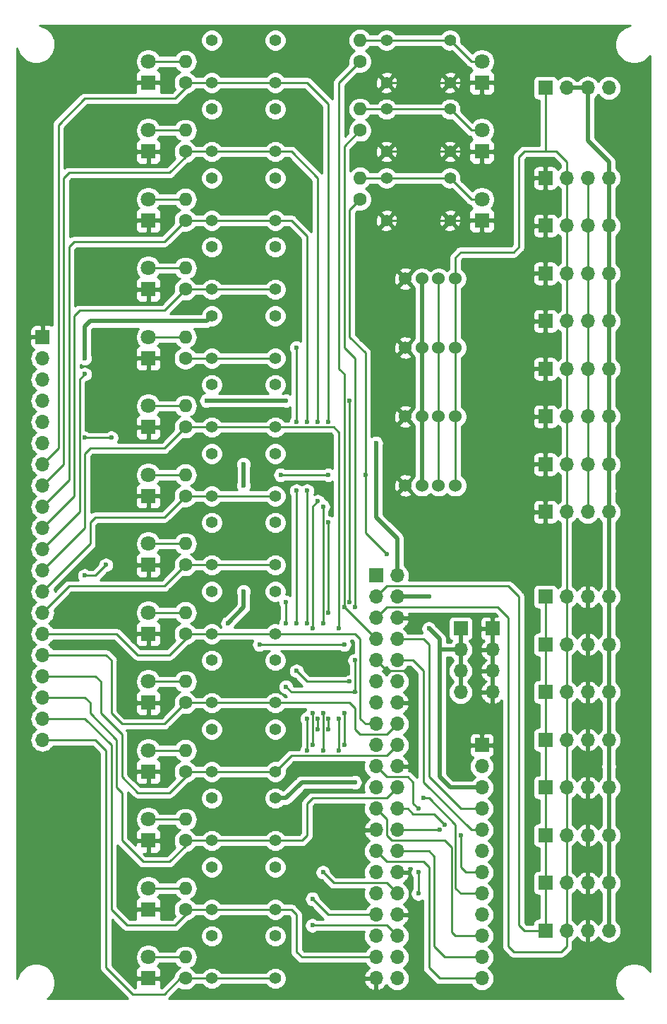
<source format=gtl>
G04 #@! TF.GenerationSoftware,KiCad,Pcbnew,(5.1.4)-1*
G04 #@! TF.CreationDate,2019-11-22T10:59:18+09:00*
G04 #@! TF.ProjectId,rpi3GpioTester,72706933-4770-4696-9f54-65737465722e,rev?*
G04 #@! TF.SameCoordinates,Original*
G04 #@! TF.FileFunction,Copper,L1,Top*
G04 #@! TF.FilePolarity,Positive*
%FSLAX46Y46*%
G04 Gerber Fmt 4.6, Leading zero omitted, Abs format (unit mm)*
G04 Created by KiCad (PCBNEW (5.1.4)-1) date 2019-11-22 10:59:18*
%MOMM*%
%LPD*%
G04 APERTURE LIST*
%ADD10R,1.700000X1.700000*%
%ADD11O,1.700000X1.700000*%
%ADD12C,1.524000*%
%ADD13R,1.800000X1.800000*%
%ADD14C,1.800000*%
%ADD15C,1.600000*%
%ADD16O,1.600000X1.600000*%
%ADD17C,1.397000*%
%ADD18C,0.600000*%
%ADD19C,0.250000*%
%ADD20C,0.500000*%
%ADD21C,0.254000*%
G04 APERTURE END LIST*
D10*
X92710000Y-102870000D03*
D11*
X92710000Y-105410000D03*
X92710000Y-107950000D03*
X92710000Y-110490000D03*
X88900000Y-110490000D03*
X88900000Y-107950000D03*
X88900000Y-105410000D03*
D10*
X88900000Y-102870000D03*
X99060000Y-38100000D03*
D11*
X101600000Y-38100000D03*
X104140000Y-38100000D03*
X106680000Y-38100000D03*
D12*
X82265000Y-85725000D03*
X84265000Y-85725000D03*
X86265000Y-85725000D03*
X88265000Y-85725000D03*
X82265000Y-69215000D03*
X84265000Y-69215000D03*
X86265000Y-69215000D03*
X88265000Y-69215000D03*
X82265000Y-77470000D03*
X84265000Y-77470000D03*
X86265000Y-77470000D03*
X88265000Y-77470000D03*
D10*
X99060000Y-88900000D03*
D11*
X101600000Y-88900000D03*
X104140000Y-88900000D03*
X106680000Y-88900000D03*
X106680000Y-48895000D03*
X104140000Y-48895000D03*
X101600000Y-48895000D03*
D10*
X99060000Y-48895000D03*
D11*
X106680000Y-54610000D03*
X104140000Y-54610000D03*
X101600000Y-54610000D03*
D10*
X99060000Y-54610000D03*
D11*
X106680000Y-60325000D03*
X104140000Y-60325000D03*
X101600000Y-60325000D03*
D10*
X99060000Y-60325000D03*
D11*
X106680000Y-66040000D03*
X104140000Y-66040000D03*
X101600000Y-66040000D03*
D10*
X99060000Y-66040000D03*
D11*
X106680000Y-99060000D03*
X104140000Y-99060000D03*
X101600000Y-99060000D03*
D10*
X99060000Y-99060000D03*
D11*
X106680000Y-104775000D03*
X104140000Y-104775000D03*
X101600000Y-104775000D03*
D10*
X99060000Y-104775000D03*
D11*
X106680000Y-110490000D03*
X104140000Y-110490000D03*
X101600000Y-110490000D03*
D10*
X99060000Y-110490000D03*
D11*
X106680000Y-116205000D03*
X104140000Y-116205000D03*
X101600000Y-116205000D03*
D10*
X99060000Y-116205000D03*
X99060000Y-121920000D03*
D11*
X101600000Y-121920000D03*
X104140000Y-121920000D03*
X106680000Y-121920000D03*
D10*
X99060000Y-127635000D03*
D11*
X101600000Y-127635000D03*
X104140000Y-127635000D03*
X106680000Y-127635000D03*
D10*
X99060000Y-71755000D03*
D11*
X101600000Y-71755000D03*
X104140000Y-71755000D03*
X106680000Y-71755000D03*
X106680000Y-77470000D03*
X104140000Y-77470000D03*
X101600000Y-77470000D03*
D10*
X99060000Y-77470000D03*
D13*
X91440000Y-37465000D03*
D14*
X91440000Y-34925000D03*
D13*
X91440000Y-45720000D03*
D14*
X91440000Y-43180000D03*
D13*
X91440000Y-53975000D03*
D14*
X91440000Y-51435000D03*
D13*
X51435000Y-37465000D03*
D14*
X51435000Y-34925000D03*
D13*
X51435000Y-45720000D03*
D14*
X51435000Y-43180000D03*
D13*
X51435000Y-53975000D03*
D14*
X51435000Y-51435000D03*
D13*
X51435000Y-62230000D03*
D14*
X51435000Y-59690000D03*
D13*
X51435000Y-70485000D03*
D14*
X51435000Y-67945000D03*
D13*
X51435000Y-78740000D03*
D14*
X51435000Y-76200000D03*
D13*
X51435000Y-86995000D03*
D14*
X51435000Y-84455000D03*
D13*
X51435000Y-95250000D03*
D14*
X51435000Y-92710000D03*
D13*
X51435000Y-103505000D03*
D14*
X51435000Y-100965000D03*
D13*
X51435000Y-111760000D03*
D14*
X51435000Y-109220000D03*
D13*
X51435000Y-120015000D03*
D14*
X51435000Y-117475000D03*
D13*
X51435000Y-128270000D03*
D14*
X51435000Y-125730000D03*
D13*
X51435000Y-136525000D03*
D14*
X51435000Y-133985000D03*
D13*
X51435000Y-144780000D03*
D14*
X51435000Y-142240000D03*
D11*
X106680000Y-139065000D03*
X104140000Y-139065000D03*
X101600000Y-139065000D03*
D10*
X99060000Y-139065000D03*
X99060000Y-133350000D03*
D11*
X101600000Y-133350000D03*
X104140000Y-133350000D03*
X106680000Y-133350000D03*
D10*
X99060000Y-83185000D03*
D11*
X101600000Y-83185000D03*
X104140000Y-83185000D03*
X106680000Y-83185000D03*
D12*
X88265000Y-60960000D03*
X86265000Y-60960000D03*
X84265000Y-60960000D03*
X82265000Y-60960000D03*
D10*
X78740000Y-96520000D03*
D11*
X81280000Y-96520000D03*
X78740000Y-99060000D03*
X81280000Y-99060000D03*
X78740000Y-101600000D03*
X81280000Y-101600000D03*
X78740000Y-104140000D03*
X81280000Y-104140000D03*
X78740000Y-106680000D03*
X81280000Y-106680000D03*
X78740000Y-109220000D03*
X81280000Y-109220000D03*
X78740000Y-111760000D03*
X81280000Y-111760000D03*
X78740000Y-114300000D03*
X81280000Y-114300000D03*
X78740000Y-116840000D03*
X81280000Y-116840000D03*
X78740000Y-119380000D03*
X81280000Y-119380000D03*
X78740000Y-121920000D03*
X81280000Y-121920000D03*
X78740000Y-124460000D03*
X81280000Y-124460000D03*
X78740000Y-127000000D03*
X81280000Y-127000000D03*
X78740000Y-129540000D03*
X81280000Y-129540000D03*
X78740000Y-132080000D03*
X81280000Y-132080000D03*
X78740000Y-134620000D03*
X81280000Y-134620000D03*
X78740000Y-137160000D03*
X81280000Y-137160000D03*
X78740000Y-139700000D03*
X81280000Y-139700000D03*
X78740000Y-142240000D03*
X81280000Y-142240000D03*
X78740000Y-144780000D03*
X81280000Y-144780000D03*
D10*
X38735000Y-67945000D03*
D11*
X38735000Y-70485000D03*
X38735000Y-73025000D03*
X38735000Y-75565000D03*
X38735000Y-78105000D03*
X38735000Y-80645000D03*
X38735000Y-83185000D03*
X38735000Y-85725000D03*
X38735000Y-88265000D03*
X38735000Y-90805000D03*
X38735000Y-93345000D03*
X38735000Y-95885000D03*
X38735000Y-98425000D03*
X38735000Y-100965000D03*
X38735000Y-103505000D03*
X38735000Y-106045000D03*
X38735000Y-108585000D03*
X38735000Y-111125000D03*
X38735000Y-113665000D03*
X38735000Y-116205000D03*
D10*
X91440000Y-116840000D03*
D11*
X91440000Y-119380000D03*
X91440000Y-121920000D03*
X91440000Y-124460000D03*
X91440000Y-127000000D03*
X91440000Y-129540000D03*
X91440000Y-132080000D03*
X91440000Y-134620000D03*
X91440000Y-137160000D03*
X91440000Y-139700000D03*
X91440000Y-142240000D03*
X91440000Y-144780000D03*
D15*
X76835000Y-34925000D03*
D16*
X76835000Y-32385000D03*
D15*
X76835000Y-43180000D03*
D16*
X76835000Y-40640000D03*
D15*
X76835000Y-51435000D03*
D16*
X76835000Y-48895000D03*
D15*
X55880000Y-37465000D03*
D16*
X55880000Y-34925000D03*
D15*
X55880000Y-45720000D03*
D16*
X55880000Y-43180000D03*
D15*
X55880000Y-53975000D03*
D16*
X55880000Y-51435000D03*
D15*
X55880000Y-62230000D03*
D16*
X55880000Y-59690000D03*
D15*
X55880000Y-70485000D03*
D16*
X55880000Y-67945000D03*
D15*
X55880000Y-78740000D03*
D16*
X55880000Y-76200000D03*
D15*
X55880000Y-86995000D03*
D16*
X55880000Y-84455000D03*
D15*
X55880000Y-95250000D03*
D16*
X55880000Y-92710000D03*
D15*
X55880000Y-103505000D03*
D16*
X55880000Y-100965000D03*
D15*
X55880000Y-111760000D03*
D16*
X55880000Y-109220000D03*
D15*
X55880000Y-120015000D03*
D16*
X55880000Y-117475000D03*
D15*
X55880000Y-128270000D03*
D16*
X55880000Y-125730000D03*
D15*
X55880000Y-136525000D03*
D16*
X55880000Y-133985000D03*
D15*
X55880000Y-144780000D03*
D16*
X55880000Y-142240000D03*
D17*
X87630000Y-32385000D03*
X87630000Y-37465000D03*
X80010000Y-32385000D03*
X80010000Y-37465000D03*
X87630000Y-40640000D03*
X87630000Y-45720000D03*
X80010000Y-40640000D03*
X80010000Y-45720000D03*
X87630000Y-48895000D03*
X87630000Y-53975000D03*
X80010000Y-48895000D03*
X80010000Y-53975000D03*
X66675000Y-32385000D03*
X66675000Y-37465000D03*
X59055000Y-32385000D03*
X59055000Y-37465000D03*
X66675000Y-40640000D03*
X66675000Y-45720000D03*
X59055000Y-40640000D03*
X59055000Y-45720000D03*
X66675000Y-48895000D03*
X66675000Y-53975000D03*
X59055000Y-48895000D03*
X59055000Y-53975000D03*
X66675000Y-57150000D03*
X66675000Y-62230000D03*
X59055000Y-57150000D03*
X59055000Y-62230000D03*
X66675000Y-65405000D03*
X66675000Y-70485000D03*
X59055000Y-65405000D03*
X59055000Y-70485000D03*
X66675000Y-73660000D03*
X66675000Y-78740000D03*
X59055000Y-73660000D03*
X59055000Y-78740000D03*
X66675000Y-81915000D03*
X66675000Y-86995000D03*
X59055000Y-81915000D03*
X59055000Y-86995000D03*
X66675000Y-90170000D03*
X66675000Y-95250000D03*
X59055000Y-90170000D03*
X59055000Y-95250000D03*
X66675000Y-98425000D03*
X66675000Y-103505000D03*
X59055000Y-98425000D03*
X59055000Y-103505000D03*
X66675000Y-106680000D03*
X66675000Y-111760000D03*
X59055000Y-106680000D03*
X59055000Y-111760000D03*
X66675000Y-114935000D03*
X66675000Y-120015000D03*
X59055000Y-114935000D03*
X59055000Y-120015000D03*
X66675000Y-123190000D03*
X66675000Y-128270000D03*
X59055000Y-123190000D03*
X59055000Y-128270000D03*
X66675000Y-131445000D03*
X66675000Y-136525000D03*
X59055000Y-131445000D03*
X59055000Y-136525000D03*
X66675000Y-139700000D03*
X66675000Y-144780000D03*
X59055000Y-139700000D03*
X59055000Y-144780000D03*
D18*
X82550000Y-107950000D03*
X43815000Y-70485000D03*
X62865000Y-85725000D03*
X62865000Y-83185000D03*
X62865000Y-98425000D03*
X60960000Y-102235000D03*
X106680000Y-119380000D03*
X106680000Y-86360000D03*
X76200000Y-121285000D03*
X67945000Y-75565000D03*
X58420000Y-75565000D03*
X85090000Y-102870000D03*
X85090000Y-99060000D03*
X78740000Y-80645000D03*
X74930000Y-100330000D03*
X74930000Y-104775000D03*
X64770000Y-104775000D03*
X43815000Y-96520000D03*
X46355000Y-95250000D03*
X75565000Y-109220000D03*
X69215000Y-107950000D03*
X69215000Y-102235000D03*
X69215000Y-86360000D03*
X69215000Y-78105000D03*
X69215000Y-69215000D03*
X43815000Y-72390000D03*
X75565000Y-75565000D03*
X75565000Y-99695000D03*
X83820000Y-124460000D03*
X83820000Y-132080000D03*
X83820000Y-134620000D03*
X84455000Y-123190000D03*
X86995000Y-126365000D03*
X88900000Y-127635000D03*
X86360000Y-127000000D03*
X67945000Y-109855000D03*
X67945000Y-102235000D03*
X67945000Y-99695000D03*
X74930000Y-116840000D03*
X74930000Y-113030000D03*
X76200000Y-110490000D03*
X76200000Y-106680000D03*
X76200000Y-100330000D03*
X73025000Y-84455000D03*
X43815000Y-80010000D03*
X46990000Y-80010000D03*
X67310000Y-84455000D03*
X77470000Y-84455000D03*
X80010000Y-93980000D03*
X72390000Y-132080000D03*
X72390000Y-117475000D03*
X72390000Y-113030000D03*
X72390000Y-102235000D03*
X72390000Y-88265000D03*
X73025000Y-78105000D03*
X71120000Y-135255000D03*
X71120000Y-116840000D03*
X71120000Y-113030000D03*
X71120000Y-102870000D03*
X71755000Y-87630000D03*
X71755000Y-78105000D03*
X74295000Y-117475000D03*
X74295000Y-113665000D03*
X74295000Y-102870000D03*
X71120000Y-138430000D03*
X70485000Y-117475000D03*
X70485000Y-113665000D03*
X70485000Y-102235000D03*
X70485000Y-86360000D03*
X70485000Y-78105000D03*
X73025000Y-114935000D03*
X73025000Y-113665000D03*
X73025000Y-100965000D03*
X73025000Y-90170000D03*
X71755000Y-114935000D03*
X71755000Y-113665000D03*
D19*
X87630000Y-45720000D02*
X91440000Y-45720000D01*
X80010000Y-45720000D02*
X87630000Y-45720000D01*
X87630000Y-53975000D02*
X91440000Y-53975000D01*
X80010000Y-37465000D02*
X87630000Y-37465000D01*
X91440000Y-37465000D02*
X80010000Y-37465000D01*
X80010000Y-53975000D02*
X91440000Y-53975000D01*
X80010000Y-45720000D02*
X91440000Y-45720000D01*
X82550000Y-107950000D02*
X80010000Y-107950000D01*
X80010000Y-107950000D02*
X78740000Y-106680000D01*
X76835000Y-32385000D02*
X80010000Y-32385000D01*
X91440000Y-34925000D02*
X90170000Y-34925000D01*
X90170000Y-34925000D02*
X87630000Y-32385000D01*
X87630000Y-32385000D02*
X76835000Y-32385000D01*
X76835000Y-40640000D02*
X80010000Y-40640000D01*
X80010000Y-40640000D02*
X87630000Y-40640000D01*
X87630000Y-40640000D02*
X90170000Y-43180000D01*
X90170000Y-43180000D02*
X91440000Y-43180000D01*
X91440000Y-43180000D02*
X90170000Y-43180000D01*
X90170000Y-43180000D02*
X87630000Y-40640000D01*
X87630000Y-40640000D02*
X76835000Y-40640000D01*
X80010000Y-48895000D02*
X87630000Y-48895000D01*
X76835000Y-48895000D02*
X87630000Y-48895000D01*
X87630000Y-48895000D02*
X90170000Y-51435000D01*
X90170000Y-51435000D02*
X91440000Y-51435000D01*
X55880000Y-34925000D02*
X51435000Y-34925000D01*
X55880000Y-43180000D02*
X51435000Y-43180000D01*
X55880000Y-51435000D02*
X51435000Y-51435000D01*
X55880000Y-59690000D02*
X51435000Y-59690000D01*
X51435000Y-67945000D02*
X55880000Y-67945000D01*
X51435000Y-76200000D02*
X55880000Y-76200000D01*
X51435000Y-84455000D02*
X55880000Y-84455000D01*
X51435000Y-92710000D02*
X55880000Y-92710000D01*
X51435000Y-100965000D02*
X55880000Y-100965000D01*
X51435000Y-109220000D02*
X55880000Y-109220000D01*
X51435000Y-117475000D02*
X55880000Y-117475000D01*
X51435000Y-125730000D02*
X55880000Y-125730000D01*
X51435000Y-133985000D02*
X55880000Y-133985000D01*
X51435000Y-142240000D02*
X55880000Y-142240000D01*
X99060000Y-139065000D02*
X99060000Y-133350000D01*
X99060000Y-132250000D02*
X99060000Y-127635000D01*
X99060000Y-133350000D02*
X99060000Y-132250000D01*
X99060000Y-127635000D02*
X99060000Y-99060000D01*
X104140000Y-48895000D02*
X104140000Y-88900000D01*
X86265000Y-85725000D02*
X86265000Y-60960000D01*
X97155000Y-139065000D02*
X99060000Y-139065000D01*
X80010000Y-97790000D02*
X94615000Y-97790000D01*
X78740000Y-99060000D02*
X80010000Y-97790000D01*
X94615000Y-97790000D02*
X95885000Y-99060000D01*
X95885000Y-99060000D02*
X95885000Y-138430000D01*
X95885000Y-138430000D02*
X96520000Y-139065000D01*
X96520000Y-139065000D02*
X97155000Y-139065000D01*
X101600000Y-140970000D02*
X101600000Y-139065000D01*
X100965000Y-141605000D02*
X101600000Y-140970000D01*
X101600000Y-139065000D02*
X101600000Y-99060000D01*
X101600000Y-100965000D02*
X101600000Y-48895000D01*
X88265000Y-60960000D02*
X88265000Y-85725000D01*
X88900000Y-57785000D02*
X88265000Y-58420000D01*
X95250000Y-57785000D02*
X88900000Y-57785000D01*
X101600000Y-46990000D02*
X100330000Y-45720000D01*
X101600000Y-48895000D02*
X101600000Y-46990000D01*
X100330000Y-45720000D02*
X96520000Y-45720000D01*
X96520000Y-45720000D02*
X95885000Y-46355000D01*
X88265000Y-58420000D02*
X88265000Y-60960000D01*
X95885000Y-46355000D02*
X95885000Y-57150000D01*
X95885000Y-57150000D02*
X95250000Y-57785000D01*
X99060000Y-37465000D02*
X99060000Y-45720000D01*
X95250000Y-141605000D02*
X100965000Y-141605000D01*
X94615000Y-101600000D02*
X94615000Y-140970000D01*
X93345000Y-100330000D02*
X94615000Y-101600000D01*
X78740000Y-101600000D02*
X80010000Y-100330000D01*
X80010000Y-100330000D02*
X93345000Y-100330000D01*
X94615000Y-140970000D02*
X95250000Y-141605000D01*
D20*
X44450000Y-66040000D02*
X57150000Y-66040000D01*
X57150000Y-66040000D02*
X58420000Y-66040000D01*
X58420000Y-66040000D02*
X59055000Y-65405000D01*
X43815000Y-66675000D02*
X44450000Y-66040000D01*
X43815000Y-67310000D02*
X43815000Y-66675000D01*
X43815000Y-67945000D02*
X43815000Y-67310000D01*
X43815000Y-70485000D02*
X43815000Y-67945000D01*
X62865000Y-83185000D02*
X62865000Y-85725000D01*
X62865000Y-98425000D02*
X62865000Y-100330000D01*
X62865000Y-100330000D02*
X60960000Y-102235000D01*
X106680000Y-139065000D02*
X106680000Y-84455000D01*
X106680000Y-86360000D02*
X106680000Y-48895000D01*
X84265000Y-60960000D02*
X84265000Y-69215000D01*
X84265000Y-69215000D02*
X84265000Y-77470000D01*
X84265000Y-77470000D02*
X84265000Y-85725000D01*
X66675000Y-123190000D02*
X67945000Y-123190000D01*
X67945000Y-123190000D02*
X69850000Y-121285000D01*
X69850000Y-121285000D02*
X76200000Y-121285000D01*
X106680000Y-48895000D02*
X106680000Y-46990000D01*
X104140000Y-44450000D02*
X104140000Y-37465000D01*
X106680000Y-46990000D02*
X104140000Y-44450000D01*
X104140000Y-38100000D02*
X101600000Y-38100000D01*
X58420000Y-75565000D02*
X67945000Y-75565000D01*
X81280000Y-99060000D02*
X85090000Y-99060000D01*
X87630000Y-121920000D02*
X91440000Y-121920000D01*
X86360000Y-120650000D02*
X87630000Y-121920000D01*
X85090000Y-102870000D02*
X86360000Y-104140000D01*
X81280000Y-92710000D02*
X81280000Y-96520000D01*
X81280000Y-92075000D02*
X81280000Y-92710000D01*
X78740000Y-80645000D02*
X78740000Y-89535000D01*
X78740000Y-89535000D02*
X81280000Y-92075000D01*
X86360000Y-105410000D02*
X88900000Y-105410000D01*
X86360000Y-105410000D02*
X86360000Y-120650000D01*
X86360000Y-104140000D02*
X86360000Y-105410000D01*
X88900000Y-105410000D02*
X88900000Y-110490000D01*
X88900000Y-105410000D02*
X88900000Y-102870000D01*
D19*
X64770000Y-104775000D02*
X74930000Y-104775000D01*
X45085000Y-96520000D02*
X43815000Y-96520000D01*
X46355000Y-95250000D02*
X45085000Y-96520000D01*
X74930000Y-100330000D02*
X78740000Y-104140000D01*
X74295000Y-37465000D02*
X76835000Y-34925000D01*
X74295000Y-71755000D02*
X74295000Y-37465000D01*
X74930000Y-100330000D02*
X74930000Y-72390000D01*
X74930000Y-72390000D02*
X74295000Y-71755000D01*
X88900000Y-124460000D02*
X91440000Y-124460000D01*
X85090000Y-120650000D02*
X88900000Y-124460000D01*
X85090000Y-104775000D02*
X85090000Y-120650000D01*
X81280000Y-104140000D02*
X84455000Y-104140000D01*
X84455000Y-104140000D02*
X85090000Y-104775000D01*
X90170000Y-127000000D02*
X91440000Y-127000000D01*
X84455000Y-121285000D02*
X90170000Y-127000000D01*
X84455000Y-107950000D02*
X84455000Y-121285000D01*
X81280000Y-106680000D02*
X83185000Y-106680000D01*
X83185000Y-106680000D02*
X84455000Y-107950000D01*
X59055000Y-62230000D02*
X66675000Y-62230000D01*
X70485000Y-109220000D02*
X75565000Y-109220000D01*
X69215000Y-107950000D02*
X70485000Y-109220000D01*
X69215000Y-86360000D02*
X69215000Y-102235000D01*
X69215000Y-69215000D02*
X69215000Y-78105000D01*
X55880000Y-62230000D02*
X66675000Y-62230000D01*
X55880000Y-62230000D02*
X53340000Y-64770000D01*
X42545000Y-86995000D02*
X38735000Y-90805000D01*
X42545000Y-65405000D02*
X42545000Y-86995000D01*
X43180000Y-64770000D02*
X42545000Y-65405000D01*
X53340000Y-64770000D02*
X43180000Y-64770000D01*
X55880000Y-70485000D02*
X59055000Y-70485000D01*
X43180000Y-88900000D02*
X38735000Y-93345000D01*
X43180000Y-73025000D02*
X43180000Y-88900000D01*
X43815000Y-72390000D02*
X43180000Y-73025000D01*
X75565000Y-75565000D02*
X75565000Y-99695000D01*
X55880000Y-70485000D02*
X66675000Y-70485000D01*
X59055000Y-144780000D02*
X66675000Y-144780000D01*
X55880000Y-144780000D02*
X59055000Y-144780000D01*
X55880000Y-144780000D02*
X55245000Y-144780000D01*
X55245000Y-144780000D02*
X53340000Y-146685000D01*
X53340000Y-146685000D02*
X49530000Y-146685000D01*
X49530000Y-146685000D02*
X46355000Y-143510000D01*
X46355000Y-143510000D02*
X46355000Y-117475000D01*
X46355000Y-117475000D02*
X45085000Y-116205000D01*
X45085000Y-116205000D02*
X38735000Y-116205000D01*
X66675000Y-103505000D02*
X76200000Y-103505000D01*
X77470000Y-114300000D02*
X78740000Y-114300000D01*
X76835000Y-113665000D02*
X77470000Y-114300000D01*
X76835000Y-104140000D02*
X76835000Y-113665000D01*
X76200000Y-103505000D02*
X76835000Y-104140000D01*
X55880000Y-103505000D02*
X59055000Y-103505000D01*
X59055000Y-103505000D02*
X66675000Y-103505000D01*
X55880000Y-103505000D02*
X55880000Y-104140000D01*
X55880000Y-104140000D02*
X53975000Y-106045000D01*
X53975000Y-106045000D02*
X50165000Y-106045000D01*
X50165000Y-106045000D02*
X47625000Y-103505000D01*
X47625000Y-103505000D02*
X38735000Y-103505000D01*
X59055000Y-111760000D02*
X66675000Y-111760000D01*
X73660000Y-111760000D02*
X75565000Y-111760000D01*
X77470000Y-115570000D02*
X80010000Y-115570000D01*
X81280000Y-114300000D02*
X80010000Y-115570000D01*
X73660000Y-111760000D02*
X66675000Y-111760000D01*
X76835000Y-115570000D02*
X77470000Y-115570000D01*
X76200000Y-114935000D02*
X76835000Y-115570000D01*
X76200000Y-112395000D02*
X76200000Y-114935000D01*
X75565000Y-111760000D02*
X76200000Y-112395000D01*
X55880000Y-111760000D02*
X66675000Y-111760000D01*
X55880000Y-111760000D02*
X53340000Y-114300000D01*
X46355000Y-106045000D02*
X38735000Y-106045000D01*
X46990000Y-106680000D02*
X46355000Y-106045000D01*
X46990000Y-113030000D02*
X46990000Y-106680000D01*
X48260000Y-114300000D02*
X46990000Y-113030000D01*
X53340000Y-114300000D02*
X48260000Y-114300000D01*
X55880000Y-120015000D02*
X59055000Y-120015000D01*
X59055000Y-120015000D02*
X66675000Y-120015000D01*
X66675000Y-120015000D02*
X68580000Y-118110000D01*
X68580000Y-118110000D02*
X80010000Y-118110000D01*
X80010000Y-118110000D02*
X81280000Y-116840000D01*
X55880000Y-120015000D02*
X55880000Y-120650000D01*
X55880000Y-120650000D02*
X53975000Y-122555000D01*
X53975000Y-122555000D02*
X50165000Y-122555000D01*
X50165000Y-122555000D02*
X48260000Y-120650000D01*
X48260000Y-120650000D02*
X48260000Y-115570000D01*
X48260000Y-115570000D02*
X45720000Y-113030000D01*
X45720000Y-113030000D02*
X45720000Y-109220000D01*
X45720000Y-109220000D02*
X45085000Y-108585000D01*
X45085000Y-108585000D02*
X38735000Y-108585000D01*
X80010000Y-120650000D02*
X78740000Y-119380000D01*
X82550000Y-120650000D02*
X80010000Y-120650000D01*
X83185000Y-121285000D02*
X82550000Y-120650000D01*
X83185000Y-121285000D02*
X83185000Y-122845002D01*
X83185000Y-122845002D02*
X83185000Y-123825000D01*
X83185000Y-123825000D02*
X83820000Y-124460000D01*
X83820000Y-132080000D02*
X83820000Y-134620000D01*
X88900000Y-134620000D02*
X91440000Y-134620000D01*
X88265000Y-126365000D02*
X88265000Y-133985000D01*
X85090000Y-123190000D02*
X88265000Y-126365000D01*
X84455000Y-123190000D02*
X85090000Y-123190000D01*
X88265000Y-133985000D02*
X88900000Y-134620000D01*
X59055000Y-128270000D02*
X66675000Y-128270000D01*
X66675000Y-128270000D02*
X69850000Y-128270000D01*
X80010000Y-123190000D02*
X81280000Y-121920000D01*
X71120000Y-123190000D02*
X80010000Y-123190000D01*
X70485000Y-123825000D02*
X71120000Y-123190000D01*
X70485000Y-127635000D02*
X70485000Y-123825000D01*
X69850000Y-128270000D02*
X70485000Y-127635000D01*
X55880000Y-128270000D02*
X66675000Y-128270000D01*
X55880000Y-128270000D02*
X55880000Y-128905000D01*
X55880000Y-128905000D02*
X53975000Y-130810000D01*
X53975000Y-130810000D02*
X50800000Y-130810000D01*
X50800000Y-130810000D02*
X48260000Y-128270000D01*
X48260000Y-128270000D02*
X48260000Y-122555000D01*
X48260000Y-122555000D02*
X47625000Y-121920000D01*
X47625000Y-121920000D02*
X47625000Y-116205000D01*
X47625000Y-116205000D02*
X44450000Y-113030000D01*
X44450000Y-113030000D02*
X44450000Y-111760000D01*
X44450000Y-111760000D02*
X43815000Y-111125000D01*
X43815000Y-111125000D02*
X38735000Y-111125000D01*
X87814990Y-139249990D02*
X88265000Y-139700000D01*
X91440000Y-139700000D02*
X88265000Y-139700000D01*
X78740000Y-124460000D02*
X80010000Y-125730000D01*
X80010000Y-125730000D02*
X80010000Y-127635000D01*
X80010000Y-127635000D02*
X80645000Y-128270000D01*
X80645000Y-128270000D02*
X86995000Y-128270000D01*
X86995000Y-128270000D02*
X87814990Y-129089990D01*
X87814990Y-129089990D02*
X87814990Y-139249990D01*
X81280000Y-124460000D02*
X82550000Y-124460000D01*
X82550000Y-124460000D02*
X83185000Y-125095000D01*
X83185000Y-125095000D02*
X85725000Y-125095000D01*
X85725000Y-125095000D02*
X86995000Y-126365000D01*
X88900000Y-127635000D02*
X88900000Y-131445000D01*
X89535000Y-132080000D02*
X91440000Y-132080000D01*
X88900000Y-131445000D02*
X89535000Y-132080000D01*
X81280000Y-127000000D02*
X81280000Y-126363590D01*
X81280000Y-127000000D02*
X82550000Y-127000000D01*
X82080998Y-127000000D02*
X82550000Y-127000000D01*
X82550000Y-127000000D02*
X86360000Y-127000000D01*
X86360000Y-144780000D02*
X91440000Y-144780000D01*
X85090000Y-132715000D02*
X85090000Y-143510000D01*
X80010000Y-130810000D02*
X83185000Y-130810000D01*
X78740000Y-129540000D02*
X80010000Y-130810000D01*
X85090000Y-143510000D02*
X86360000Y-144780000D01*
X83185000Y-130810000D02*
X84455000Y-130810000D01*
X84455000Y-130810000D02*
X85090000Y-131445000D01*
X85090000Y-131445000D02*
X85090000Y-132715000D01*
X86995000Y-142240000D02*
X91440000Y-142240000D01*
X85725000Y-140970000D02*
X86995000Y-142240000D01*
X85725000Y-130175000D02*
X85725000Y-140970000D01*
X81280000Y-129540000D02*
X85090000Y-129540000D01*
X85090000Y-129540000D02*
X85725000Y-130175000D01*
X76384998Y-110490000D02*
X76200000Y-110490000D01*
X68580000Y-110490000D02*
X76384998Y-110490000D01*
X67945000Y-109855000D02*
X68580000Y-110490000D01*
X67945000Y-99695000D02*
X67945000Y-102235000D01*
X74930000Y-113030000D02*
X74930000Y-116840000D01*
X76200000Y-106680000D02*
X76200000Y-110490000D01*
X74930000Y-45085000D02*
X76835000Y-43180000D01*
X74930000Y-69215000D02*
X74930000Y-45085000D01*
X76200000Y-100330000D02*
X76200000Y-70485000D01*
X76200000Y-70485000D02*
X74930000Y-69215000D01*
X43815000Y-80010000D02*
X46990000Y-80010000D01*
X67310000Y-84455000D02*
X73025000Y-84455000D01*
X77470000Y-91440000D02*
X80010000Y-93980000D01*
X77470000Y-84455000D02*
X77470000Y-91440000D01*
X77470000Y-69850000D02*
X77470000Y-84455000D01*
X77470000Y-69850000D02*
X75565000Y-67945000D01*
X75565000Y-67945000D02*
X75565000Y-52705000D01*
X75565000Y-52705000D02*
X76835000Y-51435000D01*
X55880000Y-37465000D02*
X59055000Y-37465000D01*
X66675000Y-37465000D02*
X70485000Y-37465000D01*
X80010000Y-133350000D02*
X81280000Y-134620000D01*
X73660000Y-133350000D02*
X80010000Y-133350000D01*
X72390000Y-132080000D02*
X73660000Y-133350000D01*
X72390000Y-113030000D02*
X72390000Y-117475000D01*
X72390000Y-88265000D02*
X72390000Y-102235000D01*
X73025000Y-40005000D02*
X73025000Y-78105000D01*
X70485000Y-37465000D02*
X73025000Y-40005000D01*
X55880000Y-37465000D02*
X66675000Y-37465000D01*
X55880000Y-37465000D02*
X55880000Y-38100000D01*
X55880000Y-38100000D02*
X54610000Y-39370000D01*
X54610000Y-39370000D02*
X43815000Y-39370000D01*
X43815000Y-39370000D02*
X40640000Y-42545000D01*
X40640000Y-42545000D02*
X40640000Y-81280000D01*
X40640000Y-81280000D02*
X38735000Y-83185000D01*
X55880000Y-45720000D02*
X59055000Y-45720000D01*
X66675000Y-45720000D02*
X68580000Y-45720000D01*
X73025000Y-137160000D02*
X78740000Y-137160000D01*
X71120000Y-135255000D02*
X73025000Y-137160000D01*
X71120000Y-113030000D02*
X71120000Y-116840000D01*
X71120000Y-88265000D02*
X71120000Y-102870000D01*
X71755000Y-87630000D02*
X71120000Y-88265000D01*
X71755000Y-48895000D02*
X71755000Y-78105000D01*
X68580000Y-45720000D02*
X71755000Y-48895000D01*
X55880000Y-45720000D02*
X66675000Y-45720000D01*
X55880000Y-45720000D02*
X55880000Y-46355000D01*
X55880000Y-46355000D02*
X53975000Y-48260000D01*
X53975000Y-48260000D02*
X41910000Y-48260000D01*
X41910000Y-48260000D02*
X41275000Y-48895000D01*
X41275000Y-48895000D02*
X41275000Y-83185000D01*
X41275000Y-83185000D02*
X38735000Y-85725000D01*
X55880000Y-78740000D02*
X59055000Y-78740000D01*
X66675000Y-78740000D02*
X73660000Y-78740000D01*
X74295000Y-113665000D02*
X74295000Y-117475000D01*
X74295000Y-79375000D02*
X74295000Y-102870000D01*
X73660000Y-78740000D02*
X74295000Y-79375000D01*
X55880000Y-78740000D02*
X66675000Y-78740000D01*
X55880000Y-78740000D02*
X53340000Y-81280000D01*
X43815000Y-90805000D02*
X38735000Y-95885000D01*
X43815000Y-81915000D02*
X43815000Y-90805000D01*
X44450000Y-81280000D02*
X43815000Y-81915000D01*
X53340000Y-81280000D02*
X44450000Y-81280000D01*
X59055000Y-53975000D02*
X55880000Y-53975000D01*
X66675000Y-53975000D02*
X68580000Y-53975000D01*
X80010000Y-138430000D02*
X81280000Y-139700000D01*
X71120000Y-138430000D02*
X80010000Y-138430000D01*
X70485000Y-113665000D02*
X70485000Y-117475000D01*
X70485000Y-86360000D02*
X70485000Y-102235000D01*
X70485000Y-55880000D02*
X70485000Y-78105000D01*
X68580000Y-53975000D02*
X70485000Y-55880000D01*
X55880000Y-53975000D02*
X66675000Y-53975000D01*
X55880000Y-53975000D02*
X53340000Y-56515000D01*
X41910000Y-85090000D02*
X38735000Y-88265000D01*
X41910000Y-57150000D02*
X41910000Y-85090000D01*
X42545000Y-56515000D02*
X41910000Y-57150000D01*
X53340000Y-56515000D02*
X42545000Y-56515000D01*
X55880000Y-136525000D02*
X59055000Y-136525000D01*
X59055000Y-136525000D02*
X66675000Y-136525000D01*
X66675000Y-136525000D02*
X68580000Y-136525000D01*
X68580000Y-136525000D02*
X69215000Y-137160000D01*
X69215000Y-137160000D02*
X69215000Y-140970000D01*
X69215000Y-140970000D02*
X69215000Y-141605000D01*
X69215000Y-141605000D02*
X69850000Y-142240000D01*
X69850000Y-142240000D02*
X78740000Y-142240000D01*
X55880000Y-136525000D02*
X55880000Y-137160000D01*
X55880000Y-137160000D02*
X54610000Y-138430000D01*
X54610000Y-138430000D02*
X48895000Y-138430000D01*
X48895000Y-138430000D02*
X46990000Y-136525000D01*
X46990000Y-136525000D02*
X46990000Y-116840000D01*
X46990000Y-116840000D02*
X43815000Y-113665000D01*
X43815000Y-113665000D02*
X38735000Y-113665000D01*
X55880000Y-86995000D02*
X59055000Y-86995000D01*
X73025000Y-113665000D02*
X73025000Y-114935000D01*
X55880000Y-86995000D02*
X66675000Y-86995000D01*
X55880000Y-86995000D02*
X53340000Y-89535000D01*
X44450000Y-92710000D02*
X38735000Y-98425000D01*
X44450000Y-90170000D02*
X44450000Y-92710000D01*
X45085000Y-89535000D02*
X44450000Y-90170000D01*
X53340000Y-89535000D02*
X45085000Y-89535000D01*
X73025000Y-90170000D02*
X73025000Y-100965000D01*
X71755000Y-113665000D02*
X71755000Y-114935000D01*
X55880000Y-95250000D02*
X59055000Y-95250000D01*
X59055000Y-95250000D02*
X66675000Y-95250000D01*
X55880000Y-95250000D02*
X53340000Y-97790000D01*
X41910000Y-97790000D02*
X38735000Y-100965000D01*
X53340000Y-97790000D02*
X41910000Y-97790000D01*
D21*
G36*
X109049768Y-30657169D02*
G01*
X108626611Y-30832447D01*
X108245780Y-31086910D01*
X107921910Y-31410780D01*
X107667447Y-31791611D01*
X107492169Y-32214768D01*
X107402814Y-32663989D01*
X107402814Y-33122011D01*
X107492169Y-33571232D01*
X107667447Y-33994389D01*
X107921910Y-34375220D01*
X108245780Y-34699090D01*
X108626611Y-34953553D01*
X109049768Y-35128831D01*
X109498989Y-35218186D01*
X109957011Y-35218186D01*
X110406232Y-35128831D01*
X110829389Y-34953553D01*
X111210220Y-34699090D01*
X111534090Y-34375220D01*
X111633000Y-34227191D01*
X111633000Y-143953809D01*
X111534090Y-143805780D01*
X111210220Y-143481910D01*
X110829389Y-143227447D01*
X110406232Y-143052169D01*
X109957011Y-142962814D01*
X109498989Y-142962814D01*
X109049768Y-143052169D01*
X108626611Y-143227447D01*
X108245780Y-143481910D01*
X107921910Y-143805780D01*
X107667447Y-144186611D01*
X107492169Y-144609768D01*
X107402814Y-145058989D01*
X107402814Y-145517011D01*
X107492169Y-145966232D01*
X107667447Y-146389389D01*
X107921910Y-146770220D01*
X108245780Y-147094090D01*
X108393809Y-147193000D01*
X53906801Y-147193000D01*
X55109065Y-145990737D01*
X55200273Y-146051680D01*
X55461426Y-146159853D01*
X55738665Y-146215000D01*
X56021335Y-146215000D01*
X56298574Y-146159853D01*
X56559727Y-146051680D01*
X56794759Y-145894637D01*
X56994637Y-145694759D01*
X57098043Y-145540000D01*
X57959029Y-145540000D01*
X58019203Y-145630057D01*
X58204943Y-145815797D01*
X58423351Y-145961732D01*
X58666032Y-146062254D01*
X58923662Y-146113500D01*
X59186338Y-146113500D01*
X59443968Y-146062254D01*
X59686649Y-145961732D01*
X59905057Y-145815797D01*
X60090797Y-145630057D01*
X60150971Y-145540000D01*
X65579029Y-145540000D01*
X65639203Y-145630057D01*
X65824943Y-145815797D01*
X66043351Y-145961732D01*
X66286032Y-146062254D01*
X66543662Y-146113500D01*
X66806338Y-146113500D01*
X67063968Y-146062254D01*
X67306649Y-145961732D01*
X67525057Y-145815797D01*
X67710797Y-145630057D01*
X67856732Y-145411649D01*
X67957254Y-145168968D01*
X67963634Y-145136890D01*
X77298524Y-145136890D01*
X77343175Y-145284099D01*
X77468359Y-145546920D01*
X77642412Y-145780269D01*
X77858645Y-145975178D01*
X78108748Y-146124157D01*
X78383109Y-146221481D01*
X78613000Y-146100814D01*
X78613000Y-144907000D01*
X77419845Y-144907000D01*
X77298524Y-145136890D01*
X67963634Y-145136890D01*
X68008500Y-144911338D01*
X68008500Y-144648662D01*
X67957254Y-144391032D01*
X67856732Y-144148351D01*
X67710797Y-143929943D01*
X67525057Y-143744203D01*
X67306649Y-143598268D01*
X67063968Y-143497746D01*
X66806338Y-143446500D01*
X66543662Y-143446500D01*
X66286032Y-143497746D01*
X66043351Y-143598268D01*
X65824943Y-143744203D01*
X65639203Y-143929943D01*
X65579029Y-144020000D01*
X60150971Y-144020000D01*
X60090797Y-143929943D01*
X59905057Y-143744203D01*
X59686649Y-143598268D01*
X59443968Y-143497746D01*
X59186338Y-143446500D01*
X58923662Y-143446500D01*
X58666032Y-143497746D01*
X58423351Y-143598268D01*
X58204943Y-143744203D01*
X58019203Y-143929943D01*
X57959029Y-144020000D01*
X57098043Y-144020000D01*
X56994637Y-143865241D01*
X56794759Y-143665363D01*
X56559727Y-143508320D01*
X56554971Y-143506350D01*
X56681101Y-143438932D01*
X56899608Y-143259608D01*
X57078932Y-143041101D01*
X57212182Y-142791808D01*
X57294236Y-142521309D01*
X57321943Y-142240000D01*
X57294236Y-141958691D01*
X57212182Y-141688192D01*
X57078932Y-141438899D01*
X56899608Y-141220392D01*
X56681101Y-141041068D01*
X56431808Y-140907818D01*
X56161309Y-140825764D01*
X55950492Y-140805000D01*
X55809508Y-140805000D01*
X55598691Y-140825764D01*
X55328192Y-140907818D01*
X55078899Y-141041068D01*
X54860392Y-141220392D01*
X54681068Y-141438899D01*
X54659099Y-141480000D01*
X52773313Y-141480000D01*
X52627312Y-141261495D01*
X52413505Y-141047688D01*
X52162095Y-140879701D01*
X51882743Y-140763989D01*
X51586184Y-140705000D01*
X51283816Y-140705000D01*
X50987257Y-140763989D01*
X50707905Y-140879701D01*
X50456495Y-141047688D01*
X50242688Y-141261495D01*
X50074701Y-141512905D01*
X49958989Y-141792257D01*
X49900000Y-142088816D01*
X49900000Y-142391184D01*
X49958989Y-142687743D01*
X50074701Y-142967095D01*
X50242688Y-143218505D01*
X50309127Y-143284944D01*
X50290820Y-143290498D01*
X50180506Y-143349463D01*
X50083815Y-143428815D01*
X50004463Y-143525506D01*
X49945498Y-143635820D01*
X49909188Y-143755518D01*
X49896928Y-143880000D01*
X49900000Y-144494250D01*
X50058750Y-144653000D01*
X51308000Y-144653000D01*
X51308000Y-144633000D01*
X51562000Y-144633000D01*
X51562000Y-144653000D01*
X52811250Y-144653000D01*
X52970000Y-144494250D01*
X52973072Y-143880000D01*
X52960812Y-143755518D01*
X52924502Y-143635820D01*
X52865537Y-143525506D01*
X52786185Y-143428815D01*
X52689494Y-143349463D01*
X52579180Y-143290498D01*
X52560873Y-143284944D01*
X52627312Y-143218505D01*
X52773313Y-143000000D01*
X54659099Y-143000000D01*
X54681068Y-143041101D01*
X54860392Y-143259608D01*
X55078899Y-143438932D01*
X55205029Y-143506350D01*
X55200273Y-143508320D01*
X54965241Y-143665363D01*
X54765363Y-143865241D01*
X54608320Y-144100273D01*
X54500147Y-144361426D01*
X54478141Y-144472057D01*
X53025199Y-145925000D01*
X52924064Y-145925000D01*
X52924502Y-145924180D01*
X52960812Y-145804482D01*
X52973072Y-145680000D01*
X52970000Y-145065750D01*
X52811250Y-144907000D01*
X51562000Y-144907000D01*
X51562000Y-144927000D01*
X51308000Y-144927000D01*
X51308000Y-144907000D01*
X50058750Y-144907000D01*
X49900000Y-145065750D01*
X49896928Y-145680000D01*
X49909188Y-145804482D01*
X49945498Y-145924180D01*
X49945936Y-145925000D01*
X49844802Y-145925000D01*
X47115000Y-143195199D01*
X47115000Y-139568662D01*
X57721500Y-139568662D01*
X57721500Y-139831338D01*
X57772746Y-140088968D01*
X57873268Y-140331649D01*
X58019203Y-140550057D01*
X58204943Y-140735797D01*
X58423351Y-140881732D01*
X58666032Y-140982254D01*
X58923662Y-141033500D01*
X59186338Y-141033500D01*
X59443968Y-140982254D01*
X59686649Y-140881732D01*
X59905057Y-140735797D01*
X60090797Y-140550057D01*
X60236732Y-140331649D01*
X60337254Y-140088968D01*
X60388500Y-139831338D01*
X60388500Y-139568662D01*
X65341500Y-139568662D01*
X65341500Y-139831338D01*
X65392746Y-140088968D01*
X65493268Y-140331649D01*
X65639203Y-140550057D01*
X65824943Y-140735797D01*
X66043351Y-140881732D01*
X66286032Y-140982254D01*
X66543662Y-141033500D01*
X66806338Y-141033500D01*
X67063968Y-140982254D01*
X67306649Y-140881732D01*
X67525057Y-140735797D01*
X67710797Y-140550057D01*
X67856732Y-140331649D01*
X67957254Y-140088968D01*
X68008500Y-139831338D01*
X68008500Y-139568662D01*
X67957254Y-139311032D01*
X67856732Y-139068351D01*
X67710797Y-138849943D01*
X67525057Y-138664203D01*
X67306649Y-138518268D01*
X67063968Y-138417746D01*
X66806338Y-138366500D01*
X66543662Y-138366500D01*
X66286032Y-138417746D01*
X66043351Y-138518268D01*
X65824943Y-138664203D01*
X65639203Y-138849943D01*
X65493268Y-139068351D01*
X65392746Y-139311032D01*
X65341500Y-139568662D01*
X60388500Y-139568662D01*
X60337254Y-139311032D01*
X60236732Y-139068351D01*
X60090797Y-138849943D01*
X59905057Y-138664203D01*
X59686649Y-138518268D01*
X59443968Y-138417746D01*
X59186338Y-138366500D01*
X58923662Y-138366500D01*
X58666032Y-138417746D01*
X58423351Y-138518268D01*
X58204943Y-138664203D01*
X58019203Y-138849943D01*
X57873268Y-139068351D01*
X57772746Y-139311032D01*
X57721500Y-139568662D01*
X47115000Y-139568662D01*
X47115000Y-137724801D01*
X48331200Y-138941002D01*
X48354999Y-138970001D01*
X48470724Y-139064974D01*
X48602753Y-139135546D01*
X48746014Y-139179003D01*
X48857667Y-139190000D01*
X48857677Y-139190000D01*
X48895000Y-139193676D01*
X48932323Y-139190000D01*
X54572678Y-139190000D01*
X54610000Y-139193676D01*
X54647322Y-139190000D01*
X54647333Y-139190000D01*
X54758986Y-139179003D01*
X54902247Y-139135546D01*
X55034276Y-139064974D01*
X55150001Y-138970001D01*
X55173804Y-138940997D01*
X56187943Y-137926859D01*
X56298574Y-137904853D01*
X56559727Y-137796680D01*
X56794759Y-137639637D01*
X56994637Y-137439759D01*
X57098043Y-137285000D01*
X57959029Y-137285000D01*
X58019203Y-137375057D01*
X58204943Y-137560797D01*
X58423351Y-137706732D01*
X58666032Y-137807254D01*
X58923662Y-137858500D01*
X59186338Y-137858500D01*
X59443968Y-137807254D01*
X59686649Y-137706732D01*
X59905057Y-137560797D01*
X60090797Y-137375057D01*
X60150971Y-137285000D01*
X65579029Y-137285000D01*
X65639203Y-137375057D01*
X65824943Y-137560797D01*
X66043351Y-137706732D01*
X66286032Y-137807254D01*
X66543662Y-137858500D01*
X66806338Y-137858500D01*
X67063968Y-137807254D01*
X67306649Y-137706732D01*
X67525057Y-137560797D01*
X67710797Y-137375057D01*
X67770971Y-137285000D01*
X68265199Y-137285000D01*
X68455000Y-137474802D01*
X68455001Y-140932658D01*
X68455000Y-140932668D01*
X68455000Y-141567678D01*
X68451324Y-141605000D01*
X68455000Y-141642322D01*
X68455000Y-141642333D01*
X68465997Y-141753986D01*
X68509454Y-141897247D01*
X68534037Y-141943236D01*
X68580026Y-142029276D01*
X68628890Y-142088816D01*
X68675000Y-142145001D01*
X68703998Y-142168799D01*
X69286200Y-142751002D01*
X69309999Y-142780001D01*
X69338997Y-142803799D01*
X69425724Y-142874974D01*
X69557753Y-142945546D01*
X69701014Y-142989003D01*
X69850000Y-143003677D01*
X69887333Y-143000000D01*
X77462405Y-143000000D01*
X77499294Y-143069014D01*
X77684866Y-143295134D01*
X77910986Y-143480706D01*
X77975523Y-143515201D01*
X77858645Y-143584822D01*
X77642412Y-143779731D01*
X77468359Y-144013080D01*
X77343175Y-144275901D01*
X77298524Y-144423110D01*
X77419845Y-144653000D01*
X78613000Y-144653000D01*
X78613000Y-144633000D01*
X78867000Y-144633000D01*
X78867000Y-144653000D01*
X78887000Y-144653000D01*
X78887000Y-144907000D01*
X78867000Y-144907000D01*
X78867000Y-146100814D01*
X79096891Y-146221481D01*
X79371252Y-146124157D01*
X79621355Y-145975178D01*
X79837588Y-145780269D01*
X80008416Y-145551244D01*
X80039294Y-145609014D01*
X80224866Y-145835134D01*
X80450986Y-146020706D01*
X80708966Y-146158599D01*
X80988889Y-146243513D01*
X81207050Y-146265000D01*
X81352950Y-146265000D01*
X81571111Y-146243513D01*
X81851034Y-146158599D01*
X82109014Y-146020706D01*
X82335134Y-145835134D01*
X82520706Y-145609014D01*
X82658599Y-145351034D01*
X82743513Y-145071111D01*
X82772185Y-144780000D01*
X82743513Y-144488889D01*
X82658599Y-144208966D01*
X82520706Y-143950986D01*
X82335134Y-143724866D01*
X82109014Y-143539294D01*
X82054209Y-143510000D01*
X82109014Y-143480706D01*
X82335134Y-143295134D01*
X82520706Y-143069014D01*
X82658599Y-142811034D01*
X82743513Y-142531111D01*
X82772185Y-142240000D01*
X82743513Y-141948889D01*
X82658599Y-141668966D01*
X82520706Y-141410986D01*
X82335134Y-141184866D01*
X82109014Y-140999294D01*
X82054209Y-140970000D01*
X82109014Y-140940706D01*
X82335134Y-140755134D01*
X82520706Y-140529014D01*
X82658599Y-140271034D01*
X82743513Y-139991111D01*
X82772185Y-139700000D01*
X82743513Y-139408889D01*
X82658599Y-139128966D01*
X82520706Y-138870986D01*
X82335134Y-138644866D01*
X82109014Y-138459294D01*
X82044477Y-138424799D01*
X82161355Y-138355178D01*
X82377588Y-138160269D01*
X82551641Y-137926920D01*
X82676825Y-137664099D01*
X82721476Y-137516890D01*
X82600155Y-137287000D01*
X81407000Y-137287000D01*
X81407000Y-137307000D01*
X81153000Y-137307000D01*
X81153000Y-137287000D01*
X81133000Y-137287000D01*
X81133000Y-137033000D01*
X81153000Y-137033000D01*
X81153000Y-137013000D01*
X81407000Y-137013000D01*
X81407000Y-137033000D01*
X82600155Y-137033000D01*
X82721476Y-136803110D01*
X82676825Y-136655901D01*
X82551641Y-136393080D01*
X82377588Y-136159731D01*
X82161355Y-135964822D01*
X82044477Y-135895201D01*
X82109014Y-135860706D01*
X82335134Y-135675134D01*
X82520706Y-135449014D01*
X82658599Y-135191034D01*
X82743513Y-134911111D01*
X82772185Y-134620000D01*
X82743513Y-134328889D01*
X82658599Y-134048966D01*
X82520706Y-133790986D01*
X82335134Y-133564866D01*
X82109014Y-133379294D01*
X82044477Y-133344799D01*
X82161355Y-133275178D01*
X82377588Y-133080269D01*
X82551641Y-132846920D01*
X82676825Y-132584099D01*
X82721476Y-132436890D01*
X82600155Y-132207000D01*
X81407000Y-132207000D01*
X81407000Y-132227000D01*
X81153000Y-132227000D01*
X81153000Y-132207000D01*
X81133000Y-132207000D01*
X81133000Y-131953000D01*
X81153000Y-131953000D01*
X81153000Y-131933000D01*
X81407000Y-131933000D01*
X81407000Y-131953000D01*
X82600155Y-131953000D01*
X82721476Y-131723110D01*
X82676825Y-131575901D01*
X82674014Y-131570000D01*
X83036256Y-131570000D01*
X82991414Y-131637111D01*
X82920932Y-131807271D01*
X82885000Y-131987911D01*
X82885000Y-132172089D01*
X82920932Y-132352729D01*
X82991414Y-132522889D01*
X83060000Y-132625536D01*
X83060001Y-134074463D01*
X82991414Y-134177111D01*
X82920932Y-134347271D01*
X82885000Y-134527911D01*
X82885000Y-134712089D01*
X82920932Y-134892729D01*
X82991414Y-135062889D01*
X83093738Y-135216028D01*
X83223972Y-135346262D01*
X83377111Y-135448586D01*
X83547271Y-135519068D01*
X83727911Y-135555000D01*
X83912089Y-135555000D01*
X84092729Y-135519068D01*
X84262889Y-135448586D01*
X84330000Y-135403744D01*
X84330001Y-143472668D01*
X84326324Y-143510000D01*
X84330001Y-143547332D01*
X84330001Y-143547333D01*
X84340998Y-143658986D01*
X84345856Y-143675000D01*
X84384454Y-143802246D01*
X84455026Y-143934276D01*
X84519700Y-144013080D01*
X84550000Y-144050001D01*
X84578998Y-144073799D01*
X85796201Y-145291003D01*
X85819999Y-145320001D01*
X85935724Y-145414974D01*
X86067753Y-145485546D01*
X86211014Y-145529003D01*
X86322667Y-145540000D01*
X86322676Y-145540000D01*
X86359999Y-145543676D01*
X86397322Y-145540000D01*
X90162405Y-145540000D01*
X90199294Y-145609014D01*
X90384866Y-145835134D01*
X90610986Y-146020706D01*
X90868966Y-146158599D01*
X91148889Y-146243513D01*
X91367050Y-146265000D01*
X91512950Y-146265000D01*
X91731111Y-146243513D01*
X92011034Y-146158599D01*
X92269014Y-146020706D01*
X92495134Y-145835134D01*
X92680706Y-145609014D01*
X92818599Y-145351034D01*
X92903513Y-145071111D01*
X92932185Y-144780000D01*
X92903513Y-144488889D01*
X92818599Y-144208966D01*
X92680706Y-143950986D01*
X92495134Y-143724866D01*
X92269014Y-143539294D01*
X92214209Y-143510000D01*
X92269014Y-143480706D01*
X92495134Y-143295134D01*
X92680706Y-143069014D01*
X92818599Y-142811034D01*
X92903513Y-142531111D01*
X92932185Y-142240000D01*
X92903513Y-141948889D01*
X92818599Y-141668966D01*
X92680706Y-141410986D01*
X92495134Y-141184866D01*
X92269014Y-140999294D01*
X92214209Y-140970000D01*
X92269014Y-140940706D01*
X92495134Y-140755134D01*
X92680706Y-140529014D01*
X92818599Y-140271034D01*
X92903513Y-139991111D01*
X92932185Y-139700000D01*
X92903513Y-139408889D01*
X92818599Y-139128966D01*
X92680706Y-138870986D01*
X92495134Y-138644866D01*
X92269014Y-138459294D01*
X92214209Y-138430000D01*
X92269014Y-138400706D01*
X92495134Y-138215134D01*
X92680706Y-137989014D01*
X92818599Y-137731034D01*
X92903513Y-137451111D01*
X92932185Y-137160000D01*
X92903513Y-136868889D01*
X92818599Y-136588966D01*
X92680706Y-136330986D01*
X92495134Y-136104866D01*
X92269014Y-135919294D01*
X92214209Y-135890000D01*
X92269014Y-135860706D01*
X92495134Y-135675134D01*
X92680706Y-135449014D01*
X92818599Y-135191034D01*
X92903513Y-134911111D01*
X92932185Y-134620000D01*
X92903513Y-134328889D01*
X92818599Y-134048966D01*
X92680706Y-133790986D01*
X92495134Y-133564866D01*
X92269014Y-133379294D01*
X92214209Y-133350000D01*
X92269014Y-133320706D01*
X92495134Y-133135134D01*
X92680706Y-132909014D01*
X92818599Y-132651034D01*
X92903513Y-132371111D01*
X92932185Y-132080000D01*
X92903513Y-131788889D01*
X92818599Y-131508966D01*
X92680706Y-131250986D01*
X92495134Y-131024866D01*
X92269014Y-130839294D01*
X92214209Y-130810000D01*
X92269014Y-130780706D01*
X92495134Y-130595134D01*
X92680706Y-130369014D01*
X92818599Y-130111034D01*
X92903513Y-129831111D01*
X92932185Y-129540000D01*
X92903513Y-129248889D01*
X92818599Y-128968966D01*
X92680706Y-128710986D01*
X92495134Y-128484866D01*
X92269014Y-128299294D01*
X92214209Y-128270000D01*
X92269014Y-128240706D01*
X92495134Y-128055134D01*
X92680706Y-127829014D01*
X92818599Y-127571034D01*
X92903513Y-127291111D01*
X92932185Y-127000000D01*
X92903513Y-126708889D01*
X92818599Y-126428966D01*
X92680706Y-126170986D01*
X92495134Y-125944866D01*
X92269014Y-125759294D01*
X92214209Y-125730000D01*
X92269014Y-125700706D01*
X92495134Y-125515134D01*
X92680706Y-125289014D01*
X92818599Y-125031034D01*
X92903513Y-124751111D01*
X92932185Y-124460000D01*
X92903513Y-124168889D01*
X92818599Y-123888966D01*
X92680706Y-123630986D01*
X92495134Y-123404866D01*
X92269014Y-123219294D01*
X92214209Y-123190000D01*
X92269014Y-123160706D01*
X92495134Y-122975134D01*
X92680706Y-122749014D01*
X92818599Y-122491034D01*
X92903513Y-122211111D01*
X92932185Y-121920000D01*
X92903513Y-121628889D01*
X92818599Y-121348966D01*
X92680706Y-121090986D01*
X92495134Y-120864866D01*
X92269014Y-120679294D01*
X92214209Y-120650000D01*
X92269014Y-120620706D01*
X92495134Y-120435134D01*
X92680706Y-120209014D01*
X92818599Y-119951034D01*
X92903513Y-119671111D01*
X92932185Y-119380000D01*
X92903513Y-119088889D01*
X92818599Y-118808966D01*
X92680706Y-118550986D01*
X92495134Y-118324866D01*
X92465313Y-118300393D01*
X92534180Y-118279502D01*
X92644494Y-118220537D01*
X92741185Y-118141185D01*
X92820537Y-118044494D01*
X92879502Y-117934180D01*
X92915812Y-117814482D01*
X92928072Y-117690000D01*
X92925000Y-117125750D01*
X92766250Y-116967000D01*
X91567000Y-116967000D01*
X91567000Y-116987000D01*
X91313000Y-116987000D01*
X91313000Y-116967000D01*
X90113750Y-116967000D01*
X89955000Y-117125750D01*
X89951928Y-117690000D01*
X89964188Y-117814482D01*
X90000498Y-117934180D01*
X90059463Y-118044494D01*
X90138815Y-118141185D01*
X90235506Y-118220537D01*
X90345820Y-118279502D01*
X90414687Y-118300393D01*
X90384866Y-118324866D01*
X90199294Y-118550986D01*
X90061401Y-118808966D01*
X89976487Y-119088889D01*
X89947815Y-119380000D01*
X89976487Y-119671111D01*
X90061401Y-119951034D01*
X90199294Y-120209014D01*
X90384866Y-120435134D01*
X90610986Y-120620706D01*
X90665791Y-120650000D01*
X90610986Y-120679294D01*
X90384866Y-120864866D01*
X90245241Y-121035000D01*
X87996579Y-121035000D01*
X87245000Y-120283422D01*
X87245000Y-115990000D01*
X89951928Y-115990000D01*
X89955000Y-116554250D01*
X90113750Y-116713000D01*
X91313000Y-116713000D01*
X91313000Y-115513750D01*
X91567000Y-115513750D01*
X91567000Y-116713000D01*
X92766250Y-116713000D01*
X92925000Y-116554250D01*
X92928072Y-115990000D01*
X92915812Y-115865518D01*
X92879502Y-115745820D01*
X92820537Y-115635506D01*
X92741185Y-115538815D01*
X92644494Y-115459463D01*
X92534180Y-115400498D01*
X92414482Y-115364188D01*
X92290000Y-115351928D01*
X91725750Y-115355000D01*
X91567000Y-115513750D01*
X91313000Y-115513750D01*
X91154250Y-115355000D01*
X90590000Y-115351928D01*
X90465518Y-115364188D01*
X90345820Y-115400498D01*
X90235506Y-115459463D01*
X90138815Y-115538815D01*
X90059463Y-115635506D01*
X90000498Y-115745820D01*
X89964188Y-115865518D01*
X89951928Y-115990000D01*
X87245000Y-115990000D01*
X87245000Y-106295000D01*
X87705241Y-106295000D01*
X87844866Y-106465134D01*
X88015000Y-106604760D01*
X88015000Y-106755240D01*
X87844866Y-106894866D01*
X87659294Y-107120986D01*
X87521401Y-107378966D01*
X87436487Y-107658889D01*
X87407815Y-107950000D01*
X87436487Y-108241111D01*
X87521401Y-108521034D01*
X87659294Y-108779014D01*
X87844866Y-109005134D01*
X88015001Y-109144760D01*
X88015001Y-109295240D01*
X87844866Y-109434866D01*
X87659294Y-109660986D01*
X87521401Y-109918966D01*
X87436487Y-110198889D01*
X87407815Y-110490000D01*
X87436487Y-110781111D01*
X87521401Y-111061034D01*
X87659294Y-111319014D01*
X87844866Y-111545134D01*
X88070986Y-111730706D01*
X88328966Y-111868599D01*
X88608889Y-111953513D01*
X88827050Y-111975000D01*
X88972950Y-111975000D01*
X89191111Y-111953513D01*
X89471034Y-111868599D01*
X89729014Y-111730706D01*
X89955134Y-111545134D01*
X90140706Y-111319014D01*
X90278599Y-111061034D01*
X90343559Y-110846890D01*
X91268524Y-110846890D01*
X91313175Y-110994099D01*
X91438359Y-111256920D01*
X91612412Y-111490269D01*
X91828645Y-111685178D01*
X92078748Y-111834157D01*
X92353109Y-111931481D01*
X92583000Y-111810814D01*
X92583000Y-110617000D01*
X91389845Y-110617000D01*
X91268524Y-110846890D01*
X90343559Y-110846890D01*
X90363513Y-110781111D01*
X90392185Y-110490000D01*
X90363513Y-110198889D01*
X90278599Y-109918966D01*
X90140706Y-109660986D01*
X89955134Y-109434866D01*
X89785000Y-109295241D01*
X89785000Y-109144759D01*
X89955134Y-109005134D01*
X90140706Y-108779014D01*
X90278599Y-108521034D01*
X90343559Y-108306890D01*
X91268524Y-108306890D01*
X91313175Y-108454099D01*
X91438359Y-108716920D01*
X91612412Y-108950269D01*
X91828645Y-109145178D01*
X91954255Y-109220000D01*
X91828645Y-109294822D01*
X91612412Y-109489731D01*
X91438359Y-109723080D01*
X91313175Y-109985901D01*
X91268524Y-110133110D01*
X91389845Y-110363000D01*
X92583000Y-110363000D01*
X92583000Y-108077000D01*
X91389845Y-108077000D01*
X91268524Y-108306890D01*
X90343559Y-108306890D01*
X90363513Y-108241111D01*
X90392185Y-107950000D01*
X90363513Y-107658889D01*
X90278599Y-107378966D01*
X90140706Y-107120986D01*
X89955134Y-106894866D01*
X89785000Y-106755241D01*
X89785000Y-106604759D01*
X89955134Y-106465134D01*
X90140706Y-106239014D01*
X90278599Y-105981034D01*
X90343559Y-105766890D01*
X91268524Y-105766890D01*
X91313175Y-105914099D01*
X91438359Y-106176920D01*
X91612412Y-106410269D01*
X91828645Y-106605178D01*
X91954255Y-106680000D01*
X91828645Y-106754822D01*
X91612412Y-106949731D01*
X91438359Y-107183080D01*
X91313175Y-107445901D01*
X91268524Y-107593110D01*
X91389845Y-107823000D01*
X92583000Y-107823000D01*
X92583000Y-105537000D01*
X91389845Y-105537000D01*
X91268524Y-105766890D01*
X90343559Y-105766890D01*
X90363513Y-105701111D01*
X90392185Y-105410000D01*
X90363513Y-105118889D01*
X90278599Y-104838966D01*
X90140706Y-104580986D01*
X89955134Y-104354866D01*
X89925313Y-104330393D01*
X89994180Y-104309502D01*
X90104494Y-104250537D01*
X90201185Y-104171185D01*
X90280537Y-104074494D01*
X90339502Y-103964180D01*
X90375812Y-103844482D01*
X90388072Y-103720000D01*
X91221928Y-103720000D01*
X91234188Y-103844482D01*
X91270498Y-103964180D01*
X91329463Y-104074494D01*
X91408815Y-104171185D01*
X91505506Y-104250537D01*
X91615820Y-104309502D01*
X91696466Y-104333966D01*
X91612412Y-104409731D01*
X91438359Y-104643080D01*
X91313175Y-104905901D01*
X91268524Y-105053110D01*
X91389845Y-105283000D01*
X92583000Y-105283000D01*
X92583000Y-102997000D01*
X91383750Y-102997000D01*
X91225000Y-103155750D01*
X91221928Y-103720000D01*
X90388072Y-103720000D01*
X90388072Y-102020000D01*
X91221928Y-102020000D01*
X91225000Y-102584250D01*
X91383750Y-102743000D01*
X92583000Y-102743000D01*
X92583000Y-101543750D01*
X92424250Y-101385000D01*
X91860000Y-101381928D01*
X91735518Y-101394188D01*
X91615820Y-101430498D01*
X91505506Y-101489463D01*
X91408815Y-101568815D01*
X91329463Y-101665506D01*
X91270498Y-101775820D01*
X91234188Y-101895518D01*
X91221928Y-102020000D01*
X90388072Y-102020000D01*
X90375812Y-101895518D01*
X90339502Y-101775820D01*
X90280537Y-101665506D01*
X90201185Y-101568815D01*
X90104494Y-101489463D01*
X89994180Y-101430498D01*
X89874482Y-101394188D01*
X89750000Y-101381928D01*
X88050000Y-101381928D01*
X87925518Y-101394188D01*
X87805820Y-101430498D01*
X87695506Y-101489463D01*
X87598815Y-101568815D01*
X87519463Y-101665506D01*
X87460498Y-101775820D01*
X87424188Y-101895518D01*
X87411928Y-102020000D01*
X87411928Y-103720000D01*
X87424188Y-103844482D01*
X87460498Y-103964180D01*
X87519463Y-104074494D01*
X87598815Y-104171185D01*
X87695506Y-104250537D01*
X87805820Y-104309502D01*
X87874687Y-104330393D01*
X87844866Y-104354866D01*
X87705241Y-104525000D01*
X87245000Y-104525000D01*
X87245000Y-104183465D01*
X87249281Y-104139999D01*
X87245000Y-104096533D01*
X87245000Y-104096523D01*
X87232195Y-103966510D01*
X87181589Y-103799687D01*
X87099411Y-103645941D01*
X87058640Y-103596262D01*
X87016532Y-103544953D01*
X87016530Y-103544951D01*
X86988817Y-103511183D01*
X86955050Y-103483471D01*
X85932655Y-102461077D01*
X85918586Y-102427111D01*
X85816262Y-102273972D01*
X85686028Y-102143738D01*
X85532889Y-102041414D01*
X85362729Y-101970932D01*
X85182089Y-101935000D01*
X84997911Y-101935000D01*
X84817271Y-101970932D01*
X84647111Y-102041414D01*
X84493972Y-102143738D01*
X84363738Y-102273972D01*
X84261414Y-102427111D01*
X84190932Y-102597271D01*
X84155000Y-102777911D01*
X84155000Y-102962089D01*
X84190932Y-103142729D01*
X84261414Y-103312889D01*
X84306256Y-103380000D01*
X82557595Y-103380000D01*
X82520706Y-103310986D01*
X82335134Y-103084866D01*
X82109014Y-102899294D01*
X82044477Y-102864799D01*
X82161355Y-102795178D01*
X82377588Y-102600269D01*
X82551641Y-102366920D01*
X82676825Y-102104099D01*
X82721476Y-101956890D01*
X82600155Y-101727000D01*
X81407000Y-101727000D01*
X81407000Y-101747000D01*
X81153000Y-101747000D01*
X81153000Y-101727000D01*
X81133000Y-101727000D01*
X81133000Y-101473000D01*
X81153000Y-101473000D01*
X81153000Y-101453000D01*
X81407000Y-101453000D01*
X81407000Y-101473000D01*
X82600155Y-101473000D01*
X82721476Y-101243110D01*
X82676825Y-101095901D01*
X82674014Y-101090000D01*
X93030199Y-101090000D01*
X93323415Y-101383216D01*
X92995750Y-101385000D01*
X92837000Y-101543750D01*
X92837000Y-102743000D01*
X92857000Y-102743000D01*
X92857000Y-102997000D01*
X92837000Y-102997000D01*
X92837000Y-105283000D01*
X92857000Y-105283000D01*
X92857000Y-105537000D01*
X92837000Y-105537000D01*
X92837000Y-107823000D01*
X92857000Y-107823000D01*
X92857000Y-108077000D01*
X92837000Y-108077000D01*
X92837000Y-110363000D01*
X92857000Y-110363000D01*
X92857000Y-110617000D01*
X92837000Y-110617000D01*
X92837000Y-111810814D01*
X93066891Y-111931481D01*
X93341252Y-111834157D01*
X93591355Y-111685178D01*
X93807588Y-111490269D01*
X93855000Y-111426704D01*
X93855001Y-140932667D01*
X93851324Y-140970000D01*
X93865998Y-141118985D01*
X93909454Y-141262246D01*
X93980026Y-141394276D01*
X94050379Y-141480000D01*
X94075000Y-141510001D01*
X94103998Y-141533799D01*
X94686200Y-142116002D01*
X94709999Y-142145001D01*
X94738997Y-142168799D01*
X94825724Y-142239974D01*
X94957753Y-142310546D01*
X95101014Y-142354003D01*
X95250000Y-142368677D01*
X95287333Y-142365000D01*
X100927678Y-142365000D01*
X100965000Y-142368676D01*
X101002322Y-142365000D01*
X101002333Y-142365000D01*
X101113986Y-142354003D01*
X101257247Y-142310546D01*
X101389276Y-142239974D01*
X101505001Y-142145001D01*
X101528803Y-142115998D01*
X102111004Y-141533798D01*
X102140001Y-141510001D01*
X102234974Y-141394276D01*
X102305546Y-141262247D01*
X102349003Y-141118986D01*
X102360000Y-141007333D01*
X102360000Y-141007332D01*
X102363677Y-140970000D01*
X102360000Y-140932667D01*
X102360000Y-140342595D01*
X102429014Y-140305706D01*
X102655134Y-140120134D01*
X102840706Y-139894014D01*
X102875201Y-139829477D01*
X102944822Y-139946355D01*
X103139731Y-140162588D01*
X103373080Y-140336641D01*
X103635901Y-140461825D01*
X103783110Y-140506476D01*
X104013000Y-140385155D01*
X104013000Y-139192000D01*
X103993000Y-139192000D01*
X103993000Y-138938000D01*
X104013000Y-138938000D01*
X104013000Y-137744845D01*
X103783110Y-137623524D01*
X103635901Y-137668175D01*
X103373080Y-137793359D01*
X103139731Y-137967412D01*
X102944822Y-138183645D01*
X102875201Y-138300523D01*
X102840706Y-138235986D01*
X102655134Y-138009866D01*
X102429014Y-137824294D01*
X102360000Y-137787405D01*
X102360000Y-134627595D01*
X102429014Y-134590706D01*
X102655134Y-134405134D01*
X102840706Y-134179014D01*
X102875201Y-134114477D01*
X102944822Y-134231355D01*
X103139731Y-134447588D01*
X103373080Y-134621641D01*
X103635901Y-134746825D01*
X103783110Y-134791476D01*
X104013000Y-134670155D01*
X104013000Y-133477000D01*
X103993000Y-133477000D01*
X103993000Y-133223000D01*
X104013000Y-133223000D01*
X104013000Y-132029845D01*
X103783110Y-131908524D01*
X103635901Y-131953175D01*
X103373080Y-132078359D01*
X103139731Y-132252412D01*
X102944822Y-132468645D01*
X102875201Y-132585523D01*
X102840706Y-132520986D01*
X102655134Y-132294866D01*
X102429014Y-132109294D01*
X102360000Y-132072405D01*
X102360000Y-128912595D01*
X102429014Y-128875706D01*
X102655134Y-128690134D01*
X102840706Y-128464014D01*
X102875201Y-128399477D01*
X102944822Y-128516355D01*
X103139731Y-128732588D01*
X103373080Y-128906641D01*
X103635901Y-129031825D01*
X103783110Y-129076476D01*
X104013000Y-128955155D01*
X104013000Y-127762000D01*
X103993000Y-127762000D01*
X103993000Y-127508000D01*
X104013000Y-127508000D01*
X104013000Y-126314845D01*
X103783110Y-126193524D01*
X103635901Y-126238175D01*
X103373080Y-126363359D01*
X103139731Y-126537412D01*
X102944822Y-126753645D01*
X102875201Y-126870523D01*
X102840706Y-126805986D01*
X102655134Y-126579866D01*
X102429014Y-126394294D01*
X102360000Y-126357405D01*
X102360000Y-123197595D01*
X102429014Y-123160706D01*
X102655134Y-122975134D01*
X102840706Y-122749014D01*
X102875201Y-122684477D01*
X102944822Y-122801355D01*
X103139731Y-123017588D01*
X103373080Y-123191641D01*
X103635901Y-123316825D01*
X103783110Y-123361476D01*
X104013000Y-123240155D01*
X104013000Y-122047000D01*
X103993000Y-122047000D01*
X103993000Y-121793000D01*
X104013000Y-121793000D01*
X104013000Y-120599845D01*
X103783110Y-120478524D01*
X103635901Y-120523175D01*
X103373080Y-120648359D01*
X103139731Y-120822412D01*
X102944822Y-121038645D01*
X102875201Y-121155523D01*
X102840706Y-121090986D01*
X102655134Y-120864866D01*
X102429014Y-120679294D01*
X102360000Y-120642405D01*
X102360000Y-117482595D01*
X102429014Y-117445706D01*
X102655134Y-117260134D01*
X102840706Y-117034014D01*
X102875201Y-116969477D01*
X102944822Y-117086355D01*
X103139731Y-117302588D01*
X103373080Y-117476641D01*
X103635901Y-117601825D01*
X103783110Y-117646476D01*
X104013000Y-117525155D01*
X104013000Y-116332000D01*
X103993000Y-116332000D01*
X103993000Y-116078000D01*
X104013000Y-116078000D01*
X104013000Y-114884845D01*
X103783110Y-114763524D01*
X103635901Y-114808175D01*
X103373080Y-114933359D01*
X103139731Y-115107412D01*
X102944822Y-115323645D01*
X102875201Y-115440523D01*
X102840706Y-115375986D01*
X102655134Y-115149866D01*
X102429014Y-114964294D01*
X102360000Y-114927405D01*
X102360000Y-111767595D01*
X102429014Y-111730706D01*
X102655134Y-111545134D01*
X102840706Y-111319014D01*
X102875201Y-111254477D01*
X102944822Y-111371355D01*
X103139731Y-111587588D01*
X103373080Y-111761641D01*
X103635901Y-111886825D01*
X103783110Y-111931476D01*
X104013000Y-111810155D01*
X104013000Y-110617000D01*
X103993000Y-110617000D01*
X103993000Y-110363000D01*
X104013000Y-110363000D01*
X104013000Y-109169845D01*
X103783110Y-109048524D01*
X103635901Y-109093175D01*
X103373080Y-109218359D01*
X103139731Y-109392412D01*
X102944822Y-109608645D01*
X102875201Y-109725523D01*
X102840706Y-109660986D01*
X102655134Y-109434866D01*
X102429014Y-109249294D01*
X102360000Y-109212405D01*
X102360000Y-106052595D01*
X102429014Y-106015706D01*
X102655134Y-105830134D01*
X102840706Y-105604014D01*
X102875201Y-105539477D01*
X102944822Y-105656355D01*
X103139731Y-105872588D01*
X103373080Y-106046641D01*
X103635901Y-106171825D01*
X103783110Y-106216476D01*
X104013000Y-106095155D01*
X104013000Y-104902000D01*
X103993000Y-104902000D01*
X103993000Y-104648000D01*
X104013000Y-104648000D01*
X104013000Y-103454845D01*
X103783110Y-103333524D01*
X103635901Y-103378175D01*
X103373080Y-103503359D01*
X103139731Y-103677412D01*
X102944822Y-103893645D01*
X102875201Y-104010523D01*
X102840706Y-103945986D01*
X102655134Y-103719866D01*
X102429014Y-103534294D01*
X102360000Y-103497405D01*
X102360000Y-100337595D01*
X102429014Y-100300706D01*
X102655134Y-100115134D01*
X102840706Y-99889014D01*
X102875201Y-99824477D01*
X102944822Y-99941355D01*
X103139731Y-100157588D01*
X103373080Y-100331641D01*
X103635901Y-100456825D01*
X103783110Y-100501476D01*
X104013000Y-100380155D01*
X104013000Y-99187000D01*
X103993000Y-99187000D01*
X103993000Y-98933000D01*
X104013000Y-98933000D01*
X104013000Y-97739845D01*
X103783110Y-97618524D01*
X103635901Y-97663175D01*
X103373080Y-97788359D01*
X103139731Y-97962412D01*
X102944822Y-98178645D01*
X102875201Y-98295523D01*
X102840706Y-98230986D01*
X102655134Y-98004866D01*
X102429014Y-97819294D01*
X102360000Y-97782405D01*
X102360000Y-90177595D01*
X102429014Y-90140706D01*
X102655134Y-89955134D01*
X102840706Y-89729014D01*
X102870000Y-89674209D01*
X102899294Y-89729014D01*
X103084866Y-89955134D01*
X103310986Y-90140706D01*
X103568966Y-90278599D01*
X103848889Y-90363513D01*
X104067050Y-90385000D01*
X104212950Y-90385000D01*
X104431111Y-90363513D01*
X104711034Y-90278599D01*
X104969014Y-90140706D01*
X105195134Y-89955134D01*
X105380706Y-89729014D01*
X105410000Y-89674209D01*
X105439294Y-89729014D01*
X105624866Y-89955134D01*
X105795001Y-90094760D01*
X105795001Y-97865240D01*
X105624866Y-98004866D01*
X105439294Y-98230986D01*
X105404799Y-98295523D01*
X105335178Y-98178645D01*
X105140269Y-97962412D01*
X104906920Y-97788359D01*
X104644099Y-97663175D01*
X104496890Y-97618524D01*
X104267000Y-97739845D01*
X104267000Y-98933000D01*
X104287000Y-98933000D01*
X104287000Y-99187000D01*
X104267000Y-99187000D01*
X104267000Y-100380155D01*
X104496890Y-100501476D01*
X104644099Y-100456825D01*
X104906920Y-100331641D01*
X105140269Y-100157588D01*
X105335178Y-99941355D01*
X105404799Y-99824477D01*
X105439294Y-99889014D01*
X105624866Y-100115134D01*
X105795001Y-100254760D01*
X105795001Y-103580240D01*
X105624866Y-103719866D01*
X105439294Y-103945986D01*
X105404799Y-104010523D01*
X105335178Y-103893645D01*
X105140269Y-103677412D01*
X104906920Y-103503359D01*
X104644099Y-103378175D01*
X104496890Y-103333524D01*
X104267000Y-103454845D01*
X104267000Y-104648000D01*
X104287000Y-104648000D01*
X104287000Y-104902000D01*
X104267000Y-104902000D01*
X104267000Y-106095155D01*
X104496890Y-106216476D01*
X104644099Y-106171825D01*
X104906920Y-106046641D01*
X105140269Y-105872588D01*
X105335178Y-105656355D01*
X105404799Y-105539477D01*
X105439294Y-105604014D01*
X105624866Y-105830134D01*
X105795001Y-105969760D01*
X105795001Y-109295240D01*
X105624866Y-109434866D01*
X105439294Y-109660986D01*
X105404799Y-109725523D01*
X105335178Y-109608645D01*
X105140269Y-109392412D01*
X104906920Y-109218359D01*
X104644099Y-109093175D01*
X104496890Y-109048524D01*
X104267000Y-109169845D01*
X104267000Y-110363000D01*
X104287000Y-110363000D01*
X104287000Y-110617000D01*
X104267000Y-110617000D01*
X104267000Y-111810155D01*
X104496890Y-111931476D01*
X104644099Y-111886825D01*
X104906920Y-111761641D01*
X105140269Y-111587588D01*
X105335178Y-111371355D01*
X105404799Y-111254477D01*
X105439294Y-111319014D01*
X105624866Y-111545134D01*
X105795001Y-111684760D01*
X105795000Y-115010240D01*
X105624866Y-115149866D01*
X105439294Y-115375986D01*
X105404799Y-115440523D01*
X105335178Y-115323645D01*
X105140269Y-115107412D01*
X104906920Y-114933359D01*
X104644099Y-114808175D01*
X104496890Y-114763524D01*
X104267000Y-114884845D01*
X104267000Y-116078000D01*
X104287000Y-116078000D01*
X104287000Y-116332000D01*
X104267000Y-116332000D01*
X104267000Y-117525155D01*
X104496890Y-117646476D01*
X104644099Y-117601825D01*
X104906920Y-117476641D01*
X105140269Y-117302588D01*
X105335178Y-117086355D01*
X105404799Y-116969477D01*
X105439294Y-117034014D01*
X105624866Y-117260134D01*
X105795000Y-117399760D01*
X105795000Y-119073307D01*
X105780932Y-119107271D01*
X105745000Y-119287911D01*
X105745000Y-119472089D01*
X105780932Y-119652729D01*
X105795000Y-119686693D01*
X105795000Y-120725240D01*
X105624866Y-120864866D01*
X105439294Y-121090986D01*
X105404799Y-121155523D01*
X105335178Y-121038645D01*
X105140269Y-120822412D01*
X104906920Y-120648359D01*
X104644099Y-120523175D01*
X104496890Y-120478524D01*
X104267000Y-120599845D01*
X104267000Y-121793000D01*
X104287000Y-121793000D01*
X104287000Y-122047000D01*
X104267000Y-122047000D01*
X104267000Y-123240155D01*
X104496890Y-123361476D01*
X104644099Y-123316825D01*
X104906920Y-123191641D01*
X105140269Y-123017588D01*
X105335178Y-122801355D01*
X105404799Y-122684477D01*
X105439294Y-122749014D01*
X105624866Y-122975134D01*
X105795000Y-123114760D01*
X105795000Y-126440240D01*
X105624866Y-126579866D01*
X105439294Y-126805986D01*
X105404799Y-126870523D01*
X105335178Y-126753645D01*
X105140269Y-126537412D01*
X104906920Y-126363359D01*
X104644099Y-126238175D01*
X104496890Y-126193524D01*
X104267000Y-126314845D01*
X104267000Y-127508000D01*
X104287000Y-127508000D01*
X104287000Y-127762000D01*
X104267000Y-127762000D01*
X104267000Y-128955155D01*
X104496890Y-129076476D01*
X104644099Y-129031825D01*
X104906920Y-128906641D01*
X105140269Y-128732588D01*
X105335178Y-128516355D01*
X105404799Y-128399477D01*
X105439294Y-128464014D01*
X105624866Y-128690134D01*
X105795000Y-128829760D01*
X105795000Y-132155240D01*
X105624866Y-132294866D01*
X105439294Y-132520986D01*
X105404799Y-132585523D01*
X105335178Y-132468645D01*
X105140269Y-132252412D01*
X104906920Y-132078359D01*
X104644099Y-131953175D01*
X104496890Y-131908524D01*
X104267000Y-132029845D01*
X104267000Y-133223000D01*
X104287000Y-133223000D01*
X104287000Y-133477000D01*
X104267000Y-133477000D01*
X104267000Y-134670155D01*
X104496890Y-134791476D01*
X104644099Y-134746825D01*
X104906920Y-134621641D01*
X105140269Y-134447588D01*
X105335178Y-134231355D01*
X105404799Y-134114477D01*
X105439294Y-134179014D01*
X105624866Y-134405134D01*
X105795000Y-134544760D01*
X105795000Y-137870241D01*
X105624866Y-138009866D01*
X105439294Y-138235986D01*
X105404799Y-138300523D01*
X105335178Y-138183645D01*
X105140269Y-137967412D01*
X104906920Y-137793359D01*
X104644099Y-137668175D01*
X104496890Y-137623524D01*
X104267000Y-137744845D01*
X104267000Y-138938000D01*
X104287000Y-138938000D01*
X104287000Y-139192000D01*
X104267000Y-139192000D01*
X104267000Y-140385155D01*
X104496890Y-140506476D01*
X104644099Y-140461825D01*
X104906920Y-140336641D01*
X105140269Y-140162588D01*
X105335178Y-139946355D01*
X105404799Y-139829477D01*
X105439294Y-139894014D01*
X105624866Y-140120134D01*
X105850986Y-140305706D01*
X106108966Y-140443599D01*
X106388889Y-140528513D01*
X106607050Y-140550000D01*
X106752950Y-140550000D01*
X106971111Y-140528513D01*
X107251034Y-140443599D01*
X107509014Y-140305706D01*
X107735134Y-140120134D01*
X107920706Y-139894014D01*
X108058599Y-139636034D01*
X108143513Y-139356111D01*
X108172185Y-139065000D01*
X108143513Y-138773889D01*
X108058599Y-138493966D01*
X107920706Y-138235986D01*
X107735134Y-138009866D01*
X107565000Y-137870241D01*
X107565000Y-134544759D01*
X107735134Y-134405134D01*
X107920706Y-134179014D01*
X108058599Y-133921034D01*
X108143513Y-133641111D01*
X108172185Y-133350000D01*
X108143513Y-133058889D01*
X108058599Y-132778966D01*
X107920706Y-132520986D01*
X107735134Y-132294866D01*
X107565000Y-132155241D01*
X107565000Y-128829759D01*
X107735134Y-128690134D01*
X107920706Y-128464014D01*
X108058599Y-128206034D01*
X108143513Y-127926111D01*
X108172185Y-127635000D01*
X108143513Y-127343889D01*
X108058599Y-127063966D01*
X107920706Y-126805986D01*
X107735134Y-126579866D01*
X107565000Y-126440241D01*
X107565000Y-123114759D01*
X107735134Y-122975134D01*
X107920706Y-122749014D01*
X108058599Y-122491034D01*
X108143513Y-122211111D01*
X108172185Y-121920000D01*
X108143513Y-121628889D01*
X108058599Y-121348966D01*
X107920706Y-121090986D01*
X107735134Y-120864866D01*
X107565000Y-120725241D01*
X107565000Y-119686692D01*
X107579068Y-119652729D01*
X107615000Y-119472089D01*
X107615000Y-119287911D01*
X107579068Y-119107271D01*
X107565000Y-119073308D01*
X107565000Y-117399759D01*
X107735134Y-117260134D01*
X107920706Y-117034014D01*
X108058599Y-116776034D01*
X108143513Y-116496111D01*
X108172185Y-116205000D01*
X108143513Y-115913889D01*
X108058599Y-115633966D01*
X107920706Y-115375986D01*
X107735134Y-115149866D01*
X107565000Y-115010241D01*
X107565000Y-111684759D01*
X107735134Y-111545134D01*
X107920706Y-111319014D01*
X108058599Y-111061034D01*
X108143513Y-110781111D01*
X108172185Y-110490000D01*
X108143513Y-110198889D01*
X108058599Y-109918966D01*
X107920706Y-109660986D01*
X107735134Y-109434866D01*
X107565000Y-109295241D01*
X107565000Y-105969759D01*
X107735134Y-105830134D01*
X107920706Y-105604014D01*
X108058599Y-105346034D01*
X108143513Y-105066111D01*
X108172185Y-104775000D01*
X108143513Y-104483889D01*
X108058599Y-104203966D01*
X107920706Y-103945986D01*
X107735134Y-103719866D01*
X107565000Y-103580241D01*
X107565000Y-100254759D01*
X107735134Y-100115134D01*
X107920706Y-99889014D01*
X108058599Y-99631034D01*
X108143513Y-99351111D01*
X108172185Y-99060000D01*
X108143513Y-98768889D01*
X108058599Y-98488966D01*
X107920706Y-98230986D01*
X107735134Y-98004866D01*
X107565000Y-97865241D01*
X107565000Y-90094759D01*
X107735134Y-89955134D01*
X107920706Y-89729014D01*
X108058599Y-89471034D01*
X108143513Y-89191111D01*
X108172185Y-88900000D01*
X108143513Y-88608889D01*
X108058599Y-88328966D01*
X107920706Y-88070986D01*
X107735134Y-87844866D01*
X107565000Y-87705241D01*
X107565000Y-86666692D01*
X107579068Y-86632729D01*
X107615000Y-86452089D01*
X107615000Y-86267911D01*
X107579068Y-86087271D01*
X107565000Y-86053308D01*
X107565000Y-84379759D01*
X107735134Y-84240134D01*
X107920706Y-84014014D01*
X108058599Y-83756034D01*
X108143513Y-83476111D01*
X108172185Y-83185000D01*
X108143513Y-82893889D01*
X108058599Y-82613966D01*
X107920706Y-82355986D01*
X107735134Y-82129866D01*
X107565000Y-81990241D01*
X107565000Y-78664759D01*
X107735134Y-78525134D01*
X107920706Y-78299014D01*
X108058599Y-78041034D01*
X108143513Y-77761111D01*
X108172185Y-77470000D01*
X108143513Y-77178889D01*
X108058599Y-76898966D01*
X107920706Y-76640986D01*
X107735134Y-76414866D01*
X107565000Y-76275241D01*
X107565000Y-72949759D01*
X107735134Y-72810134D01*
X107920706Y-72584014D01*
X108058599Y-72326034D01*
X108143513Y-72046111D01*
X108172185Y-71755000D01*
X108143513Y-71463889D01*
X108058599Y-71183966D01*
X107920706Y-70925986D01*
X107735134Y-70699866D01*
X107565000Y-70560241D01*
X107565000Y-67234759D01*
X107735134Y-67095134D01*
X107920706Y-66869014D01*
X108058599Y-66611034D01*
X108143513Y-66331111D01*
X108172185Y-66040000D01*
X108143513Y-65748889D01*
X108058599Y-65468966D01*
X107920706Y-65210986D01*
X107735134Y-64984866D01*
X107565000Y-64845241D01*
X107565000Y-61519759D01*
X107735134Y-61380134D01*
X107920706Y-61154014D01*
X108058599Y-60896034D01*
X108143513Y-60616111D01*
X108172185Y-60325000D01*
X108143513Y-60033889D01*
X108058599Y-59753966D01*
X107920706Y-59495986D01*
X107735134Y-59269866D01*
X107565000Y-59130241D01*
X107565000Y-55804759D01*
X107735134Y-55665134D01*
X107920706Y-55439014D01*
X108058599Y-55181034D01*
X108143513Y-54901111D01*
X108172185Y-54610000D01*
X108143513Y-54318889D01*
X108058599Y-54038966D01*
X107920706Y-53780986D01*
X107735134Y-53554866D01*
X107565000Y-53415241D01*
X107565000Y-50089759D01*
X107735134Y-49950134D01*
X107920706Y-49724014D01*
X108058599Y-49466034D01*
X108143513Y-49186111D01*
X108172185Y-48895000D01*
X108143513Y-48603889D01*
X108058599Y-48323966D01*
X107920706Y-48065986D01*
X107735134Y-47839866D01*
X107565000Y-47700241D01*
X107565000Y-47033465D01*
X107569281Y-46989999D01*
X107565000Y-46946533D01*
X107565000Y-46946523D01*
X107552195Y-46816510D01*
X107501589Y-46649687D01*
X107419411Y-46495941D01*
X107308817Y-46361183D01*
X107275049Y-46333470D01*
X105025000Y-44083422D01*
X105025000Y-39294759D01*
X105195134Y-39155134D01*
X105380706Y-38929014D01*
X105410000Y-38874209D01*
X105439294Y-38929014D01*
X105624866Y-39155134D01*
X105850986Y-39340706D01*
X106108966Y-39478599D01*
X106388889Y-39563513D01*
X106607050Y-39585000D01*
X106752950Y-39585000D01*
X106971111Y-39563513D01*
X107251034Y-39478599D01*
X107509014Y-39340706D01*
X107735134Y-39155134D01*
X107920706Y-38929014D01*
X108058599Y-38671034D01*
X108143513Y-38391111D01*
X108172185Y-38100000D01*
X108143513Y-37808889D01*
X108058599Y-37528966D01*
X107920706Y-37270986D01*
X107735134Y-37044866D01*
X107509014Y-36859294D01*
X107251034Y-36721401D01*
X106971111Y-36636487D01*
X106752950Y-36615000D01*
X106607050Y-36615000D01*
X106388889Y-36636487D01*
X106108966Y-36721401D01*
X105850986Y-36859294D01*
X105624866Y-37044866D01*
X105439294Y-37270986D01*
X105410000Y-37325791D01*
X105380706Y-37270986D01*
X105195134Y-37044866D01*
X104969014Y-36859294D01*
X104711034Y-36721401D01*
X104514927Y-36661912D01*
X104480313Y-36643411D01*
X104313490Y-36592805D01*
X104140000Y-36575718D01*
X103966511Y-36592805D01*
X103799688Y-36643411D01*
X103765075Y-36661912D01*
X103568966Y-36721401D01*
X103310986Y-36859294D01*
X103084866Y-37044866D01*
X102945241Y-37215000D01*
X102794759Y-37215000D01*
X102655134Y-37044866D01*
X102429014Y-36859294D01*
X102171034Y-36721401D01*
X101891111Y-36636487D01*
X101672950Y-36615000D01*
X101527050Y-36615000D01*
X101308889Y-36636487D01*
X101028966Y-36721401D01*
X100770986Y-36859294D01*
X100544866Y-37044866D01*
X100520393Y-37074687D01*
X100499502Y-37005820D01*
X100440537Y-36895506D01*
X100361185Y-36798815D01*
X100264494Y-36719463D01*
X100154180Y-36660498D01*
X100034482Y-36624188D01*
X99910000Y-36611928D01*
X98210000Y-36611928D01*
X98085518Y-36624188D01*
X97965820Y-36660498D01*
X97855506Y-36719463D01*
X97758815Y-36798815D01*
X97679463Y-36895506D01*
X97620498Y-37005820D01*
X97584188Y-37125518D01*
X97571928Y-37250000D01*
X97571928Y-38950000D01*
X97584188Y-39074482D01*
X97620498Y-39194180D01*
X97679463Y-39304494D01*
X97758815Y-39401185D01*
X97855506Y-39480537D01*
X97965820Y-39539502D01*
X98085518Y-39575812D01*
X98210000Y-39588072D01*
X98300000Y-39588072D01*
X98300001Y-44960000D01*
X96557333Y-44960000D01*
X96520000Y-44956323D01*
X96482667Y-44960000D01*
X96371014Y-44970997D01*
X96227753Y-45014454D01*
X96095724Y-45085026D01*
X95979999Y-45179999D01*
X95956200Y-45208998D01*
X95374002Y-45791197D01*
X95344999Y-45814999D01*
X95289871Y-45882174D01*
X95250026Y-45930724D01*
X95206451Y-46012246D01*
X95179454Y-46062754D01*
X95135997Y-46206015D01*
X95125000Y-46317668D01*
X95125000Y-46317678D01*
X95121324Y-46355000D01*
X95125000Y-46392322D01*
X95125001Y-56835197D01*
X94935199Y-57025000D01*
X88937333Y-57025000D01*
X88900000Y-57021323D01*
X88862667Y-57025000D01*
X88751014Y-57035997D01*
X88607753Y-57079454D01*
X88475724Y-57150026D01*
X88359999Y-57244999D01*
X88336200Y-57273998D01*
X87754002Y-57856197D01*
X87724999Y-57879999D01*
X87669871Y-57947174D01*
X87630026Y-57995724D01*
X87627710Y-58000057D01*
X87559454Y-58127754D01*
X87515997Y-58271015D01*
X87505000Y-58382668D01*
X87505000Y-58382678D01*
X87501324Y-58420000D01*
X87505000Y-58457323D01*
X87505001Y-59787659D01*
X87374465Y-59874880D01*
X87265000Y-59984345D01*
X87155535Y-59874880D01*
X86926727Y-59721995D01*
X86672490Y-59616686D01*
X86402592Y-59563000D01*
X86127408Y-59563000D01*
X85857510Y-59616686D01*
X85603273Y-59721995D01*
X85374465Y-59874880D01*
X85265000Y-59984345D01*
X85155535Y-59874880D01*
X84926727Y-59721995D01*
X84672490Y-59616686D01*
X84402592Y-59563000D01*
X84127408Y-59563000D01*
X83857510Y-59616686D01*
X83603273Y-59721995D01*
X83374465Y-59874880D01*
X83179880Y-60069465D01*
X83026995Y-60298273D01*
X82970895Y-60433710D01*
X82444605Y-60960000D01*
X82970895Y-61486290D01*
X83026995Y-61621727D01*
X83179880Y-61850535D01*
X83374465Y-62045120D01*
X83380000Y-62048818D01*
X83380001Y-68126181D01*
X83374465Y-68129880D01*
X83179880Y-68324465D01*
X83026995Y-68553273D01*
X82970895Y-68688710D01*
X82444605Y-69215000D01*
X82970895Y-69741290D01*
X83026995Y-69876727D01*
X83179880Y-70105535D01*
X83374465Y-70300120D01*
X83380000Y-70303818D01*
X83380001Y-76381181D01*
X83374465Y-76384880D01*
X83179880Y-76579465D01*
X83026995Y-76808273D01*
X82970895Y-76943710D01*
X82444605Y-77470000D01*
X82970895Y-77996290D01*
X83026995Y-78131727D01*
X83179880Y-78360535D01*
X83374465Y-78555120D01*
X83380000Y-78558818D01*
X83380001Y-84636181D01*
X83374465Y-84639880D01*
X83179880Y-84834465D01*
X83026995Y-85063273D01*
X82970895Y-85198710D01*
X82444605Y-85725000D01*
X82970895Y-86251290D01*
X83026995Y-86386727D01*
X83179880Y-86615535D01*
X83374465Y-86810120D01*
X83603273Y-86963005D01*
X83857510Y-87068314D01*
X84127408Y-87122000D01*
X84402592Y-87122000D01*
X84672490Y-87068314D01*
X84926727Y-86963005D01*
X85155535Y-86810120D01*
X85265000Y-86700655D01*
X85374465Y-86810120D01*
X85603273Y-86963005D01*
X85857510Y-87068314D01*
X86127408Y-87122000D01*
X86402592Y-87122000D01*
X86672490Y-87068314D01*
X86926727Y-86963005D01*
X87155535Y-86810120D01*
X87265000Y-86700655D01*
X87374465Y-86810120D01*
X87603273Y-86963005D01*
X87857510Y-87068314D01*
X88127408Y-87122000D01*
X88402592Y-87122000D01*
X88672490Y-87068314D01*
X88926727Y-86963005D01*
X89155535Y-86810120D01*
X89350120Y-86615535D01*
X89503005Y-86386727D01*
X89608314Y-86132490D01*
X89662000Y-85862592D01*
X89662000Y-85587408D01*
X89608314Y-85317510D01*
X89503005Y-85063273D01*
X89350120Y-84834465D01*
X89155535Y-84639880D01*
X89025000Y-84552659D01*
X89025000Y-84035000D01*
X97571928Y-84035000D01*
X97584188Y-84159482D01*
X97620498Y-84279180D01*
X97679463Y-84389494D01*
X97758815Y-84486185D01*
X97855506Y-84565537D01*
X97965820Y-84624502D01*
X98085518Y-84660812D01*
X98210000Y-84673072D01*
X98774250Y-84670000D01*
X98933000Y-84511250D01*
X98933000Y-83312000D01*
X97733750Y-83312000D01*
X97575000Y-83470750D01*
X97571928Y-84035000D01*
X89025000Y-84035000D01*
X89025000Y-82335000D01*
X97571928Y-82335000D01*
X97575000Y-82899250D01*
X97733750Y-83058000D01*
X98933000Y-83058000D01*
X98933000Y-81858750D01*
X98774250Y-81700000D01*
X98210000Y-81696928D01*
X98085518Y-81709188D01*
X97965820Y-81745498D01*
X97855506Y-81804463D01*
X97758815Y-81883815D01*
X97679463Y-81980506D01*
X97620498Y-82090820D01*
X97584188Y-82210518D01*
X97571928Y-82335000D01*
X89025000Y-82335000D01*
X89025000Y-78642341D01*
X89155535Y-78555120D01*
X89350120Y-78360535D01*
X89377204Y-78320000D01*
X97571928Y-78320000D01*
X97584188Y-78444482D01*
X97620498Y-78564180D01*
X97679463Y-78674494D01*
X97758815Y-78771185D01*
X97855506Y-78850537D01*
X97965820Y-78909502D01*
X98085518Y-78945812D01*
X98210000Y-78958072D01*
X98774250Y-78955000D01*
X98933000Y-78796250D01*
X98933000Y-77597000D01*
X97733750Y-77597000D01*
X97575000Y-77755750D01*
X97571928Y-78320000D01*
X89377204Y-78320000D01*
X89503005Y-78131727D01*
X89608314Y-77877490D01*
X89662000Y-77607592D01*
X89662000Y-77332408D01*
X89608314Y-77062510D01*
X89503005Y-76808273D01*
X89377205Y-76620000D01*
X97571928Y-76620000D01*
X97575000Y-77184250D01*
X97733750Y-77343000D01*
X98933000Y-77343000D01*
X98933000Y-76143750D01*
X98774250Y-75985000D01*
X98210000Y-75981928D01*
X98085518Y-75994188D01*
X97965820Y-76030498D01*
X97855506Y-76089463D01*
X97758815Y-76168815D01*
X97679463Y-76265506D01*
X97620498Y-76375820D01*
X97584188Y-76495518D01*
X97571928Y-76620000D01*
X89377205Y-76620000D01*
X89350120Y-76579465D01*
X89155535Y-76384880D01*
X89025000Y-76297659D01*
X89025000Y-72605000D01*
X97571928Y-72605000D01*
X97584188Y-72729482D01*
X97620498Y-72849180D01*
X97679463Y-72959494D01*
X97758815Y-73056185D01*
X97855506Y-73135537D01*
X97965820Y-73194502D01*
X98085518Y-73230812D01*
X98210000Y-73243072D01*
X98774250Y-73240000D01*
X98933000Y-73081250D01*
X98933000Y-71882000D01*
X97733750Y-71882000D01*
X97575000Y-72040750D01*
X97571928Y-72605000D01*
X89025000Y-72605000D01*
X89025000Y-70905000D01*
X97571928Y-70905000D01*
X97575000Y-71469250D01*
X97733750Y-71628000D01*
X98933000Y-71628000D01*
X98933000Y-70428750D01*
X98774250Y-70270000D01*
X98210000Y-70266928D01*
X98085518Y-70279188D01*
X97965820Y-70315498D01*
X97855506Y-70374463D01*
X97758815Y-70453815D01*
X97679463Y-70550506D01*
X97620498Y-70660820D01*
X97584188Y-70780518D01*
X97571928Y-70905000D01*
X89025000Y-70905000D01*
X89025000Y-70387341D01*
X89155535Y-70300120D01*
X89350120Y-70105535D01*
X89503005Y-69876727D01*
X89608314Y-69622490D01*
X89662000Y-69352592D01*
X89662000Y-69077408D01*
X89608314Y-68807510D01*
X89503005Y-68553273D01*
X89350120Y-68324465D01*
X89155535Y-68129880D01*
X89025000Y-68042659D01*
X89025000Y-66890000D01*
X97571928Y-66890000D01*
X97584188Y-67014482D01*
X97620498Y-67134180D01*
X97679463Y-67244494D01*
X97758815Y-67341185D01*
X97855506Y-67420537D01*
X97965820Y-67479502D01*
X98085518Y-67515812D01*
X98210000Y-67528072D01*
X98774250Y-67525000D01*
X98933000Y-67366250D01*
X98933000Y-66167000D01*
X97733750Y-66167000D01*
X97575000Y-66325750D01*
X97571928Y-66890000D01*
X89025000Y-66890000D01*
X89025000Y-65190000D01*
X97571928Y-65190000D01*
X97575000Y-65754250D01*
X97733750Y-65913000D01*
X98933000Y-65913000D01*
X98933000Y-64713750D01*
X98774250Y-64555000D01*
X98210000Y-64551928D01*
X98085518Y-64564188D01*
X97965820Y-64600498D01*
X97855506Y-64659463D01*
X97758815Y-64738815D01*
X97679463Y-64835506D01*
X97620498Y-64945820D01*
X97584188Y-65065518D01*
X97571928Y-65190000D01*
X89025000Y-65190000D01*
X89025000Y-62132341D01*
X89155535Y-62045120D01*
X89350120Y-61850535D01*
X89503005Y-61621727D01*
X89608314Y-61367490D01*
X89646602Y-61175000D01*
X97571928Y-61175000D01*
X97584188Y-61299482D01*
X97620498Y-61419180D01*
X97679463Y-61529494D01*
X97758815Y-61626185D01*
X97855506Y-61705537D01*
X97965820Y-61764502D01*
X98085518Y-61800812D01*
X98210000Y-61813072D01*
X98774250Y-61810000D01*
X98933000Y-61651250D01*
X98933000Y-60452000D01*
X97733750Y-60452000D01*
X97575000Y-60610750D01*
X97571928Y-61175000D01*
X89646602Y-61175000D01*
X89662000Y-61097592D01*
X89662000Y-60822408D01*
X89608314Y-60552510D01*
X89503005Y-60298273D01*
X89350120Y-60069465D01*
X89155535Y-59874880D01*
X89025000Y-59787659D01*
X89025000Y-59475000D01*
X97571928Y-59475000D01*
X97575000Y-60039250D01*
X97733750Y-60198000D01*
X98933000Y-60198000D01*
X98933000Y-58998750D01*
X98774250Y-58840000D01*
X98210000Y-58836928D01*
X98085518Y-58849188D01*
X97965820Y-58885498D01*
X97855506Y-58944463D01*
X97758815Y-59023815D01*
X97679463Y-59120506D01*
X97620498Y-59230820D01*
X97584188Y-59350518D01*
X97571928Y-59475000D01*
X89025000Y-59475000D01*
X89025000Y-58734801D01*
X89214802Y-58545000D01*
X95212678Y-58545000D01*
X95250000Y-58548676D01*
X95287322Y-58545000D01*
X95287333Y-58545000D01*
X95398986Y-58534003D01*
X95542247Y-58490546D01*
X95674276Y-58419974D01*
X95790001Y-58325001D01*
X95813803Y-58295998D01*
X96396003Y-57713799D01*
X96425001Y-57690001D01*
X96519974Y-57574276D01*
X96590546Y-57442247D01*
X96634003Y-57298986D01*
X96645000Y-57187333D01*
X96648677Y-57150000D01*
X96645000Y-57112667D01*
X96645000Y-55460000D01*
X97571928Y-55460000D01*
X97584188Y-55584482D01*
X97620498Y-55704180D01*
X97679463Y-55814494D01*
X97758815Y-55911185D01*
X97855506Y-55990537D01*
X97965820Y-56049502D01*
X98085518Y-56085812D01*
X98210000Y-56098072D01*
X98774250Y-56095000D01*
X98933000Y-55936250D01*
X98933000Y-54737000D01*
X97733750Y-54737000D01*
X97575000Y-54895750D01*
X97571928Y-55460000D01*
X96645000Y-55460000D01*
X96645000Y-53760000D01*
X97571928Y-53760000D01*
X97575000Y-54324250D01*
X97733750Y-54483000D01*
X98933000Y-54483000D01*
X98933000Y-53283750D01*
X98774250Y-53125000D01*
X98210000Y-53121928D01*
X98085518Y-53134188D01*
X97965820Y-53170498D01*
X97855506Y-53229463D01*
X97758815Y-53308815D01*
X97679463Y-53405506D01*
X97620498Y-53515820D01*
X97584188Y-53635518D01*
X97571928Y-53760000D01*
X96645000Y-53760000D01*
X96645000Y-49745000D01*
X97571928Y-49745000D01*
X97584188Y-49869482D01*
X97620498Y-49989180D01*
X97679463Y-50099494D01*
X97758815Y-50196185D01*
X97855506Y-50275537D01*
X97965820Y-50334502D01*
X98085518Y-50370812D01*
X98210000Y-50383072D01*
X98774250Y-50380000D01*
X98933000Y-50221250D01*
X98933000Y-49022000D01*
X97733750Y-49022000D01*
X97575000Y-49180750D01*
X97571928Y-49745000D01*
X96645000Y-49745000D01*
X96645000Y-48045000D01*
X97571928Y-48045000D01*
X97575000Y-48609250D01*
X97733750Y-48768000D01*
X98933000Y-48768000D01*
X98933000Y-47568750D01*
X98774250Y-47410000D01*
X98210000Y-47406928D01*
X98085518Y-47419188D01*
X97965820Y-47455498D01*
X97855506Y-47514463D01*
X97758815Y-47593815D01*
X97679463Y-47690506D01*
X97620498Y-47800820D01*
X97584188Y-47920518D01*
X97571928Y-48045000D01*
X96645000Y-48045000D01*
X96645000Y-46669801D01*
X96834802Y-46480000D01*
X99022667Y-46480000D01*
X99060000Y-46483677D01*
X99097333Y-46480000D01*
X100015199Y-46480000D01*
X100840001Y-47304803D01*
X100840001Y-47617405D01*
X100770986Y-47654294D01*
X100544866Y-47839866D01*
X100520393Y-47869687D01*
X100499502Y-47800820D01*
X100440537Y-47690506D01*
X100361185Y-47593815D01*
X100264494Y-47514463D01*
X100154180Y-47455498D01*
X100034482Y-47419188D01*
X99910000Y-47406928D01*
X99345750Y-47410000D01*
X99187000Y-47568750D01*
X99187000Y-48768000D01*
X99207000Y-48768000D01*
X99207000Y-49022000D01*
X99187000Y-49022000D01*
X99187000Y-50221250D01*
X99345750Y-50380000D01*
X99910000Y-50383072D01*
X100034482Y-50370812D01*
X100154180Y-50334502D01*
X100264494Y-50275537D01*
X100361185Y-50196185D01*
X100440537Y-50099494D01*
X100499502Y-49989180D01*
X100520393Y-49920313D01*
X100544866Y-49950134D01*
X100770986Y-50135706D01*
X100840001Y-50172595D01*
X100840001Y-53332405D01*
X100770986Y-53369294D01*
X100544866Y-53554866D01*
X100520393Y-53584687D01*
X100499502Y-53515820D01*
X100440537Y-53405506D01*
X100361185Y-53308815D01*
X100264494Y-53229463D01*
X100154180Y-53170498D01*
X100034482Y-53134188D01*
X99910000Y-53121928D01*
X99345750Y-53125000D01*
X99187000Y-53283750D01*
X99187000Y-54483000D01*
X99207000Y-54483000D01*
X99207000Y-54737000D01*
X99187000Y-54737000D01*
X99187000Y-55936250D01*
X99345750Y-56095000D01*
X99910000Y-56098072D01*
X100034482Y-56085812D01*
X100154180Y-56049502D01*
X100264494Y-55990537D01*
X100361185Y-55911185D01*
X100440537Y-55814494D01*
X100499502Y-55704180D01*
X100520393Y-55635313D01*
X100544866Y-55665134D01*
X100770986Y-55850706D01*
X100840001Y-55887595D01*
X100840001Y-59047405D01*
X100770986Y-59084294D01*
X100544866Y-59269866D01*
X100520393Y-59299687D01*
X100499502Y-59230820D01*
X100440537Y-59120506D01*
X100361185Y-59023815D01*
X100264494Y-58944463D01*
X100154180Y-58885498D01*
X100034482Y-58849188D01*
X99910000Y-58836928D01*
X99345750Y-58840000D01*
X99187000Y-58998750D01*
X99187000Y-60198000D01*
X99207000Y-60198000D01*
X99207000Y-60452000D01*
X99187000Y-60452000D01*
X99187000Y-61651250D01*
X99345750Y-61810000D01*
X99910000Y-61813072D01*
X100034482Y-61800812D01*
X100154180Y-61764502D01*
X100264494Y-61705537D01*
X100361185Y-61626185D01*
X100440537Y-61529494D01*
X100499502Y-61419180D01*
X100520393Y-61350313D01*
X100544866Y-61380134D01*
X100770986Y-61565706D01*
X100840001Y-61602595D01*
X100840001Y-64762405D01*
X100770986Y-64799294D01*
X100544866Y-64984866D01*
X100520393Y-65014687D01*
X100499502Y-64945820D01*
X100440537Y-64835506D01*
X100361185Y-64738815D01*
X100264494Y-64659463D01*
X100154180Y-64600498D01*
X100034482Y-64564188D01*
X99910000Y-64551928D01*
X99345750Y-64555000D01*
X99187000Y-64713750D01*
X99187000Y-65913000D01*
X99207000Y-65913000D01*
X99207000Y-66167000D01*
X99187000Y-66167000D01*
X99187000Y-67366250D01*
X99345750Y-67525000D01*
X99910000Y-67528072D01*
X100034482Y-67515812D01*
X100154180Y-67479502D01*
X100264494Y-67420537D01*
X100361185Y-67341185D01*
X100440537Y-67244494D01*
X100499502Y-67134180D01*
X100520393Y-67065313D01*
X100544866Y-67095134D01*
X100770986Y-67280706D01*
X100840001Y-67317595D01*
X100840001Y-70477405D01*
X100770986Y-70514294D01*
X100544866Y-70699866D01*
X100520393Y-70729687D01*
X100499502Y-70660820D01*
X100440537Y-70550506D01*
X100361185Y-70453815D01*
X100264494Y-70374463D01*
X100154180Y-70315498D01*
X100034482Y-70279188D01*
X99910000Y-70266928D01*
X99345750Y-70270000D01*
X99187000Y-70428750D01*
X99187000Y-71628000D01*
X99207000Y-71628000D01*
X99207000Y-71882000D01*
X99187000Y-71882000D01*
X99187000Y-73081250D01*
X99345750Y-73240000D01*
X99910000Y-73243072D01*
X100034482Y-73230812D01*
X100154180Y-73194502D01*
X100264494Y-73135537D01*
X100361185Y-73056185D01*
X100440537Y-72959494D01*
X100499502Y-72849180D01*
X100520393Y-72780313D01*
X100544866Y-72810134D01*
X100770986Y-72995706D01*
X100840001Y-73032595D01*
X100840000Y-76192405D01*
X100770986Y-76229294D01*
X100544866Y-76414866D01*
X100520393Y-76444687D01*
X100499502Y-76375820D01*
X100440537Y-76265506D01*
X100361185Y-76168815D01*
X100264494Y-76089463D01*
X100154180Y-76030498D01*
X100034482Y-75994188D01*
X99910000Y-75981928D01*
X99345750Y-75985000D01*
X99187000Y-76143750D01*
X99187000Y-77343000D01*
X99207000Y-77343000D01*
X99207000Y-77597000D01*
X99187000Y-77597000D01*
X99187000Y-78796250D01*
X99345750Y-78955000D01*
X99910000Y-78958072D01*
X100034482Y-78945812D01*
X100154180Y-78909502D01*
X100264494Y-78850537D01*
X100361185Y-78771185D01*
X100440537Y-78674494D01*
X100499502Y-78564180D01*
X100520393Y-78495313D01*
X100544866Y-78525134D01*
X100770986Y-78710706D01*
X100840000Y-78747595D01*
X100840000Y-81907405D01*
X100770986Y-81944294D01*
X100544866Y-82129866D01*
X100520393Y-82159687D01*
X100499502Y-82090820D01*
X100440537Y-81980506D01*
X100361185Y-81883815D01*
X100264494Y-81804463D01*
X100154180Y-81745498D01*
X100034482Y-81709188D01*
X99910000Y-81696928D01*
X99345750Y-81700000D01*
X99187000Y-81858750D01*
X99187000Y-83058000D01*
X99207000Y-83058000D01*
X99207000Y-83312000D01*
X99187000Y-83312000D01*
X99187000Y-84511250D01*
X99345750Y-84670000D01*
X99910000Y-84673072D01*
X100034482Y-84660812D01*
X100154180Y-84624502D01*
X100264494Y-84565537D01*
X100361185Y-84486185D01*
X100440537Y-84389494D01*
X100499502Y-84279180D01*
X100520393Y-84210313D01*
X100544866Y-84240134D01*
X100770986Y-84425706D01*
X100840000Y-84462595D01*
X100840000Y-87622405D01*
X100770986Y-87659294D01*
X100544866Y-87844866D01*
X100520393Y-87874687D01*
X100499502Y-87805820D01*
X100440537Y-87695506D01*
X100361185Y-87598815D01*
X100264494Y-87519463D01*
X100154180Y-87460498D01*
X100034482Y-87424188D01*
X99910000Y-87411928D01*
X99345750Y-87415000D01*
X99187000Y-87573750D01*
X99187000Y-88773000D01*
X99207000Y-88773000D01*
X99207000Y-89027000D01*
X99187000Y-89027000D01*
X99187000Y-90226250D01*
X99345750Y-90385000D01*
X99910000Y-90388072D01*
X100034482Y-90375812D01*
X100154180Y-90339502D01*
X100264494Y-90280537D01*
X100361185Y-90201185D01*
X100440537Y-90104494D01*
X100499502Y-89994180D01*
X100520393Y-89925313D01*
X100544866Y-89955134D01*
X100770986Y-90140706D01*
X100840000Y-90177595D01*
X100840000Y-97782405D01*
X100770986Y-97819294D01*
X100544866Y-98004866D01*
X100520393Y-98034687D01*
X100499502Y-97965820D01*
X100440537Y-97855506D01*
X100361185Y-97758815D01*
X100264494Y-97679463D01*
X100154180Y-97620498D01*
X100034482Y-97584188D01*
X99910000Y-97571928D01*
X98210000Y-97571928D01*
X98085518Y-97584188D01*
X97965820Y-97620498D01*
X97855506Y-97679463D01*
X97758815Y-97758815D01*
X97679463Y-97855506D01*
X97620498Y-97965820D01*
X97584188Y-98085518D01*
X97571928Y-98210000D01*
X97571928Y-99910000D01*
X97584188Y-100034482D01*
X97620498Y-100154180D01*
X97679463Y-100264494D01*
X97758815Y-100361185D01*
X97855506Y-100440537D01*
X97965820Y-100499502D01*
X98085518Y-100535812D01*
X98210000Y-100548072D01*
X98300001Y-100548072D01*
X98300001Y-103286928D01*
X98210000Y-103286928D01*
X98085518Y-103299188D01*
X97965820Y-103335498D01*
X97855506Y-103394463D01*
X97758815Y-103473815D01*
X97679463Y-103570506D01*
X97620498Y-103680820D01*
X97584188Y-103800518D01*
X97571928Y-103925000D01*
X97571928Y-105625000D01*
X97584188Y-105749482D01*
X97620498Y-105869180D01*
X97679463Y-105979494D01*
X97758815Y-106076185D01*
X97855506Y-106155537D01*
X97965820Y-106214502D01*
X98085518Y-106250812D01*
X98210000Y-106263072D01*
X98300001Y-106263072D01*
X98300001Y-109001928D01*
X98210000Y-109001928D01*
X98085518Y-109014188D01*
X97965820Y-109050498D01*
X97855506Y-109109463D01*
X97758815Y-109188815D01*
X97679463Y-109285506D01*
X97620498Y-109395820D01*
X97584188Y-109515518D01*
X97571928Y-109640000D01*
X97571928Y-111340000D01*
X97584188Y-111464482D01*
X97620498Y-111584180D01*
X97679463Y-111694494D01*
X97758815Y-111791185D01*
X97855506Y-111870537D01*
X97965820Y-111929502D01*
X98085518Y-111965812D01*
X98210000Y-111978072D01*
X98300001Y-111978072D01*
X98300000Y-114716928D01*
X98210000Y-114716928D01*
X98085518Y-114729188D01*
X97965820Y-114765498D01*
X97855506Y-114824463D01*
X97758815Y-114903815D01*
X97679463Y-115000506D01*
X97620498Y-115110820D01*
X97584188Y-115230518D01*
X97571928Y-115355000D01*
X97571928Y-117055000D01*
X97584188Y-117179482D01*
X97620498Y-117299180D01*
X97679463Y-117409494D01*
X97758815Y-117506185D01*
X97855506Y-117585537D01*
X97965820Y-117644502D01*
X98085518Y-117680812D01*
X98210000Y-117693072D01*
X98300000Y-117693072D01*
X98300000Y-120431928D01*
X98210000Y-120431928D01*
X98085518Y-120444188D01*
X97965820Y-120480498D01*
X97855506Y-120539463D01*
X97758815Y-120618815D01*
X97679463Y-120715506D01*
X97620498Y-120825820D01*
X97584188Y-120945518D01*
X97571928Y-121070000D01*
X97571928Y-122770000D01*
X97584188Y-122894482D01*
X97620498Y-123014180D01*
X97679463Y-123124494D01*
X97758815Y-123221185D01*
X97855506Y-123300537D01*
X97965820Y-123359502D01*
X98085518Y-123395812D01*
X98210000Y-123408072D01*
X98300000Y-123408072D01*
X98300000Y-126146928D01*
X98210000Y-126146928D01*
X98085518Y-126159188D01*
X97965820Y-126195498D01*
X97855506Y-126254463D01*
X97758815Y-126333815D01*
X97679463Y-126430506D01*
X97620498Y-126540820D01*
X97584188Y-126660518D01*
X97571928Y-126785000D01*
X97571928Y-128485000D01*
X97584188Y-128609482D01*
X97620498Y-128729180D01*
X97679463Y-128839494D01*
X97758815Y-128936185D01*
X97855506Y-129015537D01*
X97965820Y-129074502D01*
X98085518Y-129110812D01*
X98210000Y-129123072D01*
X98300001Y-129123072D01*
X98300000Y-131861928D01*
X98210000Y-131861928D01*
X98085518Y-131874188D01*
X97965820Y-131910498D01*
X97855506Y-131969463D01*
X97758815Y-132048815D01*
X97679463Y-132145506D01*
X97620498Y-132255820D01*
X97584188Y-132375518D01*
X97571928Y-132500000D01*
X97571928Y-134200000D01*
X97584188Y-134324482D01*
X97620498Y-134444180D01*
X97679463Y-134554494D01*
X97758815Y-134651185D01*
X97855506Y-134730537D01*
X97965820Y-134789502D01*
X98085518Y-134825812D01*
X98210000Y-134838072D01*
X98300001Y-134838072D01*
X98300000Y-137576928D01*
X98210000Y-137576928D01*
X98085518Y-137589188D01*
X97965820Y-137625498D01*
X97855506Y-137684463D01*
X97758815Y-137763815D01*
X97679463Y-137860506D01*
X97620498Y-137970820D01*
X97584188Y-138090518D01*
X97571928Y-138215000D01*
X97571928Y-138305000D01*
X96834802Y-138305000D01*
X96645000Y-138115199D01*
X96645000Y-99097322D01*
X96648676Y-99059999D01*
X96645000Y-99022676D01*
X96645000Y-99022667D01*
X96634003Y-98911014D01*
X96590546Y-98767753D01*
X96519974Y-98635724D01*
X96425001Y-98519999D01*
X96396004Y-98496202D01*
X95178804Y-97279003D01*
X95155001Y-97249999D01*
X95039276Y-97155026D01*
X94907247Y-97084454D01*
X94763986Y-97040997D01*
X94652333Y-97030000D01*
X94652322Y-97030000D01*
X94615000Y-97026324D01*
X94577678Y-97030000D01*
X82677114Y-97030000D01*
X82743513Y-96811111D01*
X82772185Y-96520000D01*
X82743513Y-96228889D01*
X82658599Y-95948966D01*
X82520706Y-95690986D01*
X82335134Y-95464866D01*
X82165000Y-95325241D01*
X82165000Y-92118465D01*
X82169281Y-92074999D01*
X82165000Y-92031533D01*
X82165000Y-92031523D01*
X82152195Y-91901510D01*
X82101589Y-91734687D01*
X82019411Y-91580941D01*
X81961639Y-91510546D01*
X81936532Y-91479953D01*
X81936530Y-91479951D01*
X81908817Y-91446183D01*
X81875050Y-91418471D01*
X80206579Y-89750000D01*
X97571928Y-89750000D01*
X97584188Y-89874482D01*
X97620498Y-89994180D01*
X97679463Y-90104494D01*
X97758815Y-90201185D01*
X97855506Y-90280537D01*
X97965820Y-90339502D01*
X98085518Y-90375812D01*
X98210000Y-90388072D01*
X98774250Y-90385000D01*
X98933000Y-90226250D01*
X98933000Y-89027000D01*
X97733750Y-89027000D01*
X97575000Y-89185750D01*
X97571928Y-89750000D01*
X80206579Y-89750000D01*
X79625000Y-89168422D01*
X79625000Y-88050000D01*
X97571928Y-88050000D01*
X97575000Y-88614250D01*
X97733750Y-88773000D01*
X98933000Y-88773000D01*
X98933000Y-87573750D01*
X98774250Y-87415000D01*
X98210000Y-87411928D01*
X98085518Y-87424188D01*
X97965820Y-87460498D01*
X97855506Y-87519463D01*
X97758815Y-87598815D01*
X97679463Y-87695506D01*
X97620498Y-87805820D01*
X97584188Y-87925518D01*
X97571928Y-88050000D01*
X79625000Y-88050000D01*
X79625000Y-86690565D01*
X81479040Y-86690565D01*
X81546020Y-86930656D01*
X81795048Y-87047756D01*
X82062135Y-87114023D01*
X82337017Y-87126910D01*
X82609133Y-87085922D01*
X82868023Y-86992636D01*
X82983980Y-86930656D01*
X83050960Y-86690565D01*
X82265000Y-85904605D01*
X81479040Y-86690565D01*
X79625000Y-86690565D01*
X79625000Y-85797017D01*
X80863090Y-85797017D01*
X80904078Y-86069133D01*
X80997364Y-86328023D01*
X81059344Y-86443980D01*
X81299435Y-86510960D01*
X82085395Y-85725000D01*
X81299435Y-84939040D01*
X81059344Y-85006020D01*
X80942244Y-85255048D01*
X80875977Y-85522135D01*
X80863090Y-85797017D01*
X79625000Y-85797017D01*
X79625000Y-84759435D01*
X81479040Y-84759435D01*
X82265000Y-85545395D01*
X83050960Y-84759435D01*
X82983980Y-84519344D01*
X82734952Y-84402244D01*
X82467865Y-84335977D01*
X82192983Y-84323090D01*
X81920867Y-84364078D01*
X81661977Y-84457364D01*
X81546020Y-84519344D01*
X81479040Y-84759435D01*
X79625000Y-84759435D01*
X79625000Y-80951692D01*
X79639068Y-80917729D01*
X79675000Y-80737089D01*
X79675000Y-80552911D01*
X79639068Y-80372271D01*
X79568586Y-80202111D01*
X79466262Y-80048972D01*
X79336028Y-79918738D01*
X79182889Y-79816414D01*
X79012729Y-79745932D01*
X78832089Y-79710000D01*
X78647911Y-79710000D01*
X78467271Y-79745932D01*
X78297111Y-79816414D01*
X78230000Y-79861256D01*
X78230000Y-78435565D01*
X81479040Y-78435565D01*
X81546020Y-78675656D01*
X81795048Y-78792756D01*
X82062135Y-78859023D01*
X82337017Y-78871910D01*
X82609133Y-78830922D01*
X82868023Y-78737636D01*
X82983980Y-78675656D01*
X83050960Y-78435565D01*
X82265000Y-77649605D01*
X81479040Y-78435565D01*
X78230000Y-78435565D01*
X78230000Y-77542017D01*
X80863090Y-77542017D01*
X80904078Y-77814133D01*
X80997364Y-78073023D01*
X81059344Y-78188980D01*
X81299435Y-78255960D01*
X82085395Y-77470000D01*
X81299435Y-76684040D01*
X81059344Y-76751020D01*
X80942244Y-77000048D01*
X80875977Y-77267135D01*
X80863090Y-77542017D01*
X78230000Y-77542017D01*
X78230000Y-76504435D01*
X81479040Y-76504435D01*
X82265000Y-77290395D01*
X83050960Y-76504435D01*
X82983980Y-76264344D01*
X82734952Y-76147244D01*
X82467865Y-76080977D01*
X82192983Y-76068090D01*
X81920867Y-76109078D01*
X81661977Y-76202364D01*
X81546020Y-76264344D01*
X81479040Y-76504435D01*
X78230000Y-76504435D01*
X78230000Y-70180565D01*
X81479040Y-70180565D01*
X81546020Y-70420656D01*
X81795048Y-70537756D01*
X82062135Y-70604023D01*
X82337017Y-70616910D01*
X82609133Y-70575922D01*
X82868023Y-70482636D01*
X82983980Y-70420656D01*
X83050960Y-70180565D01*
X82265000Y-69394605D01*
X81479040Y-70180565D01*
X78230000Y-70180565D01*
X78230000Y-69887323D01*
X78233676Y-69850000D01*
X78230000Y-69812677D01*
X78230000Y-69812667D01*
X78219003Y-69701014D01*
X78175546Y-69557753D01*
X78104974Y-69425724D01*
X78010001Y-69309999D01*
X77981998Y-69287017D01*
X80863090Y-69287017D01*
X80904078Y-69559133D01*
X80997364Y-69818023D01*
X81059344Y-69933980D01*
X81299435Y-70000960D01*
X82085395Y-69215000D01*
X81299435Y-68429040D01*
X81059344Y-68496020D01*
X80942244Y-68745048D01*
X80875977Y-69012135D01*
X80863090Y-69287017D01*
X77981998Y-69287017D01*
X77981004Y-69286202D01*
X76944237Y-68249435D01*
X81479040Y-68249435D01*
X82265000Y-69035395D01*
X83050960Y-68249435D01*
X82983980Y-68009344D01*
X82734952Y-67892244D01*
X82467865Y-67825977D01*
X82192983Y-67813090D01*
X81920867Y-67854078D01*
X81661977Y-67947364D01*
X81546020Y-68009344D01*
X81479040Y-68249435D01*
X76944237Y-68249435D01*
X76325000Y-67630199D01*
X76325000Y-61925565D01*
X81479040Y-61925565D01*
X81546020Y-62165656D01*
X81795048Y-62282756D01*
X82062135Y-62349023D01*
X82337017Y-62361910D01*
X82609133Y-62320922D01*
X82868023Y-62227636D01*
X82983980Y-62165656D01*
X83050960Y-61925565D01*
X82265000Y-61139605D01*
X81479040Y-61925565D01*
X76325000Y-61925565D01*
X76325000Y-61032017D01*
X80863090Y-61032017D01*
X80904078Y-61304133D01*
X80997364Y-61563023D01*
X81059344Y-61678980D01*
X81299435Y-61745960D01*
X82085395Y-60960000D01*
X81299435Y-60174040D01*
X81059344Y-60241020D01*
X80942244Y-60490048D01*
X80875977Y-60757135D01*
X80863090Y-61032017D01*
X76325000Y-61032017D01*
X76325000Y-59994435D01*
X81479040Y-59994435D01*
X82265000Y-60780395D01*
X83050960Y-59994435D01*
X82983980Y-59754344D01*
X82734952Y-59637244D01*
X82467865Y-59570977D01*
X82192983Y-59558090D01*
X81920867Y-59599078D01*
X81661977Y-59692364D01*
X81546020Y-59754344D01*
X81479040Y-59994435D01*
X76325000Y-59994435D01*
X76325000Y-54895197D01*
X79269408Y-54895197D01*
X79328686Y-55128812D01*
X79566875Y-55239559D01*
X79822093Y-55301711D01*
X80084533Y-55312876D01*
X80344107Y-55272629D01*
X80590842Y-55182514D01*
X80691314Y-55128812D01*
X80750592Y-54895197D01*
X86889408Y-54895197D01*
X86948686Y-55128812D01*
X87186875Y-55239559D01*
X87442093Y-55301711D01*
X87704533Y-55312876D01*
X87964107Y-55272629D01*
X88210842Y-55182514D01*
X88311314Y-55128812D01*
X88370592Y-54895197D01*
X88350395Y-54875000D01*
X89901928Y-54875000D01*
X89914188Y-54999482D01*
X89950498Y-55119180D01*
X90009463Y-55229494D01*
X90088815Y-55326185D01*
X90185506Y-55405537D01*
X90295820Y-55464502D01*
X90415518Y-55500812D01*
X90540000Y-55513072D01*
X91154250Y-55510000D01*
X91313000Y-55351250D01*
X91313000Y-54102000D01*
X91567000Y-54102000D01*
X91567000Y-55351250D01*
X91725750Y-55510000D01*
X92340000Y-55513072D01*
X92464482Y-55500812D01*
X92584180Y-55464502D01*
X92694494Y-55405537D01*
X92791185Y-55326185D01*
X92870537Y-55229494D01*
X92929502Y-55119180D01*
X92965812Y-54999482D01*
X92978072Y-54875000D01*
X92975000Y-54260750D01*
X92816250Y-54102000D01*
X91567000Y-54102000D01*
X91313000Y-54102000D01*
X90063750Y-54102000D01*
X89905000Y-54260750D01*
X89901928Y-54875000D01*
X88350395Y-54875000D01*
X87630000Y-54154605D01*
X86889408Y-54895197D01*
X80750592Y-54895197D01*
X80010000Y-54154605D01*
X79269408Y-54895197D01*
X76325000Y-54895197D01*
X76325000Y-54049533D01*
X78672124Y-54049533D01*
X78712371Y-54309107D01*
X78802486Y-54555842D01*
X78856188Y-54656314D01*
X79089803Y-54715592D01*
X79830395Y-53975000D01*
X80189605Y-53975000D01*
X80930197Y-54715592D01*
X81163812Y-54656314D01*
X81274559Y-54418125D01*
X81336711Y-54162907D01*
X81341534Y-54049533D01*
X86292124Y-54049533D01*
X86332371Y-54309107D01*
X86422486Y-54555842D01*
X86476188Y-54656314D01*
X86709803Y-54715592D01*
X87450395Y-53975000D01*
X87809605Y-53975000D01*
X88550197Y-54715592D01*
X88783812Y-54656314D01*
X88894559Y-54418125D01*
X88956711Y-54162907D01*
X88967876Y-53900467D01*
X88927629Y-53640893D01*
X88837514Y-53394158D01*
X88783812Y-53293686D01*
X88550197Y-53234408D01*
X87809605Y-53975000D01*
X87450395Y-53975000D01*
X86709803Y-53234408D01*
X86476188Y-53293686D01*
X86365441Y-53531875D01*
X86303289Y-53787093D01*
X86292124Y-54049533D01*
X81341534Y-54049533D01*
X81347876Y-53900467D01*
X81307629Y-53640893D01*
X81217514Y-53394158D01*
X81163812Y-53293686D01*
X80930197Y-53234408D01*
X80189605Y-53975000D01*
X79830395Y-53975000D01*
X79089803Y-53234408D01*
X78856188Y-53293686D01*
X78745441Y-53531875D01*
X78683289Y-53787093D01*
X78672124Y-54049533D01*
X76325000Y-54049533D01*
X76325000Y-53054803D01*
X79269408Y-53054803D01*
X80010000Y-53795395D01*
X80750592Y-53054803D01*
X86889408Y-53054803D01*
X87630000Y-53795395D01*
X88370592Y-53054803D01*
X88311314Y-52821188D01*
X88073125Y-52710441D01*
X87817907Y-52648289D01*
X87555467Y-52637124D01*
X87295893Y-52677371D01*
X87049158Y-52767486D01*
X86948686Y-52821188D01*
X86889408Y-53054803D01*
X80750592Y-53054803D01*
X80691314Y-52821188D01*
X80453125Y-52710441D01*
X80197907Y-52648289D01*
X79935467Y-52637124D01*
X79675893Y-52677371D01*
X79429158Y-52767486D01*
X79328686Y-52821188D01*
X79269408Y-53054803D01*
X76325000Y-53054803D01*
X76325000Y-53019801D01*
X76511114Y-52833688D01*
X76693665Y-52870000D01*
X76976335Y-52870000D01*
X77253574Y-52814853D01*
X77514727Y-52706680D01*
X77749759Y-52549637D01*
X77949637Y-52349759D01*
X78106680Y-52114727D01*
X78214853Y-51853574D01*
X78270000Y-51576335D01*
X78270000Y-51293665D01*
X78214853Y-51016426D01*
X78106680Y-50755273D01*
X77949637Y-50520241D01*
X77749759Y-50320363D01*
X77514727Y-50163320D01*
X77509971Y-50161350D01*
X77636101Y-50093932D01*
X77854608Y-49914608D01*
X78033932Y-49696101D01*
X78055901Y-49655000D01*
X78914029Y-49655000D01*
X78974203Y-49745057D01*
X79159943Y-49930797D01*
X79378351Y-50076732D01*
X79621032Y-50177254D01*
X79878662Y-50228500D01*
X80141338Y-50228500D01*
X80398968Y-50177254D01*
X80641649Y-50076732D01*
X80860057Y-49930797D01*
X81045797Y-49745057D01*
X81105971Y-49655000D01*
X86534029Y-49655000D01*
X86594203Y-49745057D01*
X86779943Y-49930797D01*
X86998351Y-50076732D01*
X87241032Y-50177254D01*
X87498662Y-50228500D01*
X87761338Y-50228500D01*
X87867568Y-50207369D01*
X89606205Y-51946008D01*
X89629999Y-51975001D01*
X89658992Y-51998795D01*
X89658996Y-51998799D01*
X89729685Y-52056811D01*
X89745724Y-52069974D01*
X89877753Y-52140546D01*
X90021014Y-52184003D01*
X90099505Y-52191734D01*
X90247688Y-52413505D01*
X90314127Y-52479944D01*
X90295820Y-52485498D01*
X90185506Y-52544463D01*
X90088815Y-52623815D01*
X90009463Y-52720506D01*
X89950498Y-52830820D01*
X89914188Y-52950518D01*
X89901928Y-53075000D01*
X89905000Y-53689250D01*
X90063750Y-53848000D01*
X91313000Y-53848000D01*
X91313000Y-53828000D01*
X91567000Y-53828000D01*
X91567000Y-53848000D01*
X92816250Y-53848000D01*
X92975000Y-53689250D01*
X92978072Y-53075000D01*
X92965812Y-52950518D01*
X92929502Y-52830820D01*
X92870537Y-52720506D01*
X92791185Y-52623815D01*
X92694494Y-52544463D01*
X92584180Y-52485498D01*
X92565873Y-52479944D01*
X92632312Y-52413505D01*
X92800299Y-52162095D01*
X92916011Y-51882743D01*
X92975000Y-51586184D01*
X92975000Y-51283816D01*
X92916011Y-50987257D01*
X92800299Y-50707905D01*
X92632312Y-50456495D01*
X92418505Y-50242688D01*
X92167095Y-50074701D01*
X91887743Y-49958989D01*
X91591184Y-49900000D01*
X91288816Y-49900000D01*
X90992257Y-49958989D01*
X90712905Y-50074701D01*
X90461495Y-50242688D01*
X90256993Y-50447190D01*
X88942369Y-49132568D01*
X88963500Y-49026338D01*
X88963500Y-48763662D01*
X88912254Y-48506032D01*
X88811732Y-48263351D01*
X88665797Y-48044943D01*
X88480057Y-47859203D01*
X88261649Y-47713268D01*
X88018968Y-47612746D01*
X87761338Y-47561500D01*
X87498662Y-47561500D01*
X87241032Y-47612746D01*
X86998351Y-47713268D01*
X86779943Y-47859203D01*
X86594203Y-48044943D01*
X86534029Y-48135000D01*
X81105971Y-48135000D01*
X81045797Y-48044943D01*
X80860057Y-47859203D01*
X80641649Y-47713268D01*
X80398968Y-47612746D01*
X80141338Y-47561500D01*
X79878662Y-47561500D01*
X79621032Y-47612746D01*
X79378351Y-47713268D01*
X79159943Y-47859203D01*
X78974203Y-48044943D01*
X78914029Y-48135000D01*
X78055901Y-48135000D01*
X78033932Y-48093899D01*
X77854608Y-47875392D01*
X77636101Y-47696068D01*
X77386808Y-47562818D01*
X77116309Y-47480764D01*
X76905492Y-47460000D01*
X76764508Y-47460000D01*
X76553691Y-47480764D01*
X76283192Y-47562818D01*
X76033899Y-47696068D01*
X75815392Y-47875392D01*
X75690000Y-48028183D01*
X75690000Y-46640197D01*
X79269408Y-46640197D01*
X79328686Y-46873812D01*
X79566875Y-46984559D01*
X79822093Y-47046711D01*
X80084533Y-47057876D01*
X80344107Y-47017629D01*
X80590842Y-46927514D01*
X80691314Y-46873812D01*
X80750592Y-46640197D01*
X86889408Y-46640197D01*
X86948686Y-46873812D01*
X87186875Y-46984559D01*
X87442093Y-47046711D01*
X87704533Y-47057876D01*
X87964107Y-47017629D01*
X88210842Y-46927514D01*
X88311314Y-46873812D01*
X88370592Y-46640197D01*
X88350395Y-46620000D01*
X89901928Y-46620000D01*
X89914188Y-46744482D01*
X89950498Y-46864180D01*
X90009463Y-46974494D01*
X90088815Y-47071185D01*
X90185506Y-47150537D01*
X90295820Y-47209502D01*
X90415518Y-47245812D01*
X90540000Y-47258072D01*
X91154250Y-47255000D01*
X91313000Y-47096250D01*
X91313000Y-45847000D01*
X91567000Y-45847000D01*
X91567000Y-47096250D01*
X91725750Y-47255000D01*
X92340000Y-47258072D01*
X92464482Y-47245812D01*
X92584180Y-47209502D01*
X92694494Y-47150537D01*
X92791185Y-47071185D01*
X92870537Y-46974494D01*
X92929502Y-46864180D01*
X92965812Y-46744482D01*
X92978072Y-46620000D01*
X92975000Y-46005750D01*
X92816250Y-45847000D01*
X91567000Y-45847000D01*
X91313000Y-45847000D01*
X90063750Y-45847000D01*
X89905000Y-46005750D01*
X89901928Y-46620000D01*
X88350395Y-46620000D01*
X87630000Y-45899605D01*
X86889408Y-46640197D01*
X80750592Y-46640197D01*
X80010000Y-45899605D01*
X79269408Y-46640197D01*
X75690000Y-46640197D01*
X75690000Y-45794533D01*
X78672124Y-45794533D01*
X78712371Y-46054107D01*
X78802486Y-46300842D01*
X78856188Y-46401314D01*
X79089803Y-46460592D01*
X79830395Y-45720000D01*
X80189605Y-45720000D01*
X80930197Y-46460592D01*
X81163812Y-46401314D01*
X81274559Y-46163125D01*
X81336711Y-45907907D01*
X81341534Y-45794533D01*
X86292124Y-45794533D01*
X86332371Y-46054107D01*
X86422486Y-46300842D01*
X86476188Y-46401314D01*
X86709803Y-46460592D01*
X87450395Y-45720000D01*
X87809605Y-45720000D01*
X88550197Y-46460592D01*
X88783812Y-46401314D01*
X88894559Y-46163125D01*
X88956711Y-45907907D01*
X88967876Y-45645467D01*
X88927629Y-45385893D01*
X88837514Y-45139158D01*
X88783812Y-45038686D01*
X88550197Y-44979408D01*
X87809605Y-45720000D01*
X87450395Y-45720000D01*
X86709803Y-44979408D01*
X86476188Y-45038686D01*
X86365441Y-45276875D01*
X86303289Y-45532093D01*
X86292124Y-45794533D01*
X81341534Y-45794533D01*
X81347876Y-45645467D01*
X81307629Y-45385893D01*
X81217514Y-45139158D01*
X81163812Y-45038686D01*
X80930197Y-44979408D01*
X80189605Y-45720000D01*
X79830395Y-45720000D01*
X79089803Y-44979408D01*
X78856188Y-45038686D01*
X78745441Y-45276875D01*
X78683289Y-45532093D01*
X78672124Y-45794533D01*
X75690000Y-45794533D01*
X75690000Y-45399801D01*
X76289998Y-44799803D01*
X79269408Y-44799803D01*
X80010000Y-45540395D01*
X80750592Y-44799803D01*
X86889408Y-44799803D01*
X87630000Y-45540395D01*
X88370592Y-44799803D01*
X88311314Y-44566188D01*
X88073125Y-44455441D01*
X87817907Y-44393289D01*
X87555467Y-44382124D01*
X87295893Y-44422371D01*
X87049158Y-44512486D01*
X86948686Y-44566188D01*
X86889408Y-44799803D01*
X80750592Y-44799803D01*
X80691314Y-44566188D01*
X80453125Y-44455441D01*
X80197907Y-44393289D01*
X79935467Y-44382124D01*
X79675893Y-44422371D01*
X79429158Y-44512486D01*
X79328686Y-44566188D01*
X79269408Y-44799803D01*
X76289998Y-44799803D01*
X76511114Y-44578688D01*
X76693665Y-44615000D01*
X76976335Y-44615000D01*
X77253574Y-44559853D01*
X77514727Y-44451680D01*
X77749759Y-44294637D01*
X77949637Y-44094759D01*
X78106680Y-43859727D01*
X78214853Y-43598574D01*
X78270000Y-43321335D01*
X78270000Y-43038665D01*
X78214853Y-42761426D01*
X78106680Y-42500273D01*
X77949637Y-42265241D01*
X77749759Y-42065363D01*
X77514727Y-41908320D01*
X77509971Y-41906350D01*
X77636101Y-41838932D01*
X77854608Y-41659608D01*
X78033932Y-41441101D01*
X78055901Y-41400000D01*
X78914029Y-41400000D01*
X78974203Y-41490057D01*
X79159943Y-41675797D01*
X79378351Y-41821732D01*
X79621032Y-41922254D01*
X79878662Y-41973500D01*
X80141338Y-41973500D01*
X80398968Y-41922254D01*
X80641649Y-41821732D01*
X80860057Y-41675797D01*
X81045797Y-41490057D01*
X81105971Y-41400000D01*
X86534029Y-41400000D01*
X86594203Y-41490057D01*
X86779943Y-41675797D01*
X86998351Y-41821732D01*
X87241032Y-41922254D01*
X87498662Y-41973500D01*
X87761338Y-41973500D01*
X87867568Y-41952369D01*
X89606205Y-43691008D01*
X89629999Y-43720001D01*
X89658992Y-43743795D01*
X89658996Y-43743799D01*
X89719519Y-43793468D01*
X89745724Y-43814974D01*
X89877753Y-43885546D01*
X90021014Y-43929003D01*
X90099505Y-43936734D01*
X90247688Y-44158505D01*
X90314127Y-44224944D01*
X90295820Y-44230498D01*
X90185506Y-44289463D01*
X90088815Y-44368815D01*
X90009463Y-44465506D01*
X89950498Y-44575820D01*
X89914188Y-44695518D01*
X89901928Y-44820000D01*
X89905000Y-45434250D01*
X90063750Y-45593000D01*
X91313000Y-45593000D01*
X91313000Y-45573000D01*
X91567000Y-45573000D01*
X91567000Y-45593000D01*
X92816250Y-45593000D01*
X92975000Y-45434250D01*
X92978072Y-44820000D01*
X92965812Y-44695518D01*
X92929502Y-44575820D01*
X92870537Y-44465506D01*
X92791185Y-44368815D01*
X92694494Y-44289463D01*
X92584180Y-44230498D01*
X92565873Y-44224944D01*
X92632312Y-44158505D01*
X92800299Y-43907095D01*
X92916011Y-43627743D01*
X92975000Y-43331184D01*
X92975000Y-43028816D01*
X92916011Y-42732257D01*
X92800299Y-42452905D01*
X92632312Y-42201495D01*
X92418505Y-41987688D01*
X92167095Y-41819701D01*
X91887743Y-41703989D01*
X91591184Y-41645000D01*
X91288816Y-41645000D01*
X90992257Y-41703989D01*
X90712905Y-41819701D01*
X90461495Y-41987688D01*
X90256993Y-42192190D01*
X88942369Y-40877568D01*
X88963500Y-40771338D01*
X88963500Y-40508662D01*
X88912254Y-40251032D01*
X88811732Y-40008351D01*
X88665797Y-39789943D01*
X88480057Y-39604203D01*
X88261649Y-39458268D01*
X88018968Y-39357746D01*
X87761338Y-39306500D01*
X87498662Y-39306500D01*
X87241032Y-39357746D01*
X86998351Y-39458268D01*
X86779943Y-39604203D01*
X86594203Y-39789943D01*
X86534029Y-39880000D01*
X81105971Y-39880000D01*
X81045797Y-39789943D01*
X80860057Y-39604203D01*
X80641649Y-39458268D01*
X80398968Y-39357746D01*
X80141338Y-39306500D01*
X79878662Y-39306500D01*
X79621032Y-39357746D01*
X79378351Y-39458268D01*
X79159943Y-39604203D01*
X78974203Y-39789943D01*
X78914029Y-39880000D01*
X78055901Y-39880000D01*
X78033932Y-39838899D01*
X77854608Y-39620392D01*
X77636101Y-39441068D01*
X77386808Y-39307818D01*
X77116309Y-39225764D01*
X76905492Y-39205000D01*
X76764508Y-39205000D01*
X76553691Y-39225764D01*
X76283192Y-39307818D01*
X76033899Y-39441068D01*
X75815392Y-39620392D01*
X75636068Y-39838899D01*
X75502818Y-40088192D01*
X75420764Y-40358691D01*
X75393057Y-40640000D01*
X75420764Y-40921309D01*
X75502818Y-41191808D01*
X75636068Y-41441101D01*
X75815392Y-41659608D01*
X76033899Y-41838932D01*
X76160029Y-41906350D01*
X76155273Y-41908320D01*
X75920241Y-42065363D01*
X75720363Y-42265241D01*
X75563320Y-42500273D01*
X75455147Y-42761426D01*
X75400000Y-43038665D01*
X75400000Y-43321335D01*
X75436312Y-43503886D01*
X75055000Y-43885199D01*
X75055000Y-38385197D01*
X79269408Y-38385197D01*
X79328686Y-38618812D01*
X79566875Y-38729559D01*
X79822093Y-38791711D01*
X80084533Y-38802876D01*
X80344107Y-38762629D01*
X80590842Y-38672514D01*
X80691314Y-38618812D01*
X80750592Y-38385197D01*
X86889408Y-38385197D01*
X86948686Y-38618812D01*
X87186875Y-38729559D01*
X87442093Y-38791711D01*
X87704533Y-38802876D01*
X87964107Y-38762629D01*
X88210842Y-38672514D01*
X88311314Y-38618812D01*
X88370592Y-38385197D01*
X88350395Y-38365000D01*
X89901928Y-38365000D01*
X89914188Y-38489482D01*
X89950498Y-38609180D01*
X90009463Y-38719494D01*
X90088815Y-38816185D01*
X90185506Y-38895537D01*
X90295820Y-38954502D01*
X90415518Y-38990812D01*
X90540000Y-39003072D01*
X91154250Y-39000000D01*
X91313000Y-38841250D01*
X91313000Y-37592000D01*
X91567000Y-37592000D01*
X91567000Y-38841250D01*
X91725750Y-39000000D01*
X92340000Y-39003072D01*
X92464482Y-38990812D01*
X92584180Y-38954502D01*
X92694494Y-38895537D01*
X92791185Y-38816185D01*
X92870537Y-38719494D01*
X92929502Y-38609180D01*
X92965812Y-38489482D01*
X92978072Y-38365000D01*
X92975000Y-37750750D01*
X92816250Y-37592000D01*
X91567000Y-37592000D01*
X91313000Y-37592000D01*
X90063750Y-37592000D01*
X89905000Y-37750750D01*
X89901928Y-38365000D01*
X88350395Y-38365000D01*
X87630000Y-37644605D01*
X86889408Y-38385197D01*
X80750592Y-38385197D01*
X80010000Y-37644605D01*
X79269408Y-38385197D01*
X75055000Y-38385197D01*
X75055000Y-37779801D01*
X75295268Y-37539533D01*
X78672124Y-37539533D01*
X78712371Y-37799107D01*
X78802486Y-38045842D01*
X78856188Y-38146314D01*
X79089803Y-38205592D01*
X79830395Y-37465000D01*
X80189605Y-37465000D01*
X80930197Y-38205592D01*
X81163812Y-38146314D01*
X81274559Y-37908125D01*
X81336711Y-37652907D01*
X81341534Y-37539533D01*
X86292124Y-37539533D01*
X86332371Y-37799107D01*
X86422486Y-38045842D01*
X86476188Y-38146314D01*
X86709803Y-38205592D01*
X87450395Y-37465000D01*
X87809605Y-37465000D01*
X88550197Y-38205592D01*
X88783812Y-38146314D01*
X88894559Y-37908125D01*
X88956711Y-37652907D01*
X88967876Y-37390467D01*
X88927629Y-37130893D01*
X88837514Y-36884158D01*
X88783812Y-36783686D01*
X88550197Y-36724408D01*
X87809605Y-37465000D01*
X87450395Y-37465000D01*
X86709803Y-36724408D01*
X86476188Y-36783686D01*
X86365441Y-37021875D01*
X86303289Y-37277093D01*
X86292124Y-37539533D01*
X81341534Y-37539533D01*
X81347876Y-37390467D01*
X81307629Y-37130893D01*
X81217514Y-36884158D01*
X81163812Y-36783686D01*
X80930197Y-36724408D01*
X80189605Y-37465000D01*
X79830395Y-37465000D01*
X79089803Y-36724408D01*
X78856188Y-36783686D01*
X78745441Y-37021875D01*
X78683289Y-37277093D01*
X78672124Y-37539533D01*
X75295268Y-37539533D01*
X76289998Y-36544803D01*
X79269408Y-36544803D01*
X80010000Y-37285395D01*
X80750592Y-36544803D01*
X86889408Y-36544803D01*
X87630000Y-37285395D01*
X88370592Y-36544803D01*
X88311314Y-36311188D01*
X88073125Y-36200441D01*
X87817907Y-36138289D01*
X87555467Y-36127124D01*
X87295893Y-36167371D01*
X87049158Y-36257486D01*
X86948686Y-36311188D01*
X86889408Y-36544803D01*
X80750592Y-36544803D01*
X80691314Y-36311188D01*
X80453125Y-36200441D01*
X80197907Y-36138289D01*
X79935467Y-36127124D01*
X79675893Y-36167371D01*
X79429158Y-36257486D01*
X79328686Y-36311188D01*
X79269408Y-36544803D01*
X76289998Y-36544803D01*
X76511114Y-36323688D01*
X76693665Y-36360000D01*
X76976335Y-36360000D01*
X77253574Y-36304853D01*
X77514727Y-36196680D01*
X77749759Y-36039637D01*
X77949637Y-35839759D01*
X78106680Y-35604727D01*
X78214853Y-35343574D01*
X78270000Y-35066335D01*
X78270000Y-34783665D01*
X78214853Y-34506426D01*
X78106680Y-34245273D01*
X77949637Y-34010241D01*
X77749759Y-33810363D01*
X77514727Y-33653320D01*
X77509971Y-33651350D01*
X77636101Y-33583932D01*
X77854608Y-33404608D01*
X78033932Y-33186101D01*
X78055901Y-33145000D01*
X78914029Y-33145000D01*
X78974203Y-33235057D01*
X79159943Y-33420797D01*
X79378351Y-33566732D01*
X79621032Y-33667254D01*
X79878662Y-33718500D01*
X80141338Y-33718500D01*
X80398968Y-33667254D01*
X80641649Y-33566732D01*
X80860057Y-33420797D01*
X81045797Y-33235057D01*
X81105971Y-33145000D01*
X86534029Y-33145000D01*
X86594203Y-33235057D01*
X86779943Y-33420797D01*
X86998351Y-33566732D01*
X87241032Y-33667254D01*
X87498662Y-33718500D01*
X87761338Y-33718500D01*
X87867568Y-33697369D01*
X89606205Y-35436008D01*
X89629999Y-35465001D01*
X89658992Y-35488795D01*
X89658996Y-35488799D01*
X89729685Y-35546811D01*
X89745724Y-35559974D01*
X89877753Y-35630546D01*
X90021014Y-35674003D01*
X90099505Y-35681734D01*
X90247688Y-35903505D01*
X90314127Y-35969944D01*
X90295820Y-35975498D01*
X90185506Y-36034463D01*
X90088815Y-36113815D01*
X90009463Y-36210506D01*
X89950498Y-36320820D01*
X89914188Y-36440518D01*
X89901928Y-36565000D01*
X89905000Y-37179250D01*
X90063750Y-37338000D01*
X91313000Y-37338000D01*
X91313000Y-37318000D01*
X91567000Y-37318000D01*
X91567000Y-37338000D01*
X92816250Y-37338000D01*
X92975000Y-37179250D01*
X92978072Y-36565000D01*
X92965812Y-36440518D01*
X92929502Y-36320820D01*
X92870537Y-36210506D01*
X92791185Y-36113815D01*
X92694494Y-36034463D01*
X92584180Y-35975498D01*
X92565873Y-35969944D01*
X92632312Y-35903505D01*
X92800299Y-35652095D01*
X92916011Y-35372743D01*
X92975000Y-35076184D01*
X92975000Y-34773816D01*
X92916011Y-34477257D01*
X92800299Y-34197905D01*
X92632312Y-33946495D01*
X92418505Y-33732688D01*
X92167095Y-33564701D01*
X91887743Y-33448989D01*
X91591184Y-33390000D01*
X91288816Y-33390000D01*
X90992257Y-33448989D01*
X90712905Y-33564701D01*
X90461495Y-33732688D01*
X90256993Y-33937190D01*
X88942369Y-32622568D01*
X88963500Y-32516338D01*
X88963500Y-32253662D01*
X88912254Y-31996032D01*
X88811732Y-31753351D01*
X88665797Y-31534943D01*
X88480057Y-31349203D01*
X88261649Y-31203268D01*
X88018968Y-31102746D01*
X87761338Y-31051500D01*
X87498662Y-31051500D01*
X87241032Y-31102746D01*
X86998351Y-31203268D01*
X86779943Y-31349203D01*
X86594203Y-31534943D01*
X86534029Y-31625000D01*
X81105971Y-31625000D01*
X81045797Y-31534943D01*
X80860057Y-31349203D01*
X80641649Y-31203268D01*
X80398968Y-31102746D01*
X80141338Y-31051500D01*
X79878662Y-31051500D01*
X79621032Y-31102746D01*
X79378351Y-31203268D01*
X79159943Y-31349203D01*
X78974203Y-31534943D01*
X78914029Y-31625000D01*
X78055901Y-31625000D01*
X78033932Y-31583899D01*
X77854608Y-31365392D01*
X77636101Y-31186068D01*
X77386808Y-31052818D01*
X77116309Y-30970764D01*
X76905492Y-30950000D01*
X76764508Y-30950000D01*
X76553691Y-30970764D01*
X76283192Y-31052818D01*
X76033899Y-31186068D01*
X75815392Y-31365392D01*
X75636068Y-31583899D01*
X75502818Y-31833192D01*
X75420764Y-32103691D01*
X75393057Y-32385000D01*
X75420764Y-32666309D01*
X75502818Y-32936808D01*
X75636068Y-33186101D01*
X75815392Y-33404608D01*
X76033899Y-33583932D01*
X76160029Y-33651350D01*
X76155273Y-33653320D01*
X75920241Y-33810363D01*
X75720363Y-34010241D01*
X75563320Y-34245273D01*
X75455147Y-34506426D01*
X75400000Y-34783665D01*
X75400000Y-35066335D01*
X75436312Y-35248886D01*
X73783998Y-36901201D01*
X73755000Y-36924999D01*
X73731202Y-36953997D01*
X73731201Y-36953998D01*
X73660026Y-37040724D01*
X73589454Y-37172754D01*
X73572755Y-37227805D01*
X73545998Y-37316014D01*
X73544260Y-37333662D01*
X73531324Y-37465000D01*
X73535001Y-37502333D01*
X73535001Y-39440198D01*
X71048804Y-36954003D01*
X71025001Y-36924999D01*
X70909276Y-36830026D01*
X70777247Y-36759454D01*
X70633986Y-36715997D01*
X70522333Y-36705000D01*
X70522322Y-36705000D01*
X70485000Y-36701324D01*
X70447678Y-36705000D01*
X67770971Y-36705000D01*
X67710797Y-36614943D01*
X67525057Y-36429203D01*
X67306649Y-36283268D01*
X67063968Y-36182746D01*
X66806338Y-36131500D01*
X66543662Y-36131500D01*
X66286032Y-36182746D01*
X66043351Y-36283268D01*
X65824943Y-36429203D01*
X65639203Y-36614943D01*
X65579029Y-36705000D01*
X60150971Y-36705000D01*
X60090797Y-36614943D01*
X59905057Y-36429203D01*
X59686649Y-36283268D01*
X59443968Y-36182746D01*
X59186338Y-36131500D01*
X58923662Y-36131500D01*
X58666032Y-36182746D01*
X58423351Y-36283268D01*
X58204943Y-36429203D01*
X58019203Y-36614943D01*
X57959029Y-36705000D01*
X57098043Y-36705000D01*
X56994637Y-36550241D01*
X56794759Y-36350363D01*
X56559727Y-36193320D01*
X56554971Y-36191350D01*
X56681101Y-36123932D01*
X56899608Y-35944608D01*
X57078932Y-35726101D01*
X57212182Y-35476808D01*
X57294236Y-35206309D01*
X57321943Y-34925000D01*
X57294236Y-34643691D01*
X57212182Y-34373192D01*
X57078932Y-34123899D01*
X56899608Y-33905392D01*
X56681101Y-33726068D01*
X56431808Y-33592818D01*
X56161309Y-33510764D01*
X55950492Y-33490000D01*
X55809508Y-33490000D01*
X55598691Y-33510764D01*
X55328192Y-33592818D01*
X55078899Y-33726068D01*
X54860392Y-33905392D01*
X54681068Y-34123899D01*
X54659099Y-34165000D01*
X52773313Y-34165000D01*
X52627312Y-33946495D01*
X52413505Y-33732688D01*
X52162095Y-33564701D01*
X51882743Y-33448989D01*
X51586184Y-33390000D01*
X51283816Y-33390000D01*
X50987257Y-33448989D01*
X50707905Y-33564701D01*
X50456495Y-33732688D01*
X50242688Y-33946495D01*
X50074701Y-34197905D01*
X49958989Y-34477257D01*
X49900000Y-34773816D01*
X49900000Y-35076184D01*
X49958989Y-35372743D01*
X50074701Y-35652095D01*
X50242688Y-35903505D01*
X50309127Y-35969944D01*
X50290820Y-35975498D01*
X50180506Y-36034463D01*
X50083815Y-36113815D01*
X50004463Y-36210506D01*
X49945498Y-36320820D01*
X49909188Y-36440518D01*
X49896928Y-36565000D01*
X49900000Y-37179250D01*
X50058750Y-37338000D01*
X51308000Y-37338000D01*
X51308000Y-37318000D01*
X51562000Y-37318000D01*
X51562000Y-37338000D01*
X52811250Y-37338000D01*
X52970000Y-37179250D01*
X52973072Y-36565000D01*
X52960812Y-36440518D01*
X52924502Y-36320820D01*
X52865537Y-36210506D01*
X52786185Y-36113815D01*
X52689494Y-36034463D01*
X52579180Y-35975498D01*
X52560873Y-35969944D01*
X52627312Y-35903505D01*
X52773313Y-35685000D01*
X54659099Y-35685000D01*
X54681068Y-35726101D01*
X54860392Y-35944608D01*
X55078899Y-36123932D01*
X55205029Y-36191350D01*
X55200273Y-36193320D01*
X54965241Y-36350363D01*
X54765363Y-36550241D01*
X54608320Y-36785273D01*
X54500147Y-37046426D01*
X54445000Y-37323665D01*
X54445000Y-37606335D01*
X54500147Y-37883574D01*
X54608320Y-38144727D01*
X54669263Y-38235935D01*
X54295199Y-38610000D01*
X52924064Y-38610000D01*
X52924502Y-38609180D01*
X52960812Y-38489482D01*
X52973072Y-38365000D01*
X52970000Y-37750750D01*
X52811250Y-37592000D01*
X51562000Y-37592000D01*
X51562000Y-37612000D01*
X51308000Y-37612000D01*
X51308000Y-37592000D01*
X50058750Y-37592000D01*
X49900000Y-37750750D01*
X49896928Y-38365000D01*
X49909188Y-38489482D01*
X49945498Y-38609180D01*
X49945936Y-38610000D01*
X43852322Y-38610000D01*
X43814999Y-38606324D01*
X43777676Y-38610000D01*
X43777667Y-38610000D01*
X43666014Y-38620997D01*
X43522753Y-38664454D01*
X43390723Y-38735026D01*
X43321653Y-38791711D01*
X43274999Y-38829999D01*
X43251201Y-38858997D01*
X40129003Y-41981196D01*
X40099999Y-42004999D01*
X40059592Y-42054236D01*
X40005026Y-42120724D01*
X39983823Y-42160392D01*
X39934454Y-42252754D01*
X39890997Y-42396015D01*
X39880000Y-42507668D01*
X39880000Y-42507678D01*
X39876324Y-42545000D01*
X39880000Y-42582322D01*
X39880001Y-66532663D01*
X39829180Y-66505498D01*
X39709482Y-66469188D01*
X39585000Y-66456928D01*
X39020750Y-66460000D01*
X38862000Y-66618750D01*
X38862000Y-67818000D01*
X38882000Y-67818000D01*
X38882000Y-68072000D01*
X38862000Y-68072000D01*
X38862000Y-68092000D01*
X38608000Y-68092000D01*
X38608000Y-68072000D01*
X37408750Y-68072000D01*
X37250000Y-68230750D01*
X37246928Y-68795000D01*
X37259188Y-68919482D01*
X37295498Y-69039180D01*
X37354463Y-69149494D01*
X37433815Y-69246185D01*
X37530506Y-69325537D01*
X37640820Y-69384502D01*
X37709687Y-69405393D01*
X37679866Y-69429866D01*
X37494294Y-69655986D01*
X37356401Y-69913966D01*
X37271487Y-70193889D01*
X37242815Y-70485000D01*
X37271487Y-70776111D01*
X37356401Y-71056034D01*
X37494294Y-71314014D01*
X37679866Y-71540134D01*
X37905986Y-71725706D01*
X37960791Y-71755000D01*
X37905986Y-71784294D01*
X37679866Y-71969866D01*
X37494294Y-72195986D01*
X37356401Y-72453966D01*
X37271487Y-72733889D01*
X37242815Y-73025000D01*
X37271487Y-73316111D01*
X37356401Y-73596034D01*
X37494294Y-73854014D01*
X37679866Y-74080134D01*
X37905986Y-74265706D01*
X37960791Y-74295000D01*
X37905986Y-74324294D01*
X37679866Y-74509866D01*
X37494294Y-74735986D01*
X37356401Y-74993966D01*
X37271487Y-75273889D01*
X37242815Y-75565000D01*
X37271487Y-75856111D01*
X37356401Y-76136034D01*
X37494294Y-76394014D01*
X37679866Y-76620134D01*
X37905986Y-76805706D01*
X37960791Y-76835000D01*
X37905986Y-76864294D01*
X37679866Y-77049866D01*
X37494294Y-77275986D01*
X37356401Y-77533966D01*
X37271487Y-77813889D01*
X37242815Y-78105000D01*
X37271487Y-78396111D01*
X37356401Y-78676034D01*
X37494294Y-78934014D01*
X37679866Y-79160134D01*
X37905986Y-79345706D01*
X37960791Y-79375000D01*
X37905986Y-79404294D01*
X37679866Y-79589866D01*
X37494294Y-79815986D01*
X37356401Y-80073966D01*
X37271487Y-80353889D01*
X37242815Y-80645000D01*
X37271487Y-80936111D01*
X37356401Y-81216034D01*
X37494294Y-81474014D01*
X37679866Y-81700134D01*
X37905986Y-81885706D01*
X37960791Y-81915000D01*
X37905986Y-81944294D01*
X37679866Y-82129866D01*
X37494294Y-82355986D01*
X37356401Y-82613966D01*
X37271487Y-82893889D01*
X37242815Y-83185000D01*
X37271487Y-83476111D01*
X37356401Y-83756034D01*
X37494294Y-84014014D01*
X37679866Y-84240134D01*
X37905986Y-84425706D01*
X37960791Y-84455000D01*
X37905986Y-84484294D01*
X37679866Y-84669866D01*
X37494294Y-84895986D01*
X37356401Y-85153966D01*
X37271487Y-85433889D01*
X37242815Y-85725000D01*
X37271487Y-86016111D01*
X37356401Y-86296034D01*
X37494294Y-86554014D01*
X37679866Y-86780134D01*
X37905986Y-86965706D01*
X37960791Y-86995000D01*
X37905986Y-87024294D01*
X37679866Y-87209866D01*
X37494294Y-87435986D01*
X37356401Y-87693966D01*
X37271487Y-87973889D01*
X37242815Y-88265000D01*
X37271487Y-88556111D01*
X37356401Y-88836034D01*
X37494294Y-89094014D01*
X37679866Y-89320134D01*
X37905986Y-89505706D01*
X37960791Y-89535000D01*
X37905986Y-89564294D01*
X37679866Y-89749866D01*
X37494294Y-89975986D01*
X37356401Y-90233966D01*
X37271487Y-90513889D01*
X37242815Y-90805000D01*
X37271487Y-91096111D01*
X37356401Y-91376034D01*
X37494294Y-91634014D01*
X37679866Y-91860134D01*
X37905986Y-92045706D01*
X37960791Y-92075000D01*
X37905986Y-92104294D01*
X37679866Y-92289866D01*
X37494294Y-92515986D01*
X37356401Y-92773966D01*
X37271487Y-93053889D01*
X37242815Y-93345000D01*
X37271487Y-93636111D01*
X37356401Y-93916034D01*
X37494294Y-94174014D01*
X37679866Y-94400134D01*
X37905986Y-94585706D01*
X37960791Y-94615000D01*
X37905986Y-94644294D01*
X37679866Y-94829866D01*
X37494294Y-95055986D01*
X37356401Y-95313966D01*
X37271487Y-95593889D01*
X37242815Y-95885000D01*
X37271487Y-96176111D01*
X37356401Y-96456034D01*
X37494294Y-96714014D01*
X37679866Y-96940134D01*
X37905986Y-97125706D01*
X37960791Y-97155000D01*
X37905986Y-97184294D01*
X37679866Y-97369866D01*
X37494294Y-97595986D01*
X37356401Y-97853966D01*
X37271487Y-98133889D01*
X37242815Y-98425000D01*
X37271487Y-98716111D01*
X37356401Y-98996034D01*
X37494294Y-99254014D01*
X37679866Y-99480134D01*
X37905986Y-99665706D01*
X37960791Y-99695000D01*
X37905986Y-99724294D01*
X37679866Y-99909866D01*
X37494294Y-100135986D01*
X37356401Y-100393966D01*
X37271487Y-100673889D01*
X37242815Y-100965000D01*
X37271487Y-101256111D01*
X37356401Y-101536034D01*
X37494294Y-101794014D01*
X37679866Y-102020134D01*
X37905986Y-102205706D01*
X37960791Y-102235000D01*
X37905986Y-102264294D01*
X37679866Y-102449866D01*
X37494294Y-102675986D01*
X37356401Y-102933966D01*
X37271487Y-103213889D01*
X37242815Y-103505000D01*
X37271487Y-103796111D01*
X37356401Y-104076034D01*
X37494294Y-104334014D01*
X37679866Y-104560134D01*
X37905986Y-104745706D01*
X37960791Y-104775000D01*
X37905986Y-104804294D01*
X37679866Y-104989866D01*
X37494294Y-105215986D01*
X37356401Y-105473966D01*
X37271487Y-105753889D01*
X37242815Y-106045000D01*
X37271487Y-106336111D01*
X37356401Y-106616034D01*
X37494294Y-106874014D01*
X37679866Y-107100134D01*
X37905986Y-107285706D01*
X37960791Y-107315000D01*
X37905986Y-107344294D01*
X37679866Y-107529866D01*
X37494294Y-107755986D01*
X37356401Y-108013966D01*
X37271487Y-108293889D01*
X37242815Y-108585000D01*
X37271487Y-108876111D01*
X37356401Y-109156034D01*
X37494294Y-109414014D01*
X37679866Y-109640134D01*
X37905986Y-109825706D01*
X37960791Y-109855000D01*
X37905986Y-109884294D01*
X37679866Y-110069866D01*
X37494294Y-110295986D01*
X37356401Y-110553966D01*
X37271487Y-110833889D01*
X37242815Y-111125000D01*
X37271487Y-111416111D01*
X37356401Y-111696034D01*
X37494294Y-111954014D01*
X37679866Y-112180134D01*
X37905986Y-112365706D01*
X37960791Y-112395000D01*
X37905986Y-112424294D01*
X37679866Y-112609866D01*
X37494294Y-112835986D01*
X37356401Y-113093966D01*
X37271487Y-113373889D01*
X37242815Y-113665000D01*
X37271487Y-113956111D01*
X37356401Y-114236034D01*
X37494294Y-114494014D01*
X37679866Y-114720134D01*
X37905986Y-114905706D01*
X37960791Y-114935000D01*
X37905986Y-114964294D01*
X37679866Y-115149866D01*
X37494294Y-115375986D01*
X37356401Y-115633966D01*
X37271487Y-115913889D01*
X37242815Y-116205000D01*
X37271487Y-116496111D01*
X37356401Y-116776034D01*
X37494294Y-117034014D01*
X37679866Y-117260134D01*
X37905986Y-117445706D01*
X38163966Y-117583599D01*
X38443889Y-117668513D01*
X38662050Y-117690000D01*
X38807950Y-117690000D01*
X39026111Y-117668513D01*
X39306034Y-117583599D01*
X39564014Y-117445706D01*
X39790134Y-117260134D01*
X39975706Y-117034014D01*
X40012595Y-116965000D01*
X44770199Y-116965000D01*
X45595001Y-117789803D01*
X45595000Y-143472678D01*
X45591324Y-143510000D01*
X45595000Y-143547322D01*
X45595000Y-143547332D01*
X45605997Y-143658985D01*
X45641189Y-143775000D01*
X45649454Y-143802246D01*
X45720026Y-143934276D01*
X45733740Y-143950986D01*
X45814999Y-144050001D01*
X45844003Y-144073804D01*
X48963198Y-147193000D01*
X39307191Y-147193000D01*
X39455220Y-147094090D01*
X39779090Y-146770220D01*
X40033553Y-146389389D01*
X40208831Y-145966232D01*
X40298186Y-145517011D01*
X40298186Y-145058989D01*
X40208831Y-144609768D01*
X40033553Y-144186611D01*
X39779090Y-143805780D01*
X39455220Y-143481910D01*
X39074389Y-143227447D01*
X38651232Y-143052169D01*
X38202011Y-142962814D01*
X37743989Y-142962814D01*
X37294768Y-143052169D01*
X36871611Y-143227447D01*
X36490780Y-143481910D01*
X36166910Y-143805780D01*
X35912447Y-144186611D01*
X35737169Y-144609768D01*
X35687000Y-144861986D01*
X35687000Y-67095000D01*
X37246928Y-67095000D01*
X37250000Y-67659250D01*
X37408750Y-67818000D01*
X38608000Y-67818000D01*
X38608000Y-66618750D01*
X38449250Y-66460000D01*
X37885000Y-66456928D01*
X37760518Y-66469188D01*
X37640820Y-66505498D01*
X37530506Y-66564463D01*
X37433815Y-66643815D01*
X37354463Y-66740506D01*
X37295498Y-66850820D01*
X37259188Y-66970518D01*
X37246928Y-67095000D01*
X35687000Y-67095000D01*
X35687000Y-33319014D01*
X35737169Y-33571232D01*
X35912447Y-33994389D01*
X36166910Y-34375220D01*
X36490780Y-34699090D01*
X36871611Y-34953553D01*
X37294768Y-35128831D01*
X37743989Y-35218186D01*
X38202011Y-35218186D01*
X38651232Y-35128831D01*
X39074389Y-34953553D01*
X39455220Y-34699090D01*
X39779090Y-34375220D01*
X40033553Y-33994389D01*
X40208831Y-33571232D01*
X40298186Y-33122011D01*
X40298186Y-32663989D01*
X40216568Y-32253662D01*
X57721500Y-32253662D01*
X57721500Y-32516338D01*
X57772746Y-32773968D01*
X57873268Y-33016649D01*
X58019203Y-33235057D01*
X58204943Y-33420797D01*
X58423351Y-33566732D01*
X58666032Y-33667254D01*
X58923662Y-33718500D01*
X59186338Y-33718500D01*
X59443968Y-33667254D01*
X59686649Y-33566732D01*
X59905057Y-33420797D01*
X60090797Y-33235057D01*
X60236732Y-33016649D01*
X60337254Y-32773968D01*
X60388500Y-32516338D01*
X60388500Y-32253662D01*
X65341500Y-32253662D01*
X65341500Y-32516338D01*
X65392746Y-32773968D01*
X65493268Y-33016649D01*
X65639203Y-33235057D01*
X65824943Y-33420797D01*
X66043351Y-33566732D01*
X66286032Y-33667254D01*
X66543662Y-33718500D01*
X66806338Y-33718500D01*
X67063968Y-33667254D01*
X67306649Y-33566732D01*
X67525057Y-33420797D01*
X67710797Y-33235057D01*
X67856732Y-33016649D01*
X67957254Y-32773968D01*
X68008500Y-32516338D01*
X68008500Y-32253662D01*
X67957254Y-31996032D01*
X67856732Y-31753351D01*
X67710797Y-31534943D01*
X67525057Y-31349203D01*
X67306649Y-31203268D01*
X67063968Y-31102746D01*
X66806338Y-31051500D01*
X66543662Y-31051500D01*
X66286032Y-31102746D01*
X66043351Y-31203268D01*
X65824943Y-31349203D01*
X65639203Y-31534943D01*
X65493268Y-31753351D01*
X65392746Y-31996032D01*
X65341500Y-32253662D01*
X60388500Y-32253662D01*
X60337254Y-31996032D01*
X60236732Y-31753351D01*
X60090797Y-31534943D01*
X59905057Y-31349203D01*
X59686649Y-31203268D01*
X59443968Y-31102746D01*
X59186338Y-31051500D01*
X58923662Y-31051500D01*
X58666032Y-31102746D01*
X58423351Y-31203268D01*
X58204943Y-31349203D01*
X58019203Y-31534943D01*
X57873268Y-31753351D01*
X57772746Y-31996032D01*
X57721500Y-32253662D01*
X40216568Y-32253662D01*
X40208831Y-32214768D01*
X40033553Y-31791611D01*
X39779090Y-31410780D01*
X39455220Y-31086910D01*
X39074389Y-30832447D01*
X38651232Y-30657169D01*
X38399014Y-30607000D01*
X109301986Y-30607000D01*
X109049768Y-30657169D01*
X109049768Y-30657169D01*
G37*
X109049768Y-30657169D02*
X108626611Y-30832447D01*
X108245780Y-31086910D01*
X107921910Y-31410780D01*
X107667447Y-31791611D01*
X107492169Y-32214768D01*
X107402814Y-32663989D01*
X107402814Y-33122011D01*
X107492169Y-33571232D01*
X107667447Y-33994389D01*
X107921910Y-34375220D01*
X108245780Y-34699090D01*
X108626611Y-34953553D01*
X109049768Y-35128831D01*
X109498989Y-35218186D01*
X109957011Y-35218186D01*
X110406232Y-35128831D01*
X110829389Y-34953553D01*
X111210220Y-34699090D01*
X111534090Y-34375220D01*
X111633000Y-34227191D01*
X111633000Y-143953809D01*
X111534090Y-143805780D01*
X111210220Y-143481910D01*
X110829389Y-143227447D01*
X110406232Y-143052169D01*
X109957011Y-142962814D01*
X109498989Y-142962814D01*
X109049768Y-143052169D01*
X108626611Y-143227447D01*
X108245780Y-143481910D01*
X107921910Y-143805780D01*
X107667447Y-144186611D01*
X107492169Y-144609768D01*
X107402814Y-145058989D01*
X107402814Y-145517011D01*
X107492169Y-145966232D01*
X107667447Y-146389389D01*
X107921910Y-146770220D01*
X108245780Y-147094090D01*
X108393809Y-147193000D01*
X53906801Y-147193000D01*
X55109065Y-145990737D01*
X55200273Y-146051680D01*
X55461426Y-146159853D01*
X55738665Y-146215000D01*
X56021335Y-146215000D01*
X56298574Y-146159853D01*
X56559727Y-146051680D01*
X56794759Y-145894637D01*
X56994637Y-145694759D01*
X57098043Y-145540000D01*
X57959029Y-145540000D01*
X58019203Y-145630057D01*
X58204943Y-145815797D01*
X58423351Y-145961732D01*
X58666032Y-146062254D01*
X58923662Y-146113500D01*
X59186338Y-146113500D01*
X59443968Y-146062254D01*
X59686649Y-145961732D01*
X59905057Y-145815797D01*
X60090797Y-145630057D01*
X60150971Y-145540000D01*
X65579029Y-145540000D01*
X65639203Y-145630057D01*
X65824943Y-145815797D01*
X66043351Y-145961732D01*
X66286032Y-146062254D01*
X66543662Y-146113500D01*
X66806338Y-146113500D01*
X67063968Y-146062254D01*
X67306649Y-145961732D01*
X67525057Y-145815797D01*
X67710797Y-145630057D01*
X67856732Y-145411649D01*
X67957254Y-145168968D01*
X67963634Y-145136890D01*
X77298524Y-145136890D01*
X77343175Y-145284099D01*
X77468359Y-145546920D01*
X77642412Y-145780269D01*
X77858645Y-145975178D01*
X78108748Y-146124157D01*
X78383109Y-146221481D01*
X78613000Y-146100814D01*
X78613000Y-144907000D01*
X77419845Y-144907000D01*
X77298524Y-145136890D01*
X67963634Y-145136890D01*
X68008500Y-144911338D01*
X68008500Y-144648662D01*
X67957254Y-144391032D01*
X67856732Y-144148351D01*
X67710797Y-143929943D01*
X67525057Y-143744203D01*
X67306649Y-143598268D01*
X67063968Y-143497746D01*
X66806338Y-143446500D01*
X66543662Y-143446500D01*
X66286032Y-143497746D01*
X66043351Y-143598268D01*
X65824943Y-143744203D01*
X65639203Y-143929943D01*
X65579029Y-144020000D01*
X60150971Y-144020000D01*
X60090797Y-143929943D01*
X59905057Y-143744203D01*
X59686649Y-143598268D01*
X59443968Y-143497746D01*
X59186338Y-143446500D01*
X58923662Y-143446500D01*
X58666032Y-143497746D01*
X58423351Y-143598268D01*
X58204943Y-143744203D01*
X58019203Y-143929943D01*
X57959029Y-144020000D01*
X57098043Y-144020000D01*
X56994637Y-143865241D01*
X56794759Y-143665363D01*
X56559727Y-143508320D01*
X56554971Y-143506350D01*
X56681101Y-143438932D01*
X56899608Y-143259608D01*
X57078932Y-143041101D01*
X57212182Y-142791808D01*
X57294236Y-142521309D01*
X57321943Y-142240000D01*
X57294236Y-141958691D01*
X57212182Y-141688192D01*
X57078932Y-141438899D01*
X56899608Y-141220392D01*
X56681101Y-141041068D01*
X56431808Y-140907818D01*
X56161309Y-140825764D01*
X55950492Y-140805000D01*
X55809508Y-140805000D01*
X55598691Y-140825764D01*
X55328192Y-140907818D01*
X55078899Y-141041068D01*
X54860392Y-141220392D01*
X54681068Y-141438899D01*
X54659099Y-141480000D01*
X52773313Y-141480000D01*
X52627312Y-141261495D01*
X52413505Y-141047688D01*
X52162095Y-140879701D01*
X51882743Y-140763989D01*
X51586184Y-140705000D01*
X51283816Y-140705000D01*
X50987257Y-140763989D01*
X50707905Y-140879701D01*
X50456495Y-141047688D01*
X50242688Y-141261495D01*
X50074701Y-141512905D01*
X49958989Y-141792257D01*
X49900000Y-142088816D01*
X49900000Y-142391184D01*
X49958989Y-142687743D01*
X50074701Y-142967095D01*
X50242688Y-143218505D01*
X50309127Y-143284944D01*
X50290820Y-143290498D01*
X50180506Y-143349463D01*
X50083815Y-143428815D01*
X50004463Y-143525506D01*
X49945498Y-143635820D01*
X49909188Y-143755518D01*
X49896928Y-143880000D01*
X49900000Y-144494250D01*
X50058750Y-144653000D01*
X51308000Y-144653000D01*
X51308000Y-144633000D01*
X51562000Y-144633000D01*
X51562000Y-144653000D01*
X52811250Y-144653000D01*
X52970000Y-144494250D01*
X52973072Y-143880000D01*
X52960812Y-143755518D01*
X52924502Y-143635820D01*
X52865537Y-143525506D01*
X52786185Y-143428815D01*
X52689494Y-143349463D01*
X52579180Y-143290498D01*
X52560873Y-143284944D01*
X52627312Y-143218505D01*
X52773313Y-143000000D01*
X54659099Y-143000000D01*
X54681068Y-143041101D01*
X54860392Y-143259608D01*
X55078899Y-143438932D01*
X55205029Y-143506350D01*
X55200273Y-143508320D01*
X54965241Y-143665363D01*
X54765363Y-143865241D01*
X54608320Y-144100273D01*
X54500147Y-144361426D01*
X54478141Y-144472057D01*
X53025199Y-145925000D01*
X52924064Y-145925000D01*
X52924502Y-145924180D01*
X52960812Y-145804482D01*
X52973072Y-145680000D01*
X52970000Y-145065750D01*
X52811250Y-144907000D01*
X51562000Y-144907000D01*
X51562000Y-144927000D01*
X51308000Y-144927000D01*
X51308000Y-144907000D01*
X50058750Y-144907000D01*
X49900000Y-145065750D01*
X49896928Y-145680000D01*
X49909188Y-145804482D01*
X49945498Y-145924180D01*
X49945936Y-145925000D01*
X49844802Y-145925000D01*
X47115000Y-143195199D01*
X47115000Y-139568662D01*
X57721500Y-139568662D01*
X57721500Y-139831338D01*
X57772746Y-140088968D01*
X57873268Y-140331649D01*
X58019203Y-140550057D01*
X58204943Y-140735797D01*
X58423351Y-140881732D01*
X58666032Y-140982254D01*
X58923662Y-141033500D01*
X59186338Y-141033500D01*
X59443968Y-140982254D01*
X59686649Y-140881732D01*
X59905057Y-140735797D01*
X60090797Y-140550057D01*
X60236732Y-140331649D01*
X60337254Y-140088968D01*
X60388500Y-139831338D01*
X60388500Y-139568662D01*
X65341500Y-139568662D01*
X65341500Y-139831338D01*
X65392746Y-140088968D01*
X65493268Y-140331649D01*
X65639203Y-140550057D01*
X65824943Y-140735797D01*
X66043351Y-140881732D01*
X66286032Y-140982254D01*
X66543662Y-141033500D01*
X66806338Y-141033500D01*
X67063968Y-140982254D01*
X67306649Y-140881732D01*
X67525057Y-140735797D01*
X67710797Y-140550057D01*
X67856732Y-140331649D01*
X67957254Y-140088968D01*
X68008500Y-139831338D01*
X68008500Y-139568662D01*
X67957254Y-139311032D01*
X67856732Y-139068351D01*
X67710797Y-138849943D01*
X67525057Y-138664203D01*
X67306649Y-138518268D01*
X67063968Y-138417746D01*
X66806338Y-138366500D01*
X66543662Y-138366500D01*
X66286032Y-138417746D01*
X66043351Y-138518268D01*
X65824943Y-138664203D01*
X65639203Y-138849943D01*
X65493268Y-139068351D01*
X65392746Y-139311032D01*
X65341500Y-139568662D01*
X60388500Y-139568662D01*
X60337254Y-139311032D01*
X60236732Y-139068351D01*
X60090797Y-138849943D01*
X59905057Y-138664203D01*
X59686649Y-138518268D01*
X59443968Y-138417746D01*
X59186338Y-138366500D01*
X58923662Y-138366500D01*
X58666032Y-138417746D01*
X58423351Y-138518268D01*
X58204943Y-138664203D01*
X58019203Y-138849943D01*
X57873268Y-139068351D01*
X57772746Y-139311032D01*
X57721500Y-139568662D01*
X47115000Y-139568662D01*
X47115000Y-137724801D01*
X48331200Y-138941002D01*
X48354999Y-138970001D01*
X48470724Y-139064974D01*
X48602753Y-139135546D01*
X48746014Y-139179003D01*
X48857667Y-139190000D01*
X48857677Y-139190000D01*
X48895000Y-139193676D01*
X48932323Y-139190000D01*
X54572678Y-139190000D01*
X54610000Y-139193676D01*
X54647322Y-139190000D01*
X54647333Y-139190000D01*
X54758986Y-139179003D01*
X54902247Y-139135546D01*
X55034276Y-139064974D01*
X55150001Y-138970001D01*
X55173804Y-138940997D01*
X56187943Y-137926859D01*
X56298574Y-137904853D01*
X56559727Y-137796680D01*
X56794759Y-137639637D01*
X56994637Y-137439759D01*
X57098043Y-137285000D01*
X57959029Y-137285000D01*
X58019203Y-137375057D01*
X58204943Y-137560797D01*
X58423351Y-137706732D01*
X58666032Y-137807254D01*
X58923662Y-137858500D01*
X59186338Y-137858500D01*
X59443968Y-137807254D01*
X59686649Y-137706732D01*
X59905057Y-137560797D01*
X60090797Y-137375057D01*
X60150971Y-137285000D01*
X65579029Y-137285000D01*
X65639203Y-137375057D01*
X65824943Y-137560797D01*
X66043351Y-137706732D01*
X66286032Y-137807254D01*
X66543662Y-137858500D01*
X66806338Y-137858500D01*
X67063968Y-137807254D01*
X67306649Y-137706732D01*
X67525057Y-137560797D01*
X67710797Y-137375057D01*
X67770971Y-137285000D01*
X68265199Y-137285000D01*
X68455000Y-137474802D01*
X68455001Y-140932658D01*
X68455000Y-140932668D01*
X68455000Y-141567678D01*
X68451324Y-141605000D01*
X68455000Y-141642322D01*
X68455000Y-141642333D01*
X68465997Y-141753986D01*
X68509454Y-141897247D01*
X68534037Y-141943236D01*
X68580026Y-142029276D01*
X68628890Y-142088816D01*
X68675000Y-142145001D01*
X68703998Y-142168799D01*
X69286200Y-142751002D01*
X69309999Y-142780001D01*
X69338997Y-142803799D01*
X69425724Y-142874974D01*
X69557753Y-142945546D01*
X69701014Y-142989003D01*
X69850000Y-143003677D01*
X69887333Y-143000000D01*
X77462405Y-143000000D01*
X77499294Y-143069014D01*
X77684866Y-143295134D01*
X77910986Y-143480706D01*
X77975523Y-143515201D01*
X77858645Y-143584822D01*
X77642412Y-143779731D01*
X77468359Y-144013080D01*
X77343175Y-144275901D01*
X77298524Y-144423110D01*
X77419845Y-144653000D01*
X78613000Y-144653000D01*
X78613000Y-144633000D01*
X78867000Y-144633000D01*
X78867000Y-144653000D01*
X78887000Y-144653000D01*
X78887000Y-144907000D01*
X78867000Y-144907000D01*
X78867000Y-146100814D01*
X79096891Y-146221481D01*
X79371252Y-146124157D01*
X79621355Y-145975178D01*
X79837588Y-145780269D01*
X80008416Y-145551244D01*
X80039294Y-145609014D01*
X80224866Y-145835134D01*
X80450986Y-146020706D01*
X80708966Y-146158599D01*
X80988889Y-146243513D01*
X81207050Y-146265000D01*
X81352950Y-146265000D01*
X81571111Y-146243513D01*
X81851034Y-146158599D01*
X82109014Y-146020706D01*
X82335134Y-145835134D01*
X82520706Y-145609014D01*
X82658599Y-145351034D01*
X82743513Y-145071111D01*
X82772185Y-144780000D01*
X82743513Y-144488889D01*
X82658599Y-144208966D01*
X82520706Y-143950986D01*
X82335134Y-143724866D01*
X82109014Y-143539294D01*
X82054209Y-143510000D01*
X82109014Y-143480706D01*
X82335134Y-143295134D01*
X82520706Y-143069014D01*
X82658599Y-142811034D01*
X82743513Y-142531111D01*
X82772185Y-142240000D01*
X82743513Y-141948889D01*
X82658599Y-141668966D01*
X82520706Y-141410986D01*
X82335134Y-141184866D01*
X82109014Y-140999294D01*
X82054209Y-140970000D01*
X82109014Y-140940706D01*
X82335134Y-140755134D01*
X82520706Y-140529014D01*
X82658599Y-140271034D01*
X82743513Y-139991111D01*
X82772185Y-139700000D01*
X82743513Y-139408889D01*
X82658599Y-139128966D01*
X82520706Y-138870986D01*
X82335134Y-138644866D01*
X82109014Y-138459294D01*
X82044477Y-138424799D01*
X82161355Y-138355178D01*
X82377588Y-138160269D01*
X82551641Y-137926920D01*
X82676825Y-137664099D01*
X82721476Y-137516890D01*
X82600155Y-137287000D01*
X81407000Y-137287000D01*
X81407000Y-137307000D01*
X81153000Y-137307000D01*
X81153000Y-137287000D01*
X81133000Y-137287000D01*
X81133000Y-137033000D01*
X81153000Y-137033000D01*
X81153000Y-137013000D01*
X81407000Y-137013000D01*
X81407000Y-137033000D01*
X82600155Y-137033000D01*
X82721476Y-136803110D01*
X82676825Y-136655901D01*
X82551641Y-136393080D01*
X82377588Y-136159731D01*
X82161355Y-135964822D01*
X82044477Y-135895201D01*
X82109014Y-135860706D01*
X82335134Y-135675134D01*
X82520706Y-135449014D01*
X82658599Y-135191034D01*
X82743513Y-134911111D01*
X82772185Y-134620000D01*
X82743513Y-134328889D01*
X82658599Y-134048966D01*
X82520706Y-133790986D01*
X82335134Y-133564866D01*
X82109014Y-133379294D01*
X82044477Y-133344799D01*
X82161355Y-133275178D01*
X82377588Y-133080269D01*
X82551641Y-132846920D01*
X82676825Y-132584099D01*
X82721476Y-132436890D01*
X82600155Y-132207000D01*
X81407000Y-132207000D01*
X81407000Y-132227000D01*
X81153000Y-132227000D01*
X81153000Y-132207000D01*
X81133000Y-132207000D01*
X81133000Y-131953000D01*
X81153000Y-131953000D01*
X81153000Y-131933000D01*
X81407000Y-131933000D01*
X81407000Y-131953000D01*
X82600155Y-131953000D01*
X82721476Y-131723110D01*
X82676825Y-131575901D01*
X82674014Y-131570000D01*
X83036256Y-131570000D01*
X82991414Y-131637111D01*
X82920932Y-131807271D01*
X82885000Y-131987911D01*
X82885000Y-132172089D01*
X82920932Y-132352729D01*
X82991414Y-132522889D01*
X83060000Y-132625536D01*
X83060001Y-134074463D01*
X82991414Y-134177111D01*
X82920932Y-134347271D01*
X82885000Y-134527911D01*
X82885000Y-134712089D01*
X82920932Y-134892729D01*
X82991414Y-135062889D01*
X83093738Y-135216028D01*
X83223972Y-135346262D01*
X83377111Y-135448586D01*
X83547271Y-135519068D01*
X83727911Y-135555000D01*
X83912089Y-135555000D01*
X84092729Y-135519068D01*
X84262889Y-135448586D01*
X84330000Y-135403744D01*
X84330001Y-143472668D01*
X84326324Y-143510000D01*
X84330001Y-143547332D01*
X84330001Y-143547333D01*
X84340998Y-143658986D01*
X84345856Y-143675000D01*
X84384454Y-143802246D01*
X84455026Y-143934276D01*
X84519700Y-144013080D01*
X84550000Y-144050001D01*
X84578998Y-144073799D01*
X85796201Y-145291003D01*
X85819999Y-145320001D01*
X85935724Y-145414974D01*
X86067753Y-145485546D01*
X86211014Y-145529003D01*
X86322667Y-145540000D01*
X86322676Y-145540000D01*
X86359999Y-145543676D01*
X86397322Y-145540000D01*
X90162405Y-145540000D01*
X90199294Y-145609014D01*
X90384866Y-145835134D01*
X90610986Y-146020706D01*
X90868966Y-146158599D01*
X91148889Y-146243513D01*
X91367050Y-146265000D01*
X91512950Y-146265000D01*
X91731111Y-146243513D01*
X92011034Y-146158599D01*
X92269014Y-146020706D01*
X92495134Y-145835134D01*
X92680706Y-145609014D01*
X92818599Y-145351034D01*
X92903513Y-145071111D01*
X92932185Y-144780000D01*
X92903513Y-144488889D01*
X92818599Y-144208966D01*
X92680706Y-143950986D01*
X92495134Y-143724866D01*
X92269014Y-143539294D01*
X92214209Y-143510000D01*
X92269014Y-143480706D01*
X92495134Y-143295134D01*
X92680706Y-143069014D01*
X92818599Y-142811034D01*
X92903513Y-142531111D01*
X92932185Y-142240000D01*
X92903513Y-141948889D01*
X92818599Y-141668966D01*
X92680706Y-141410986D01*
X92495134Y-141184866D01*
X92269014Y-140999294D01*
X92214209Y-140970000D01*
X92269014Y-140940706D01*
X92495134Y-140755134D01*
X92680706Y-140529014D01*
X92818599Y-140271034D01*
X92903513Y-139991111D01*
X92932185Y-139700000D01*
X92903513Y-139408889D01*
X92818599Y-139128966D01*
X92680706Y-138870986D01*
X92495134Y-138644866D01*
X92269014Y-138459294D01*
X92214209Y-138430000D01*
X92269014Y-138400706D01*
X92495134Y-138215134D01*
X92680706Y-137989014D01*
X92818599Y-137731034D01*
X92903513Y-137451111D01*
X92932185Y-137160000D01*
X92903513Y-136868889D01*
X92818599Y-136588966D01*
X92680706Y-136330986D01*
X92495134Y-136104866D01*
X92269014Y-135919294D01*
X92214209Y-135890000D01*
X92269014Y-135860706D01*
X92495134Y-135675134D01*
X92680706Y-135449014D01*
X92818599Y-135191034D01*
X92903513Y-134911111D01*
X92932185Y-134620000D01*
X92903513Y-134328889D01*
X92818599Y-134048966D01*
X92680706Y-133790986D01*
X92495134Y-133564866D01*
X92269014Y-133379294D01*
X92214209Y-133350000D01*
X92269014Y-133320706D01*
X92495134Y-133135134D01*
X92680706Y-132909014D01*
X92818599Y-132651034D01*
X92903513Y-132371111D01*
X92932185Y-132080000D01*
X92903513Y-131788889D01*
X92818599Y-131508966D01*
X92680706Y-131250986D01*
X92495134Y-131024866D01*
X92269014Y-130839294D01*
X92214209Y-130810000D01*
X92269014Y-130780706D01*
X92495134Y-130595134D01*
X92680706Y-130369014D01*
X92818599Y-130111034D01*
X92903513Y-129831111D01*
X92932185Y-129540000D01*
X92903513Y-129248889D01*
X92818599Y-128968966D01*
X92680706Y-128710986D01*
X92495134Y-128484866D01*
X92269014Y-128299294D01*
X92214209Y-128270000D01*
X92269014Y-128240706D01*
X92495134Y-128055134D01*
X92680706Y-127829014D01*
X92818599Y-127571034D01*
X92903513Y-127291111D01*
X92932185Y-127000000D01*
X92903513Y-126708889D01*
X92818599Y-126428966D01*
X92680706Y-126170986D01*
X92495134Y-125944866D01*
X92269014Y-125759294D01*
X92214209Y-125730000D01*
X92269014Y-125700706D01*
X92495134Y-125515134D01*
X92680706Y-125289014D01*
X92818599Y-125031034D01*
X92903513Y-124751111D01*
X92932185Y-124460000D01*
X92903513Y-124168889D01*
X92818599Y-123888966D01*
X92680706Y-123630986D01*
X92495134Y-123404866D01*
X92269014Y-123219294D01*
X92214209Y-123190000D01*
X92269014Y-123160706D01*
X92495134Y-122975134D01*
X92680706Y-122749014D01*
X92818599Y-122491034D01*
X92903513Y-122211111D01*
X92932185Y-121920000D01*
X92903513Y-121628889D01*
X92818599Y-121348966D01*
X92680706Y-121090986D01*
X92495134Y-120864866D01*
X92269014Y-120679294D01*
X92214209Y-120650000D01*
X92269014Y-120620706D01*
X92495134Y-120435134D01*
X92680706Y-120209014D01*
X92818599Y-119951034D01*
X92903513Y-119671111D01*
X92932185Y-119380000D01*
X92903513Y-119088889D01*
X92818599Y-118808966D01*
X92680706Y-118550986D01*
X92495134Y-118324866D01*
X92465313Y-118300393D01*
X92534180Y-118279502D01*
X92644494Y-118220537D01*
X92741185Y-118141185D01*
X92820537Y-118044494D01*
X92879502Y-117934180D01*
X92915812Y-117814482D01*
X92928072Y-117690000D01*
X92925000Y-117125750D01*
X92766250Y-116967000D01*
X91567000Y-116967000D01*
X91567000Y-116987000D01*
X91313000Y-116987000D01*
X91313000Y-116967000D01*
X90113750Y-116967000D01*
X89955000Y-117125750D01*
X89951928Y-117690000D01*
X89964188Y-117814482D01*
X90000498Y-117934180D01*
X90059463Y-118044494D01*
X90138815Y-118141185D01*
X90235506Y-118220537D01*
X90345820Y-118279502D01*
X90414687Y-118300393D01*
X90384866Y-118324866D01*
X90199294Y-118550986D01*
X90061401Y-118808966D01*
X89976487Y-119088889D01*
X89947815Y-119380000D01*
X89976487Y-119671111D01*
X90061401Y-119951034D01*
X90199294Y-120209014D01*
X90384866Y-120435134D01*
X90610986Y-120620706D01*
X90665791Y-120650000D01*
X90610986Y-120679294D01*
X90384866Y-120864866D01*
X90245241Y-121035000D01*
X87996579Y-121035000D01*
X87245000Y-120283422D01*
X87245000Y-115990000D01*
X89951928Y-115990000D01*
X89955000Y-116554250D01*
X90113750Y-116713000D01*
X91313000Y-116713000D01*
X91313000Y-115513750D01*
X91567000Y-115513750D01*
X91567000Y-116713000D01*
X92766250Y-116713000D01*
X92925000Y-116554250D01*
X92928072Y-115990000D01*
X92915812Y-115865518D01*
X92879502Y-115745820D01*
X92820537Y-115635506D01*
X92741185Y-115538815D01*
X92644494Y-115459463D01*
X92534180Y-115400498D01*
X92414482Y-115364188D01*
X92290000Y-115351928D01*
X91725750Y-115355000D01*
X91567000Y-115513750D01*
X91313000Y-115513750D01*
X91154250Y-115355000D01*
X90590000Y-115351928D01*
X90465518Y-115364188D01*
X90345820Y-115400498D01*
X90235506Y-115459463D01*
X90138815Y-115538815D01*
X90059463Y-115635506D01*
X90000498Y-115745820D01*
X89964188Y-115865518D01*
X89951928Y-115990000D01*
X87245000Y-115990000D01*
X87245000Y-106295000D01*
X87705241Y-106295000D01*
X87844866Y-106465134D01*
X88015000Y-106604760D01*
X88015000Y-106755240D01*
X87844866Y-106894866D01*
X87659294Y-107120986D01*
X87521401Y-107378966D01*
X87436487Y-107658889D01*
X87407815Y-107950000D01*
X87436487Y-108241111D01*
X87521401Y-108521034D01*
X87659294Y-108779014D01*
X87844866Y-109005134D01*
X88015001Y-109144760D01*
X88015001Y-109295240D01*
X87844866Y-109434866D01*
X87659294Y-109660986D01*
X87521401Y-109918966D01*
X87436487Y-110198889D01*
X87407815Y-110490000D01*
X87436487Y-110781111D01*
X87521401Y-111061034D01*
X87659294Y-111319014D01*
X87844866Y-111545134D01*
X88070986Y-111730706D01*
X88328966Y-111868599D01*
X88608889Y-111953513D01*
X88827050Y-111975000D01*
X88972950Y-111975000D01*
X89191111Y-111953513D01*
X89471034Y-111868599D01*
X89729014Y-111730706D01*
X89955134Y-111545134D01*
X90140706Y-111319014D01*
X90278599Y-111061034D01*
X90343559Y-110846890D01*
X91268524Y-110846890D01*
X91313175Y-110994099D01*
X91438359Y-111256920D01*
X91612412Y-111490269D01*
X91828645Y-111685178D01*
X92078748Y-111834157D01*
X92353109Y-111931481D01*
X92583000Y-111810814D01*
X92583000Y-110617000D01*
X91389845Y-110617000D01*
X91268524Y-110846890D01*
X90343559Y-110846890D01*
X90363513Y-110781111D01*
X90392185Y-110490000D01*
X90363513Y-110198889D01*
X90278599Y-109918966D01*
X90140706Y-109660986D01*
X89955134Y-109434866D01*
X89785000Y-109295241D01*
X89785000Y-109144759D01*
X89955134Y-109005134D01*
X90140706Y-108779014D01*
X90278599Y-108521034D01*
X90343559Y-108306890D01*
X91268524Y-108306890D01*
X91313175Y-108454099D01*
X91438359Y-108716920D01*
X91612412Y-108950269D01*
X91828645Y-109145178D01*
X91954255Y-109220000D01*
X91828645Y-109294822D01*
X91612412Y-109489731D01*
X91438359Y-109723080D01*
X91313175Y-109985901D01*
X91268524Y-110133110D01*
X91389845Y-110363000D01*
X92583000Y-110363000D01*
X92583000Y-108077000D01*
X91389845Y-108077000D01*
X91268524Y-108306890D01*
X90343559Y-108306890D01*
X90363513Y-108241111D01*
X90392185Y-107950000D01*
X90363513Y-107658889D01*
X90278599Y-107378966D01*
X90140706Y-107120986D01*
X89955134Y-106894866D01*
X89785000Y-106755241D01*
X89785000Y-106604759D01*
X89955134Y-106465134D01*
X90140706Y-106239014D01*
X90278599Y-105981034D01*
X90343559Y-105766890D01*
X91268524Y-105766890D01*
X91313175Y-105914099D01*
X91438359Y-106176920D01*
X91612412Y-106410269D01*
X91828645Y-106605178D01*
X91954255Y-106680000D01*
X91828645Y-106754822D01*
X91612412Y-106949731D01*
X91438359Y-107183080D01*
X91313175Y-107445901D01*
X91268524Y-107593110D01*
X91389845Y-107823000D01*
X92583000Y-107823000D01*
X92583000Y-105537000D01*
X91389845Y-105537000D01*
X91268524Y-105766890D01*
X90343559Y-105766890D01*
X90363513Y-105701111D01*
X90392185Y-105410000D01*
X90363513Y-105118889D01*
X90278599Y-104838966D01*
X90140706Y-104580986D01*
X89955134Y-104354866D01*
X89925313Y-104330393D01*
X89994180Y-104309502D01*
X90104494Y-104250537D01*
X90201185Y-104171185D01*
X90280537Y-104074494D01*
X90339502Y-103964180D01*
X90375812Y-103844482D01*
X90388072Y-103720000D01*
X91221928Y-103720000D01*
X91234188Y-103844482D01*
X91270498Y-103964180D01*
X91329463Y-104074494D01*
X91408815Y-104171185D01*
X91505506Y-104250537D01*
X91615820Y-104309502D01*
X91696466Y-104333966D01*
X91612412Y-104409731D01*
X91438359Y-104643080D01*
X91313175Y-104905901D01*
X91268524Y-105053110D01*
X91389845Y-105283000D01*
X92583000Y-105283000D01*
X92583000Y-102997000D01*
X91383750Y-102997000D01*
X91225000Y-103155750D01*
X91221928Y-103720000D01*
X90388072Y-103720000D01*
X90388072Y-102020000D01*
X91221928Y-102020000D01*
X91225000Y-102584250D01*
X91383750Y-102743000D01*
X92583000Y-102743000D01*
X92583000Y-101543750D01*
X92424250Y-101385000D01*
X91860000Y-101381928D01*
X91735518Y-101394188D01*
X91615820Y-101430498D01*
X91505506Y-101489463D01*
X91408815Y-101568815D01*
X91329463Y-101665506D01*
X91270498Y-101775820D01*
X91234188Y-101895518D01*
X91221928Y-102020000D01*
X90388072Y-102020000D01*
X90375812Y-101895518D01*
X90339502Y-101775820D01*
X90280537Y-101665506D01*
X90201185Y-101568815D01*
X90104494Y-101489463D01*
X89994180Y-101430498D01*
X89874482Y-101394188D01*
X89750000Y-101381928D01*
X88050000Y-101381928D01*
X87925518Y-101394188D01*
X87805820Y-101430498D01*
X87695506Y-101489463D01*
X87598815Y-101568815D01*
X87519463Y-101665506D01*
X87460498Y-101775820D01*
X87424188Y-101895518D01*
X87411928Y-102020000D01*
X87411928Y-103720000D01*
X87424188Y-103844482D01*
X87460498Y-103964180D01*
X87519463Y-104074494D01*
X87598815Y-104171185D01*
X87695506Y-104250537D01*
X87805820Y-104309502D01*
X87874687Y-104330393D01*
X87844866Y-104354866D01*
X87705241Y-104525000D01*
X87245000Y-104525000D01*
X87245000Y-104183465D01*
X87249281Y-104139999D01*
X87245000Y-104096533D01*
X87245000Y-104096523D01*
X87232195Y-103966510D01*
X87181589Y-103799687D01*
X87099411Y-103645941D01*
X87058640Y-103596262D01*
X87016532Y-103544953D01*
X87016530Y-103544951D01*
X86988817Y-103511183D01*
X86955050Y-103483471D01*
X85932655Y-102461077D01*
X85918586Y-102427111D01*
X85816262Y-102273972D01*
X85686028Y-102143738D01*
X85532889Y-102041414D01*
X85362729Y-101970932D01*
X85182089Y-101935000D01*
X84997911Y-101935000D01*
X84817271Y-101970932D01*
X84647111Y-102041414D01*
X84493972Y-102143738D01*
X84363738Y-102273972D01*
X84261414Y-102427111D01*
X84190932Y-102597271D01*
X84155000Y-102777911D01*
X84155000Y-102962089D01*
X84190932Y-103142729D01*
X84261414Y-103312889D01*
X84306256Y-103380000D01*
X82557595Y-103380000D01*
X82520706Y-103310986D01*
X82335134Y-103084866D01*
X82109014Y-102899294D01*
X82044477Y-102864799D01*
X82161355Y-102795178D01*
X82377588Y-102600269D01*
X82551641Y-102366920D01*
X82676825Y-102104099D01*
X82721476Y-101956890D01*
X82600155Y-101727000D01*
X81407000Y-101727000D01*
X81407000Y-101747000D01*
X81153000Y-101747000D01*
X81153000Y-101727000D01*
X81133000Y-101727000D01*
X81133000Y-101473000D01*
X81153000Y-101473000D01*
X81153000Y-101453000D01*
X81407000Y-101453000D01*
X81407000Y-101473000D01*
X82600155Y-101473000D01*
X82721476Y-101243110D01*
X82676825Y-101095901D01*
X82674014Y-101090000D01*
X93030199Y-101090000D01*
X93323415Y-101383216D01*
X92995750Y-101385000D01*
X92837000Y-101543750D01*
X92837000Y-102743000D01*
X92857000Y-102743000D01*
X92857000Y-102997000D01*
X92837000Y-102997000D01*
X92837000Y-105283000D01*
X92857000Y-105283000D01*
X92857000Y-105537000D01*
X92837000Y-105537000D01*
X92837000Y-107823000D01*
X92857000Y-107823000D01*
X92857000Y-108077000D01*
X92837000Y-108077000D01*
X92837000Y-110363000D01*
X92857000Y-110363000D01*
X92857000Y-110617000D01*
X92837000Y-110617000D01*
X92837000Y-111810814D01*
X93066891Y-111931481D01*
X93341252Y-111834157D01*
X93591355Y-111685178D01*
X93807588Y-111490269D01*
X93855000Y-111426704D01*
X93855001Y-140932667D01*
X93851324Y-140970000D01*
X93865998Y-141118985D01*
X93909454Y-141262246D01*
X93980026Y-141394276D01*
X94050379Y-141480000D01*
X94075000Y-141510001D01*
X94103998Y-141533799D01*
X94686200Y-142116002D01*
X94709999Y-142145001D01*
X94738997Y-142168799D01*
X94825724Y-142239974D01*
X94957753Y-142310546D01*
X95101014Y-142354003D01*
X95250000Y-142368677D01*
X95287333Y-142365000D01*
X100927678Y-142365000D01*
X100965000Y-142368676D01*
X101002322Y-142365000D01*
X101002333Y-142365000D01*
X101113986Y-142354003D01*
X101257247Y-142310546D01*
X101389276Y-142239974D01*
X101505001Y-142145001D01*
X101528803Y-142115998D01*
X102111004Y-141533798D01*
X102140001Y-141510001D01*
X102234974Y-141394276D01*
X102305546Y-141262247D01*
X102349003Y-141118986D01*
X102360000Y-141007333D01*
X102360000Y-141007332D01*
X102363677Y-140970000D01*
X102360000Y-140932667D01*
X102360000Y-140342595D01*
X102429014Y-140305706D01*
X102655134Y-140120134D01*
X102840706Y-139894014D01*
X102875201Y-139829477D01*
X102944822Y-139946355D01*
X103139731Y-140162588D01*
X103373080Y-140336641D01*
X103635901Y-140461825D01*
X103783110Y-140506476D01*
X104013000Y-140385155D01*
X104013000Y-139192000D01*
X103993000Y-139192000D01*
X103993000Y-138938000D01*
X104013000Y-138938000D01*
X104013000Y-137744845D01*
X103783110Y-137623524D01*
X103635901Y-137668175D01*
X103373080Y-137793359D01*
X103139731Y-137967412D01*
X102944822Y-138183645D01*
X102875201Y-138300523D01*
X102840706Y-138235986D01*
X102655134Y-138009866D01*
X102429014Y-137824294D01*
X102360000Y-137787405D01*
X102360000Y-134627595D01*
X102429014Y-134590706D01*
X102655134Y-134405134D01*
X102840706Y-134179014D01*
X102875201Y-134114477D01*
X102944822Y-134231355D01*
X103139731Y-134447588D01*
X103373080Y-134621641D01*
X103635901Y-134746825D01*
X103783110Y-134791476D01*
X104013000Y-134670155D01*
X104013000Y-133477000D01*
X103993000Y-133477000D01*
X103993000Y-133223000D01*
X104013000Y-133223000D01*
X104013000Y-132029845D01*
X103783110Y-131908524D01*
X103635901Y-131953175D01*
X103373080Y-132078359D01*
X103139731Y-132252412D01*
X102944822Y-132468645D01*
X102875201Y-132585523D01*
X102840706Y-132520986D01*
X102655134Y-132294866D01*
X102429014Y-132109294D01*
X102360000Y-132072405D01*
X102360000Y-128912595D01*
X102429014Y-128875706D01*
X102655134Y-128690134D01*
X102840706Y-128464014D01*
X102875201Y-128399477D01*
X102944822Y-128516355D01*
X103139731Y-128732588D01*
X103373080Y-128906641D01*
X103635901Y-129031825D01*
X103783110Y-129076476D01*
X104013000Y-128955155D01*
X104013000Y-127762000D01*
X103993000Y-127762000D01*
X103993000Y-127508000D01*
X104013000Y-127508000D01*
X104013000Y-126314845D01*
X103783110Y-126193524D01*
X103635901Y-126238175D01*
X103373080Y-126363359D01*
X103139731Y-126537412D01*
X102944822Y-126753645D01*
X102875201Y-126870523D01*
X102840706Y-126805986D01*
X102655134Y-126579866D01*
X102429014Y-126394294D01*
X102360000Y-126357405D01*
X102360000Y-123197595D01*
X102429014Y-123160706D01*
X102655134Y-122975134D01*
X102840706Y-122749014D01*
X102875201Y-122684477D01*
X102944822Y-122801355D01*
X103139731Y-123017588D01*
X103373080Y-123191641D01*
X103635901Y-123316825D01*
X103783110Y-123361476D01*
X104013000Y-123240155D01*
X104013000Y-122047000D01*
X103993000Y-122047000D01*
X103993000Y-121793000D01*
X104013000Y-121793000D01*
X104013000Y-120599845D01*
X103783110Y-120478524D01*
X103635901Y-120523175D01*
X103373080Y-120648359D01*
X103139731Y-120822412D01*
X102944822Y-121038645D01*
X102875201Y-121155523D01*
X102840706Y-121090986D01*
X102655134Y-120864866D01*
X102429014Y-120679294D01*
X102360000Y-120642405D01*
X102360000Y-117482595D01*
X102429014Y-117445706D01*
X102655134Y-117260134D01*
X102840706Y-117034014D01*
X102875201Y-116969477D01*
X102944822Y-117086355D01*
X103139731Y-117302588D01*
X103373080Y-117476641D01*
X103635901Y-117601825D01*
X103783110Y-117646476D01*
X104013000Y-117525155D01*
X104013000Y-116332000D01*
X103993000Y-116332000D01*
X103993000Y-116078000D01*
X104013000Y-116078000D01*
X104013000Y-114884845D01*
X103783110Y-114763524D01*
X103635901Y-114808175D01*
X103373080Y-114933359D01*
X103139731Y-115107412D01*
X102944822Y-115323645D01*
X102875201Y-115440523D01*
X102840706Y-115375986D01*
X102655134Y-115149866D01*
X102429014Y-114964294D01*
X102360000Y-114927405D01*
X102360000Y-111767595D01*
X102429014Y-111730706D01*
X102655134Y-111545134D01*
X102840706Y-111319014D01*
X102875201Y-111254477D01*
X102944822Y-111371355D01*
X103139731Y-111587588D01*
X103373080Y-111761641D01*
X103635901Y-111886825D01*
X103783110Y-111931476D01*
X104013000Y-111810155D01*
X104013000Y-110617000D01*
X103993000Y-110617000D01*
X103993000Y-110363000D01*
X104013000Y-110363000D01*
X104013000Y-109169845D01*
X103783110Y-109048524D01*
X103635901Y-109093175D01*
X103373080Y-109218359D01*
X103139731Y-109392412D01*
X102944822Y-109608645D01*
X102875201Y-109725523D01*
X102840706Y-109660986D01*
X102655134Y-109434866D01*
X102429014Y-109249294D01*
X102360000Y-109212405D01*
X102360000Y-106052595D01*
X102429014Y-106015706D01*
X102655134Y-105830134D01*
X102840706Y-105604014D01*
X102875201Y-105539477D01*
X102944822Y-105656355D01*
X103139731Y-105872588D01*
X103373080Y-106046641D01*
X103635901Y-106171825D01*
X103783110Y-106216476D01*
X104013000Y-106095155D01*
X104013000Y-104902000D01*
X103993000Y-104902000D01*
X103993000Y-104648000D01*
X104013000Y-104648000D01*
X104013000Y-103454845D01*
X103783110Y-103333524D01*
X103635901Y-103378175D01*
X103373080Y-103503359D01*
X103139731Y-103677412D01*
X102944822Y-103893645D01*
X102875201Y-104010523D01*
X102840706Y-103945986D01*
X102655134Y-103719866D01*
X102429014Y-103534294D01*
X102360000Y-103497405D01*
X102360000Y-100337595D01*
X102429014Y-100300706D01*
X102655134Y-100115134D01*
X102840706Y-99889014D01*
X102875201Y-99824477D01*
X102944822Y-99941355D01*
X103139731Y-100157588D01*
X103373080Y-100331641D01*
X103635901Y-100456825D01*
X103783110Y-100501476D01*
X104013000Y-100380155D01*
X104013000Y-99187000D01*
X103993000Y-99187000D01*
X103993000Y-98933000D01*
X104013000Y-98933000D01*
X104013000Y-97739845D01*
X103783110Y-97618524D01*
X103635901Y-97663175D01*
X103373080Y-97788359D01*
X103139731Y-97962412D01*
X102944822Y-98178645D01*
X102875201Y-98295523D01*
X102840706Y-98230986D01*
X102655134Y-98004866D01*
X102429014Y-97819294D01*
X102360000Y-97782405D01*
X102360000Y-90177595D01*
X102429014Y-90140706D01*
X102655134Y-89955134D01*
X102840706Y-89729014D01*
X102870000Y-89674209D01*
X102899294Y-89729014D01*
X103084866Y-89955134D01*
X103310986Y-90140706D01*
X103568966Y-90278599D01*
X103848889Y-90363513D01*
X104067050Y-90385000D01*
X104212950Y-90385000D01*
X104431111Y-90363513D01*
X104711034Y-90278599D01*
X104969014Y-90140706D01*
X105195134Y-89955134D01*
X105380706Y-89729014D01*
X105410000Y-89674209D01*
X105439294Y-89729014D01*
X105624866Y-89955134D01*
X105795001Y-90094760D01*
X105795001Y-97865240D01*
X105624866Y-98004866D01*
X105439294Y-98230986D01*
X105404799Y-98295523D01*
X105335178Y-98178645D01*
X105140269Y-97962412D01*
X104906920Y-97788359D01*
X104644099Y-97663175D01*
X104496890Y-97618524D01*
X104267000Y-97739845D01*
X104267000Y-98933000D01*
X104287000Y-98933000D01*
X104287000Y-99187000D01*
X104267000Y-99187000D01*
X104267000Y-100380155D01*
X104496890Y-100501476D01*
X104644099Y-100456825D01*
X104906920Y-100331641D01*
X105140269Y-100157588D01*
X105335178Y-99941355D01*
X105404799Y-99824477D01*
X105439294Y-99889014D01*
X105624866Y-100115134D01*
X105795001Y-100254760D01*
X105795001Y-103580240D01*
X105624866Y-103719866D01*
X105439294Y-103945986D01*
X105404799Y-104010523D01*
X105335178Y-103893645D01*
X105140269Y-103677412D01*
X104906920Y-103503359D01*
X104644099Y-103378175D01*
X104496890Y-103333524D01*
X104267000Y-103454845D01*
X104267000Y-104648000D01*
X104287000Y-104648000D01*
X104287000Y-104902000D01*
X104267000Y-104902000D01*
X104267000Y-106095155D01*
X104496890Y-106216476D01*
X104644099Y-106171825D01*
X104906920Y-106046641D01*
X105140269Y-105872588D01*
X105335178Y-105656355D01*
X105404799Y-105539477D01*
X105439294Y-105604014D01*
X105624866Y-105830134D01*
X105795001Y-105969760D01*
X105795001Y-109295240D01*
X105624866Y-109434866D01*
X105439294Y-109660986D01*
X105404799Y-109725523D01*
X105335178Y-109608645D01*
X105140269Y-109392412D01*
X104906920Y-109218359D01*
X104644099Y-109093175D01*
X104496890Y-109048524D01*
X104267000Y-109169845D01*
X104267000Y-110363000D01*
X104287000Y-110363000D01*
X104287000Y-110617000D01*
X104267000Y-110617000D01*
X104267000Y-111810155D01*
X104496890Y-111931476D01*
X104644099Y-111886825D01*
X104906920Y-111761641D01*
X105140269Y-111587588D01*
X105335178Y-111371355D01*
X105404799Y-111254477D01*
X105439294Y-111319014D01*
X105624866Y-111545134D01*
X105795001Y-111684760D01*
X105795000Y-115010240D01*
X105624866Y-115149866D01*
X105439294Y-115375986D01*
X105404799Y-115440523D01*
X105335178Y-115323645D01*
X105140269Y-115107412D01*
X104906920Y-114933359D01*
X104644099Y-114808175D01*
X104496890Y-114763524D01*
X104267000Y-114884845D01*
X104267000Y-116078000D01*
X104287000Y-116078000D01*
X104287000Y-116332000D01*
X104267000Y-116332000D01*
X104267000Y-117525155D01*
X104496890Y-117646476D01*
X104644099Y-117601825D01*
X104906920Y-117476641D01*
X105140269Y-117302588D01*
X105335178Y-117086355D01*
X105404799Y-116969477D01*
X105439294Y-117034014D01*
X105624866Y-117260134D01*
X105795000Y-117399760D01*
X105795000Y-119073307D01*
X105780932Y-119107271D01*
X105745000Y-119287911D01*
X105745000Y-119472089D01*
X105780932Y-119652729D01*
X105795000Y-119686693D01*
X105795000Y-120725240D01*
X105624866Y-120864866D01*
X105439294Y-121090986D01*
X105404799Y-121155523D01*
X105335178Y-121038645D01*
X105140269Y-120822412D01*
X104906920Y-120648359D01*
X104644099Y-120523175D01*
X104496890Y-120478524D01*
X104267000Y-120599845D01*
X104267000Y-121793000D01*
X104287000Y-121793000D01*
X104287000Y-122047000D01*
X104267000Y-122047000D01*
X104267000Y-123240155D01*
X104496890Y-123361476D01*
X104644099Y-123316825D01*
X104906920Y-123191641D01*
X105140269Y-123017588D01*
X105335178Y-122801355D01*
X105404799Y-122684477D01*
X105439294Y-122749014D01*
X105624866Y-122975134D01*
X105795000Y-123114760D01*
X105795000Y-126440240D01*
X105624866Y-126579866D01*
X105439294Y-126805986D01*
X105404799Y-126870523D01*
X105335178Y-126753645D01*
X105140269Y-126537412D01*
X104906920Y-126363359D01*
X104644099Y-126238175D01*
X104496890Y-126193524D01*
X104267000Y-126314845D01*
X104267000Y-127508000D01*
X104287000Y-127508000D01*
X104287000Y-127762000D01*
X104267000Y-127762000D01*
X104267000Y-128955155D01*
X104496890Y-129076476D01*
X104644099Y-129031825D01*
X104906920Y-128906641D01*
X105140269Y-128732588D01*
X105335178Y-128516355D01*
X105404799Y-128399477D01*
X105439294Y-128464014D01*
X105624866Y-128690134D01*
X105795000Y-128829760D01*
X105795000Y-132155240D01*
X105624866Y-132294866D01*
X105439294Y-132520986D01*
X105404799Y-132585523D01*
X105335178Y-132468645D01*
X105140269Y-132252412D01*
X104906920Y-132078359D01*
X104644099Y-131953175D01*
X104496890Y-131908524D01*
X104267000Y-132029845D01*
X104267000Y-133223000D01*
X104287000Y-133223000D01*
X104287000Y-133477000D01*
X104267000Y-133477000D01*
X104267000Y-134670155D01*
X104496890Y-134791476D01*
X104644099Y-134746825D01*
X104906920Y-134621641D01*
X105140269Y-134447588D01*
X105335178Y-134231355D01*
X105404799Y-134114477D01*
X105439294Y-134179014D01*
X105624866Y-134405134D01*
X105795000Y-134544760D01*
X105795000Y-137870241D01*
X105624866Y-138009866D01*
X105439294Y-138235986D01*
X105404799Y-138300523D01*
X105335178Y-138183645D01*
X105140269Y-137967412D01*
X104906920Y-137793359D01*
X104644099Y-137668175D01*
X104496890Y-137623524D01*
X104267000Y-137744845D01*
X104267000Y-138938000D01*
X104287000Y-138938000D01*
X104287000Y-139192000D01*
X104267000Y-139192000D01*
X104267000Y-140385155D01*
X104496890Y-140506476D01*
X104644099Y-140461825D01*
X104906920Y-140336641D01*
X105140269Y-140162588D01*
X105335178Y-139946355D01*
X105404799Y-139829477D01*
X105439294Y-139894014D01*
X105624866Y-140120134D01*
X105850986Y-140305706D01*
X106108966Y-140443599D01*
X106388889Y-140528513D01*
X106607050Y-140550000D01*
X106752950Y-140550000D01*
X106971111Y-140528513D01*
X107251034Y-140443599D01*
X107509014Y-140305706D01*
X107735134Y-140120134D01*
X107920706Y-139894014D01*
X108058599Y-139636034D01*
X108143513Y-139356111D01*
X108172185Y-139065000D01*
X108143513Y-138773889D01*
X108058599Y-138493966D01*
X107920706Y-138235986D01*
X107735134Y-138009866D01*
X107565000Y-137870241D01*
X107565000Y-134544759D01*
X107735134Y-134405134D01*
X107920706Y-134179014D01*
X108058599Y-133921034D01*
X108143513Y-133641111D01*
X108172185Y-133350000D01*
X108143513Y-133058889D01*
X108058599Y-132778966D01*
X107920706Y-132520986D01*
X107735134Y-132294866D01*
X107565000Y-132155241D01*
X107565000Y-128829759D01*
X107735134Y-128690134D01*
X107920706Y-128464014D01*
X108058599Y-128206034D01*
X108143513Y-127926111D01*
X108172185Y-127635000D01*
X108143513Y-127343889D01*
X108058599Y-127063966D01*
X107920706Y-126805986D01*
X107735134Y-126579866D01*
X107565000Y-126440241D01*
X107565000Y-123114759D01*
X107735134Y-122975134D01*
X107920706Y-122749014D01*
X108058599Y-122491034D01*
X108143513Y-122211111D01*
X108172185Y-121920000D01*
X108143513Y-121628889D01*
X108058599Y-121348966D01*
X107920706Y-121090986D01*
X107735134Y-120864866D01*
X107565000Y-120725241D01*
X107565000Y-119686692D01*
X107579068Y-119652729D01*
X107615000Y-119472089D01*
X107615000Y-119287911D01*
X107579068Y-119107271D01*
X107565000Y-119073308D01*
X107565000Y-117399759D01*
X107735134Y-117260134D01*
X107920706Y-117034014D01*
X108058599Y-116776034D01*
X108143513Y-116496111D01*
X108172185Y-116205000D01*
X108143513Y-115913889D01*
X108058599Y-115633966D01*
X107920706Y-115375986D01*
X107735134Y-115149866D01*
X107565000Y-115010241D01*
X107565000Y-111684759D01*
X107735134Y-111545134D01*
X107920706Y-111319014D01*
X108058599Y-111061034D01*
X108143513Y-110781111D01*
X108172185Y-110490000D01*
X108143513Y-110198889D01*
X108058599Y-109918966D01*
X107920706Y-109660986D01*
X107735134Y-109434866D01*
X107565000Y-109295241D01*
X107565000Y-105969759D01*
X107735134Y-105830134D01*
X107920706Y-105604014D01*
X108058599Y-105346034D01*
X108143513Y-105066111D01*
X108172185Y-104775000D01*
X108143513Y-104483889D01*
X108058599Y-104203966D01*
X107920706Y-103945986D01*
X107735134Y-103719866D01*
X107565000Y-103580241D01*
X107565000Y-100254759D01*
X107735134Y-100115134D01*
X107920706Y-99889014D01*
X108058599Y-99631034D01*
X108143513Y-99351111D01*
X108172185Y-99060000D01*
X108143513Y-98768889D01*
X108058599Y-98488966D01*
X107920706Y-98230986D01*
X107735134Y-98004866D01*
X107565000Y-97865241D01*
X107565000Y-90094759D01*
X107735134Y-89955134D01*
X107920706Y-89729014D01*
X108058599Y-89471034D01*
X108143513Y-89191111D01*
X108172185Y-88900000D01*
X108143513Y-88608889D01*
X108058599Y-88328966D01*
X107920706Y-88070986D01*
X107735134Y-87844866D01*
X107565000Y-87705241D01*
X107565000Y-86666692D01*
X107579068Y-86632729D01*
X107615000Y-86452089D01*
X107615000Y-86267911D01*
X107579068Y-86087271D01*
X107565000Y-86053308D01*
X107565000Y-84379759D01*
X107735134Y-84240134D01*
X107920706Y-84014014D01*
X108058599Y-83756034D01*
X108143513Y-83476111D01*
X108172185Y-83185000D01*
X108143513Y-82893889D01*
X108058599Y-82613966D01*
X107920706Y-82355986D01*
X107735134Y-82129866D01*
X107565000Y-81990241D01*
X107565000Y-78664759D01*
X107735134Y-78525134D01*
X107920706Y-78299014D01*
X108058599Y-78041034D01*
X108143513Y-77761111D01*
X108172185Y-77470000D01*
X108143513Y-77178889D01*
X108058599Y-76898966D01*
X107920706Y-76640986D01*
X107735134Y-76414866D01*
X107565000Y-76275241D01*
X107565000Y-72949759D01*
X107735134Y-72810134D01*
X107920706Y-72584014D01*
X108058599Y-72326034D01*
X108143513Y-72046111D01*
X108172185Y-71755000D01*
X108143513Y-71463889D01*
X108058599Y-71183966D01*
X107920706Y-70925986D01*
X107735134Y-70699866D01*
X107565000Y-70560241D01*
X107565000Y-67234759D01*
X107735134Y-67095134D01*
X107920706Y-66869014D01*
X108058599Y-66611034D01*
X108143513Y-66331111D01*
X108172185Y-66040000D01*
X108143513Y-65748889D01*
X108058599Y-65468966D01*
X107920706Y-65210986D01*
X107735134Y-64984866D01*
X107565000Y-64845241D01*
X107565000Y-61519759D01*
X107735134Y-61380134D01*
X107920706Y-61154014D01*
X108058599Y-60896034D01*
X108143513Y-60616111D01*
X108172185Y-60325000D01*
X108143513Y-60033889D01*
X108058599Y-59753966D01*
X107920706Y-59495986D01*
X107735134Y-59269866D01*
X107565000Y-59130241D01*
X107565000Y-55804759D01*
X107735134Y-55665134D01*
X107920706Y-55439014D01*
X108058599Y-55181034D01*
X108143513Y-54901111D01*
X108172185Y-54610000D01*
X108143513Y-54318889D01*
X108058599Y-54038966D01*
X107920706Y-53780986D01*
X107735134Y-53554866D01*
X107565000Y-53415241D01*
X107565000Y-50089759D01*
X107735134Y-49950134D01*
X107920706Y-49724014D01*
X108058599Y-49466034D01*
X108143513Y-49186111D01*
X108172185Y-48895000D01*
X108143513Y-48603889D01*
X108058599Y-48323966D01*
X107920706Y-48065986D01*
X107735134Y-47839866D01*
X107565000Y-47700241D01*
X107565000Y-47033465D01*
X107569281Y-46989999D01*
X107565000Y-46946533D01*
X107565000Y-46946523D01*
X107552195Y-46816510D01*
X107501589Y-46649687D01*
X107419411Y-46495941D01*
X107308817Y-46361183D01*
X107275049Y-46333470D01*
X105025000Y-44083422D01*
X105025000Y-39294759D01*
X105195134Y-39155134D01*
X105380706Y-38929014D01*
X105410000Y-38874209D01*
X105439294Y-38929014D01*
X105624866Y-39155134D01*
X105850986Y-39340706D01*
X106108966Y-39478599D01*
X106388889Y-39563513D01*
X106607050Y-39585000D01*
X106752950Y-39585000D01*
X106971111Y-39563513D01*
X107251034Y-39478599D01*
X107509014Y-39340706D01*
X107735134Y-39155134D01*
X107920706Y-38929014D01*
X108058599Y-38671034D01*
X108143513Y-38391111D01*
X108172185Y-38100000D01*
X108143513Y-37808889D01*
X108058599Y-37528966D01*
X107920706Y-37270986D01*
X107735134Y-37044866D01*
X107509014Y-36859294D01*
X107251034Y-36721401D01*
X106971111Y-36636487D01*
X106752950Y-36615000D01*
X106607050Y-36615000D01*
X106388889Y-36636487D01*
X106108966Y-36721401D01*
X105850986Y-36859294D01*
X105624866Y-37044866D01*
X105439294Y-37270986D01*
X105410000Y-37325791D01*
X105380706Y-37270986D01*
X105195134Y-37044866D01*
X104969014Y-36859294D01*
X104711034Y-36721401D01*
X104514927Y-36661912D01*
X104480313Y-36643411D01*
X104313490Y-36592805D01*
X104140000Y-36575718D01*
X103966511Y-36592805D01*
X103799688Y-36643411D01*
X103765075Y-36661912D01*
X103568966Y-36721401D01*
X103310986Y-36859294D01*
X103084866Y-37044866D01*
X102945241Y-37215000D01*
X102794759Y-37215000D01*
X102655134Y-37044866D01*
X102429014Y-36859294D01*
X102171034Y-36721401D01*
X101891111Y-36636487D01*
X101672950Y-36615000D01*
X101527050Y-36615000D01*
X101308889Y-36636487D01*
X101028966Y-36721401D01*
X100770986Y-36859294D01*
X100544866Y-37044866D01*
X100520393Y-37074687D01*
X100499502Y-37005820D01*
X100440537Y-36895506D01*
X100361185Y-36798815D01*
X100264494Y-36719463D01*
X100154180Y-36660498D01*
X100034482Y-36624188D01*
X99910000Y-36611928D01*
X98210000Y-36611928D01*
X98085518Y-36624188D01*
X97965820Y-36660498D01*
X97855506Y-36719463D01*
X97758815Y-36798815D01*
X97679463Y-36895506D01*
X97620498Y-37005820D01*
X97584188Y-37125518D01*
X97571928Y-37250000D01*
X97571928Y-38950000D01*
X97584188Y-39074482D01*
X97620498Y-39194180D01*
X97679463Y-39304494D01*
X97758815Y-39401185D01*
X97855506Y-39480537D01*
X97965820Y-39539502D01*
X98085518Y-39575812D01*
X98210000Y-39588072D01*
X98300000Y-39588072D01*
X98300001Y-44960000D01*
X96557333Y-44960000D01*
X96520000Y-44956323D01*
X96482667Y-44960000D01*
X96371014Y-44970997D01*
X96227753Y-45014454D01*
X96095724Y-45085026D01*
X95979999Y-45179999D01*
X95956200Y-45208998D01*
X95374002Y-45791197D01*
X95344999Y-45814999D01*
X95289871Y-45882174D01*
X95250026Y-45930724D01*
X95206451Y-46012246D01*
X95179454Y-46062754D01*
X95135997Y-46206015D01*
X95125000Y-46317668D01*
X95125000Y-46317678D01*
X95121324Y-46355000D01*
X95125000Y-46392322D01*
X95125001Y-56835197D01*
X94935199Y-57025000D01*
X88937333Y-57025000D01*
X88900000Y-57021323D01*
X88862667Y-57025000D01*
X88751014Y-57035997D01*
X88607753Y-57079454D01*
X88475724Y-57150026D01*
X88359999Y-57244999D01*
X88336200Y-57273998D01*
X87754002Y-57856197D01*
X87724999Y-57879999D01*
X87669871Y-57947174D01*
X87630026Y-57995724D01*
X87627710Y-58000057D01*
X87559454Y-58127754D01*
X87515997Y-58271015D01*
X87505000Y-58382668D01*
X87505000Y-58382678D01*
X87501324Y-58420000D01*
X87505000Y-58457323D01*
X87505001Y-59787659D01*
X87374465Y-59874880D01*
X87265000Y-59984345D01*
X87155535Y-59874880D01*
X86926727Y-59721995D01*
X86672490Y-59616686D01*
X86402592Y-59563000D01*
X86127408Y-59563000D01*
X85857510Y-59616686D01*
X85603273Y-59721995D01*
X85374465Y-59874880D01*
X85265000Y-59984345D01*
X85155535Y-59874880D01*
X84926727Y-59721995D01*
X84672490Y-59616686D01*
X84402592Y-59563000D01*
X84127408Y-59563000D01*
X83857510Y-59616686D01*
X83603273Y-59721995D01*
X83374465Y-59874880D01*
X83179880Y-60069465D01*
X83026995Y-60298273D01*
X82970895Y-60433710D01*
X82444605Y-60960000D01*
X82970895Y-61486290D01*
X83026995Y-61621727D01*
X83179880Y-61850535D01*
X83374465Y-62045120D01*
X83380000Y-62048818D01*
X83380001Y-68126181D01*
X83374465Y-68129880D01*
X83179880Y-68324465D01*
X83026995Y-68553273D01*
X82970895Y-68688710D01*
X82444605Y-69215000D01*
X82970895Y-69741290D01*
X83026995Y-69876727D01*
X83179880Y-70105535D01*
X83374465Y-70300120D01*
X83380000Y-70303818D01*
X83380001Y-76381181D01*
X83374465Y-76384880D01*
X83179880Y-76579465D01*
X83026995Y-76808273D01*
X82970895Y-76943710D01*
X82444605Y-77470000D01*
X82970895Y-77996290D01*
X83026995Y-78131727D01*
X83179880Y-78360535D01*
X83374465Y-78555120D01*
X83380000Y-78558818D01*
X83380001Y-84636181D01*
X83374465Y-84639880D01*
X83179880Y-84834465D01*
X83026995Y-85063273D01*
X82970895Y-85198710D01*
X82444605Y-85725000D01*
X82970895Y-86251290D01*
X83026995Y-86386727D01*
X83179880Y-86615535D01*
X83374465Y-86810120D01*
X83603273Y-86963005D01*
X83857510Y-87068314D01*
X84127408Y-87122000D01*
X84402592Y-87122000D01*
X84672490Y-87068314D01*
X84926727Y-86963005D01*
X85155535Y-86810120D01*
X85265000Y-86700655D01*
X85374465Y-86810120D01*
X85603273Y-86963005D01*
X85857510Y-87068314D01*
X86127408Y-87122000D01*
X86402592Y-87122000D01*
X86672490Y-87068314D01*
X86926727Y-86963005D01*
X87155535Y-86810120D01*
X87265000Y-86700655D01*
X87374465Y-86810120D01*
X87603273Y-86963005D01*
X87857510Y-87068314D01*
X88127408Y-87122000D01*
X88402592Y-87122000D01*
X88672490Y-87068314D01*
X88926727Y-86963005D01*
X89155535Y-86810120D01*
X89350120Y-86615535D01*
X89503005Y-86386727D01*
X89608314Y-86132490D01*
X89662000Y-85862592D01*
X89662000Y-85587408D01*
X89608314Y-85317510D01*
X89503005Y-85063273D01*
X89350120Y-84834465D01*
X89155535Y-84639880D01*
X89025000Y-84552659D01*
X89025000Y-84035000D01*
X97571928Y-84035000D01*
X97584188Y-84159482D01*
X97620498Y-84279180D01*
X97679463Y-84389494D01*
X97758815Y-84486185D01*
X97855506Y-84565537D01*
X97965820Y-84624502D01*
X98085518Y-84660812D01*
X98210000Y-84673072D01*
X98774250Y-84670000D01*
X98933000Y-84511250D01*
X98933000Y-83312000D01*
X97733750Y-83312000D01*
X97575000Y-83470750D01*
X97571928Y-84035000D01*
X89025000Y-84035000D01*
X89025000Y-82335000D01*
X97571928Y-82335000D01*
X97575000Y-82899250D01*
X97733750Y-83058000D01*
X98933000Y-83058000D01*
X98933000Y-81858750D01*
X98774250Y-81700000D01*
X98210000Y-81696928D01*
X98085518Y-81709188D01*
X97965820Y-81745498D01*
X97855506Y-81804463D01*
X97758815Y-81883815D01*
X97679463Y-81980506D01*
X97620498Y-82090820D01*
X97584188Y-82210518D01*
X97571928Y-82335000D01*
X89025000Y-82335000D01*
X89025000Y-78642341D01*
X89155535Y-78555120D01*
X89350120Y-78360535D01*
X89377204Y-78320000D01*
X97571928Y-78320000D01*
X97584188Y-78444482D01*
X97620498Y-78564180D01*
X97679463Y-78674494D01*
X97758815Y-78771185D01*
X97855506Y-78850537D01*
X97965820Y-78909502D01*
X98085518Y-78945812D01*
X98210000Y-78958072D01*
X98774250Y-78955000D01*
X98933000Y-78796250D01*
X98933000Y-77597000D01*
X97733750Y-77597000D01*
X97575000Y-77755750D01*
X97571928Y-78320000D01*
X89377204Y-78320000D01*
X89503005Y-78131727D01*
X89608314Y-77877490D01*
X89662000Y-77607592D01*
X89662000Y-77332408D01*
X89608314Y-77062510D01*
X89503005Y-76808273D01*
X89377205Y-76620000D01*
X97571928Y-76620000D01*
X97575000Y-77184250D01*
X97733750Y-77343000D01*
X98933000Y-77343000D01*
X98933000Y-76143750D01*
X98774250Y-75985000D01*
X98210000Y-75981928D01*
X98085518Y-75994188D01*
X97965820Y-76030498D01*
X97855506Y-76089463D01*
X97758815Y-76168815D01*
X97679463Y-76265506D01*
X97620498Y-76375820D01*
X97584188Y-76495518D01*
X97571928Y-76620000D01*
X89377205Y-76620000D01*
X89350120Y-76579465D01*
X89155535Y-76384880D01*
X89025000Y-76297659D01*
X89025000Y-72605000D01*
X97571928Y-72605000D01*
X97584188Y-72729482D01*
X97620498Y-72849180D01*
X97679463Y-72959494D01*
X97758815Y-73056185D01*
X97855506Y-73135537D01*
X97965820Y-73194502D01*
X98085518Y-73230812D01*
X98210000Y-73243072D01*
X98774250Y-73240000D01*
X98933000Y-73081250D01*
X98933000Y-71882000D01*
X97733750Y-71882000D01*
X97575000Y-72040750D01*
X97571928Y-72605000D01*
X89025000Y-72605000D01*
X89025000Y-70905000D01*
X97571928Y-70905000D01*
X97575000Y-71469250D01*
X97733750Y-71628000D01*
X98933000Y-71628000D01*
X98933000Y-70428750D01*
X98774250Y-70270000D01*
X98210000Y-70266928D01*
X98085518Y-70279188D01*
X97965820Y-70315498D01*
X97855506Y-70374463D01*
X97758815Y-70453815D01*
X97679463Y-70550506D01*
X97620498Y-70660820D01*
X97584188Y-70780518D01*
X97571928Y-70905000D01*
X89025000Y-70905000D01*
X89025000Y-70387341D01*
X89155535Y-70300120D01*
X89350120Y-70105535D01*
X89503005Y-69876727D01*
X89608314Y-69622490D01*
X89662000Y-69352592D01*
X89662000Y-69077408D01*
X89608314Y-68807510D01*
X89503005Y-68553273D01*
X89350120Y-68324465D01*
X89155535Y-68129880D01*
X89025000Y-68042659D01*
X89025000Y-66890000D01*
X97571928Y-66890000D01*
X97584188Y-67014482D01*
X97620498Y-67134180D01*
X97679463Y-67244494D01*
X97758815Y-67341185D01*
X97855506Y-67420537D01*
X97965820Y-67479502D01*
X98085518Y-67515812D01*
X98210000Y-67528072D01*
X98774250Y-67525000D01*
X98933000Y-67366250D01*
X98933000Y-66167000D01*
X97733750Y-66167000D01*
X97575000Y-66325750D01*
X97571928Y-66890000D01*
X89025000Y-66890000D01*
X89025000Y-65190000D01*
X97571928Y-65190000D01*
X97575000Y-65754250D01*
X97733750Y-65913000D01*
X98933000Y-65913000D01*
X98933000Y-64713750D01*
X98774250Y-64555000D01*
X98210000Y-64551928D01*
X98085518Y-64564188D01*
X97965820Y-64600498D01*
X97855506Y-64659463D01*
X97758815Y-64738815D01*
X97679463Y-64835506D01*
X97620498Y-64945820D01*
X97584188Y-65065518D01*
X97571928Y-65190000D01*
X89025000Y-65190000D01*
X89025000Y-62132341D01*
X89155535Y-62045120D01*
X89350120Y-61850535D01*
X89503005Y-61621727D01*
X89608314Y-61367490D01*
X89646602Y-61175000D01*
X97571928Y-61175000D01*
X97584188Y-61299482D01*
X97620498Y-61419180D01*
X97679463Y-61529494D01*
X97758815Y-61626185D01*
X97855506Y-61705537D01*
X97965820Y-61764502D01*
X98085518Y-61800812D01*
X98210000Y-61813072D01*
X98774250Y-61810000D01*
X98933000Y-61651250D01*
X98933000Y-60452000D01*
X97733750Y-60452000D01*
X97575000Y-60610750D01*
X97571928Y-61175000D01*
X89646602Y-61175000D01*
X89662000Y-61097592D01*
X89662000Y-60822408D01*
X89608314Y-60552510D01*
X89503005Y-60298273D01*
X89350120Y-60069465D01*
X89155535Y-59874880D01*
X89025000Y-59787659D01*
X89025000Y-59475000D01*
X97571928Y-59475000D01*
X97575000Y-60039250D01*
X97733750Y-60198000D01*
X98933000Y-60198000D01*
X98933000Y-58998750D01*
X98774250Y-58840000D01*
X98210000Y-58836928D01*
X98085518Y-58849188D01*
X97965820Y-58885498D01*
X97855506Y-58944463D01*
X97758815Y-59023815D01*
X97679463Y-59120506D01*
X97620498Y-59230820D01*
X97584188Y-59350518D01*
X97571928Y-59475000D01*
X89025000Y-59475000D01*
X89025000Y-58734801D01*
X89214802Y-58545000D01*
X95212678Y-58545000D01*
X95250000Y-58548676D01*
X95287322Y-58545000D01*
X95287333Y-58545000D01*
X95398986Y-58534003D01*
X95542247Y-58490546D01*
X95674276Y-58419974D01*
X95790001Y-58325001D01*
X95813803Y-58295998D01*
X96396003Y-57713799D01*
X96425001Y-57690001D01*
X96519974Y-57574276D01*
X96590546Y-57442247D01*
X96634003Y-57298986D01*
X96645000Y-57187333D01*
X96648677Y-57150000D01*
X96645000Y-57112667D01*
X96645000Y-55460000D01*
X97571928Y-55460000D01*
X97584188Y-55584482D01*
X97620498Y-55704180D01*
X97679463Y-55814494D01*
X97758815Y-55911185D01*
X97855506Y-55990537D01*
X97965820Y-56049502D01*
X98085518Y-56085812D01*
X98210000Y-56098072D01*
X98774250Y-56095000D01*
X98933000Y-55936250D01*
X98933000Y-54737000D01*
X97733750Y-54737000D01*
X97575000Y-54895750D01*
X97571928Y-55460000D01*
X96645000Y-55460000D01*
X96645000Y-53760000D01*
X97571928Y-53760000D01*
X97575000Y-54324250D01*
X97733750Y-54483000D01*
X98933000Y-54483000D01*
X98933000Y-53283750D01*
X98774250Y-53125000D01*
X98210000Y-53121928D01*
X98085518Y-53134188D01*
X97965820Y-53170498D01*
X97855506Y-53229463D01*
X97758815Y-53308815D01*
X97679463Y-53405506D01*
X97620498Y-53515820D01*
X97584188Y-53635518D01*
X97571928Y-53760000D01*
X96645000Y-53760000D01*
X96645000Y-49745000D01*
X97571928Y-49745000D01*
X97584188Y-49869482D01*
X97620498Y-49989180D01*
X97679463Y-50099494D01*
X97758815Y-50196185D01*
X97855506Y-50275537D01*
X97965820Y-50334502D01*
X98085518Y-50370812D01*
X98210000Y-50383072D01*
X98774250Y-50380000D01*
X98933000Y-50221250D01*
X98933000Y-49022000D01*
X97733750Y-49022000D01*
X97575000Y-49180750D01*
X97571928Y-49745000D01*
X96645000Y-49745000D01*
X96645000Y-48045000D01*
X97571928Y-48045000D01*
X97575000Y-48609250D01*
X97733750Y-48768000D01*
X98933000Y-48768000D01*
X98933000Y-47568750D01*
X98774250Y-47410000D01*
X98210000Y-47406928D01*
X98085518Y-47419188D01*
X97965820Y-47455498D01*
X97855506Y-47514463D01*
X97758815Y-47593815D01*
X97679463Y-47690506D01*
X97620498Y-47800820D01*
X97584188Y-47920518D01*
X97571928Y-48045000D01*
X96645000Y-48045000D01*
X96645000Y-46669801D01*
X96834802Y-46480000D01*
X99022667Y-46480000D01*
X99060000Y-46483677D01*
X99097333Y-46480000D01*
X100015199Y-46480000D01*
X100840001Y-47304803D01*
X100840001Y-47617405D01*
X100770986Y-47654294D01*
X100544866Y-47839866D01*
X100520393Y-47869687D01*
X100499502Y-47800820D01*
X100440537Y-47690506D01*
X100361185Y-47593815D01*
X100264494Y-47514463D01*
X100154180Y-47455498D01*
X100034482Y-47419188D01*
X99910000Y-47406928D01*
X99345750Y-47410000D01*
X99187000Y-47568750D01*
X99187000Y-48768000D01*
X99207000Y-48768000D01*
X99207000Y-49022000D01*
X99187000Y-49022000D01*
X99187000Y-50221250D01*
X99345750Y-50380000D01*
X99910000Y-50383072D01*
X100034482Y-50370812D01*
X100154180Y-50334502D01*
X100264494Y-50275537D01*
X100361185Y-50196185D01*
X100440537Y-50099494D01*
X100499502Y-49989180D01*
X100520393Y-49920313D01*
X100544866Y-49950134D01*
X100770986Y-50135706D01*
X100840001Y-50172595D01*
X100840001Y-53332405D01*
X100770986Y-53369294D01*
X100544866Y-53554866D01*
X100520393Y-53584687D01*
X100499502Y-53515820D01*
X100440537Y-53405506D01*
X100361185Y-53308815D01*
X100264494Y-53229463D01*
X100154180Y-53170498D01*
X100034482Y-53134188D01*
X99910000Y-53121928D01*
X99345750Y-53125000D01*
X99187000Y-53283750D01*
X99187000Y-54483000D01*
X99207000Y-54483000D01*
X99207000Y-54737000D01*
X99187000Y-54737000D01*
X99187000Y-55936250D01*
X99345750Y-56095000D01*
X99910000Y-56098072D01*
X100034482Y-56085812D01*
X100154180Y-56049502D01*
X100264494Y-55990537D01*
X100361185Y-55911185D01*
X100440537Y-55814494D01*
X100499502Y-55704180D01*
X100520393Y-55635313D01*
X100544866Y-55665134D01*
X100770986Y-55850706D01*
X100840001Y-55887595D01*
X100840001Y-59047405D01*
X100770986Y-59084294D01*
X100544866Y-59269866D01*
X100520393Y-59299687D01*
X100499502Y-59230820D01*
X100440537Y-59120506D01*
X100361185Y-59023815D01*
X100264494Y-58944463D01*
X100154180Y-58885498D01*
X100034482Y-58849188D01*
X99910000Y-58836928D01*
X99345750Y-58840000D01*
X99187000Y-58998750D01*
X99187000Y-60198000D01*
X99207000Y-60198000D01*
X99207000Y-60452000D01*
X99187000Y-60452000D01*
X99187000Y-61651250D01*
X99345750Y-61810000D01*
X99910000Y-61813072D01*
X100034482Y-61800812D01*
X100154180Y-61764502D01*
X100264494Y-61705537D01*
X100361185Y-61626185D01*
X100440537Y-61529494D01*
X100499502Y-61419180D01*
X100520393Y-61350313D01*
X100544866Y-61380134D01*
X100770986Y-61565706D01*
X100840001Y-61602595D01*
X100840001Y-64762405D01*
X100770986Y-64799294D01*
X100544866Y-64984866D01*
X100520393Y-65014687D01*
X100499502Y-64945820D01*
X100440537Y-64835506D01*
X100361185Y-64738815D01*
X100264494Y-64659463D01*
X100154180Y-64600498D01*
X100034482Y-64564188D01*
X99910000Y-64551928D01*
X99345750Y-64555000D01*
X99187000Y-64713750D01*
X99187000Y-65913000D01*
X99207000Y-65913000D01*
X99207000Y-66167000D01*
X99187000Y-66167000D01*
X99187000Y-67366250D01*
X99345750Y-67525000D01*
X99910000Y-67528072D01*
X100034482Y-67515812D01*
X100154180Y-67479502D01*
X100264494Y-67420537D01*
X100361185Y-67341185D01*
X100440537Y-67244494D01*
X100499502Y-67134180D01*
X100520393Y-67065313D01*
X100544866Y-67095134D01*
X100770986Y-67280706D01*
X100840001Y-67317595D01*
X100840001Y-70477405D01*
X100770986Y-70514294D01*
X100544866Y-70699866D01*
X100520393Y-70729687D01*
X100499502Y-70660820D01*
X100440537Y-70550506D01*
X100361185Y-70453815D01*
X100264494Y-70374463D01*
X100154180Y-70315498D01*
X100034482Y-70279188D01*
X99910000Y-70266928D01*
X99345750Y-70270000D01*
X99187000Y-70428750D01*
X99187000Y-71628000D01*
X99207000Y-71628000D01*
X99207000Y-71882000D01*
X99187000Y-71882000D01*
X99187000Y-73081250D01*
X99345750Y-73240000D01*
X99910000Y-73243072D01*
X100034482Y-73230812D01*
X100154180Y-73194502D01*
X100264494Y-73135537D01*
X100361185Y-73056185D01*
X100440537Y-72959494D01*
X100499502Y-72849180D01*
X100520393Y-72780313D01*
X100544866Y-72810134D01*
X100770986Y-72995706D01*
X100840001Y-73032595D01*
X100840000Y-76192405D01*
X100770986Y-76229294D01*
X100544866Y-76414866D01*
X100520393Y-76444687
... [251869 chars truncated]
</source>
